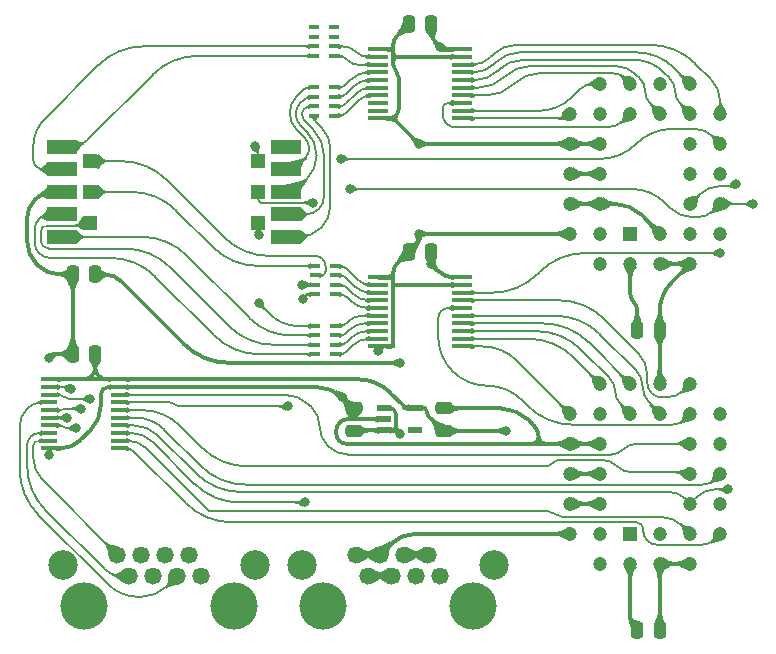
<source format=gtl>
%TF.GenerationSoftware,KiCad,Pcbnew,8.0.7*%
%TF.CreationDate,2025-02-08T22:14:50+02:00*%
%TF.ProjectId,LED Digit Tester,4c454420-4469-4676-9974-205465737465,V0*%
%TF.SameCoordinates,Original*%
%TF.FileFunction,Copper,L1,Top*%
%TF.FilePolarity,Positive*%
%FSLAX46Y46*%
G04 Gerber Fmt 4.6, Leading zero omitted, Abs format (unit mm)*
G04 Created by KiCad (PCBNEW 8.0.7) date 2025-02-08 22:14:50*
%MOMM*%
%LPD*%
G01*
G04 APERTURE LIST*
G04 Aperture macros list*
%AMRoundRect*
0 Rectangle with rounded corners*
0 $1 Rounding radius*
0 $2 $3 $4 $5 $6 $7 $8 $9 X,Y pos of 4 corners*
0 Add a 4 corners polygon primitive as box body*
4,1,4,$2,$3,$4,$5,$6,$7,$8,$9,$2,$3,0*
0 Add four circle primitives for the rounded corners*
1,1,$1+$1,$2,$3*
1,1,$1+$1,$4,$5*
1,1,$1+$1,$6,$7*
1,1,$1+$1,$8,$9*
0 Add four rect primitives between the rounded corners*
20,1,$1+$1,$2,$3,$4,$5,0*
20,1,$1+$1,$4,$5,$6,$7,0*
20,1,$1+$1,$6,$7,$8,$9,0*
20,1,$1+$1,$8,$9,$2,$3,0*%
G04 Aperture macros list end*
%TA.AperFunction,SMDPad,CuDef*%
%ADD10R,1.800000X0.450000*%
%TD*%
%TA.AperFunction,SMDPad,CuDef*%
%ADD11R,0.900000X0.450000*%
%TD*%
%TA.AperFunction,SMDPad,CuDef*%
%ADD12RoundRect,0.250000X0.250000X0.475000X-0.250000X0.475000X-0.250000X-0.475000X0.250000X-0.475000X0*%
%TD*%
%TA.AperFunction,SMDPad,CuDef*%
%ADD13RoundRect,0.250000X0.475000X-0.250000X0.475000X0.250000X-0.475000X0.250000X-0.475000X-0.250000X0*%
%TD*%
%TA.AperFunction,SMDPad,CuDef*%
%ADD14R,2.500000X1.200000*%
%TD*%
%TA.AperFunction,SMDPad,CuDef*%
%ADD15R,1.300000X1.300000*%
%TD*%
%TA.AperFunction,ComponentPad*%
%ADD16R,1.200000X1.200000*%
%TD*%
%TA.AperFunction,ComponentPad*%
%ADD17C,1.200000*%
%TD*%
%TA.AperFunction,WasherPad*%
%ADD18C,4.000000*%
%TD*%
%TA.AperFunction,ComponentPad*%
%ADD19C,1.470000*%
%TD*%
%TA.AperFunction,ComponentPad*%
%ADD20C,2.500000*%
%TD*%
%TA.AperFunction,SMDPad,CuDef*%
%ADD21R,1.150000X0.600000*%
%TD*%
%TA.AperFunction,SMDPad,CuDef*%
%ADD22RoundRect,0.250000X-0.250000X-0.475000X0.250000X-0.475000X0.250000X0.475000X-0.250000X0.475000X0*%
%TD*%
%TA.AperFunction,SMDPad,CuDef*%
%ADD23R,1.475000X0.450000*%
%TD*%
%TA.AperFunction,ViaPad*%
%ADD24C,0.800000*%
%TD*%
%TA.AperFunction,Conductor*%
%ADD25C,0.380000*%
%TD*%
%TA.AperFunction,Conductor*%
%ADD26C,0.200000*%
%TD*%
G04 APERTURE END LIST*
D10*
%TO.P,IC2,1,DIR*%
%TO.N,/GND*%
X26678000Y24387000D03*
%TO.P,IC2,2,A0*%
%TO.N,/LED A-Seg*%
X26678000Y23737000D03*
%TO.P,IC2,3,A1*%
%TO.N,/LED B-Seg*%
X26678000Y23087000D03*
%TO.P,IC2,4,A2*%
%TO.N,/LED C-Seg*%
X26678000Y22437000D03*
%TO.P,IC2,5,A3*%
%TO.N,/LED D-Seg*%
X26678000Y21787000D03*
%TO.P,IC2,6,A4*%
%TO.N,/LED E-Seg*%
X26678000Y21137000D03*
%TO.P,IC2,7,A5*%
%TO.N,/LED F-Seg*%
X26678000Y20487000D03*
%TO.P,IC2,8,A6*%
%TO.N,/LED G-Seg*%
X26678000Y19837000D03*
%TO.P,IC2,9,A7*%
%TO.N,/LED H-Seg*%
X26678000Y19187000D03*
%TO.P,IC2,10,GND*%
%TO.N,/GND*%
X26678000Y18537000D03*
%TO.P,IC2,11,B7*%
%TO.N,Net-(IC2-B7)*%
X33778000Y18537000D03*
%TO.P,IC2,12,B6*%
%TO.N,Net-(IC2-B6)*%
X33778000Y19187000D03*
%TO.P,IC2,13,B5*%
%TO.N,Net-(IC2-B5)*%
X33778000Y19837000D03*
%TO.P,IC2,14,B4*%
%TO.N,Net-(IC2-B4)*%
X33778000Y20487000D03*
%TO.P,IC2,15,B3*%
%TO.N,Net-(IC2-B3)*%
X33778000Y21137000D03*
%TO.P,IC2,16,B2*%
%TO.N,Net-(IC2-B2)*%
X33778000Y21787000D03*
%TO.P,IC2,17,B1*%
%TO.N,Net-(IC2-B1)*%
X33778000Y22437000D03*
%TO.P,IC2,18,B0*%
%TO.N,Net-(IC2-B0)*%
X33778000Y23087000D03*
%TO.P,IC2,19,~{OE}*%
%TO.N,/GND*%
X33778000Y23737000D03*
%TO.P,IC2,20,5V*%
%TO.N,/5V*%
X33778000Y24387000D03*
%TD*%
D11*
%TO.P,RN4,1,R1*%
%TO.N,unconnected-(RN4-R1-Pad1)*%
X21250000Y45541200D03*
%TO.P,RN4,2,R2*%
%TO.N,unconnected-(RN4-R2-Pad2)*%
X21250000Y44741200D03*
%TO.P,RN4,3,R3*%
%TO.N,/LED \u03A9 J-Seg*%
X21250000Y43941200D03*
%TO.P,RN4,4,R4*%
%TO.N,/LED \u03A9 K-Seg*%
X21250000Y43141200D03*
%TO.P,RN4,5,R4*%
%TO.N,/LED K-Seg*%
X22950000Y43141200D03*
%TO.P,RN4,6,R3*%
%TO.N,/LED J-Seg*%
X22950000Y43941200D03*
%TO.P,RN4,7,R2*%
%TO.N,unconnected-(RN4-R2-Pad7)*%
X22950000Y44741200D03*
%TO.P,RN4,8,R1*%
%TO.N,unconnected-(RN4-R1-Pad8)*%
X22950000Y45541200D03*
%TD*%
%TO.P,RN2,1,R1*%
%TO.N,/LED \u03A9 A-Seg*%
X21328000Y25348000D03*
%TO.P,RN2,2,R2*%
%TO.N,/LED \u03A9 B-Seg*%
X21328000Y24548000D03*
%TO.P,RN2,3,R3*%
%TO.N,/LED \u03A9 C-Seg*%
X21328000Y23748000D03*
%TO.P,RN2,4,R4*%
%TO.N,/LED \u03A9 D-Seg*%
X21328000Y22948000D03*
%TO.P,RN2,5,R4*%
%TO.N,/LED D-Seg*%
X23028000Y22948000D03*
%TO.P,RN2,6,R3*%
%TO.N,/LED C-Seg*%
X23028000Y23748000D03*
%TO.P,RN2,7,R2*%
%TO.N,/LED B-Seg*%
X23028000Y24548000D03*
%TO.P,RN2,8,R1*%
%TO.N,/LED A-Seg*%
X23028000Y25348000D03*
%TD*%
D12*
%TO.P,C5,1*%
%TO.N,/5V*%
X2712000Y24638000D03*
%TO.P,C5,2*%
%TO.N,/GND*%
X812000Y24638000D03*
%TD*%
D13*
%TO.P,C6,1*%
%TO.N,/5V*%
X24584000Y11382000D03*
%TO.P,C6,2*%
%TO.N,/GND*%
X24584000Y13282000D03*
%TD*%
D14*
%TO.P,DS1,1,P-Seg*%
%TO.N,/LED \u03A9 P-Seg*%
X18900000Y27822000D03*
%TO.P,DS1,2,N-Seg*%
%TO.N,/LED \u03A9 N-Seg*%
X18900000Y29722000D03*
%TO.P,DS1,3,M-Seg*%
%TO.N,/LED \u03A9 M-Seg*%
X18900000Y31622000D03*
%TO.P,DS1,4,L-Seg*%
%TO.N,/LED \u03A9 L-Seg*%
X18900000Y33522000D03*
%TO.P,DS1,5,Dot*%
%TO.N,unconnected-(DS1-Dot-Pad5)*%
X18900000Y35422000D03*
D15*
%TO.P,DS1,6,C-Seg*%
%TO.N,/LED \u03A9 C-Seg*%
X16500000Y34222000D03*
%TO.P,DS1,7,D-Seg*%
%TO.N,/LED \u03A9 D-Seg*%
X16500000Y31622000D03*
%TO.P,DS1,8,E-Seg*%
%TO.N,/LED \u03A9 E-Seg*%
X16500000Y29022000D03*
%TO.P,DS1,9,G-Seg*%
%TO.N,/LED \u03A9 G-Seg*%
X2300000Y29022000D03*
%TO.P,DS1,10,A-Seg*%
%TO.N,/LED \u03A9 A-Seg*%
X2300000Y31622000D03*
%TO.P,DS1,11,B-Seg*%
%TO.N,/LED \u03A9 B-Seg*%
X2300000Y34222000D03*
D14*
%TO.P,DS1,12,K-Seg*%
%TO.N,/LED \u03A9 K-Seg*%
X-100000Y35422000D03*
%TO.P,DS1,13,J-Seg*%
%TO.N,/LED \u03A9 J-Seg*%
X-100000Y33522000D03*
%TO.P,DS1,14,Cathode*%
%TO.N,/GND*%
X-100000Y31622000D03*
%TO.P,DS1,15,H-Seg*%
%TO.N,/LED \u03A9 H-Seg*%
X-100000Y29722000D03*
%TO.P,DS1,16,F-Seg*%
%TO.N,/LED \u03A9 F-Seg*%
X-100000Y27822000D03*
%TD*%
D16*
%TO.P,IC6,1,N.C.*%
%TO.N,unconnected-(IC6-N.C.-Pad1)*%
X48008000Y2666000D03*
D17*
%TO.P,IC6,2,A16*%
%TO.N,/GND*%
X50548000Y126000D03*
%TO.P,IC6,3,A15*%
X50548000Y2666000D03*
%TO.P,IC6,4,A12*%
X53088000Y126000D03*
%TO.P,IC6,5,A7*%
%TO.N,/A7*%
X55628000Y2666000D03*
%TO.P,IC6,6,A6*%
%TO.N,/A6*%
X53088000Y2666000D03*
%TO.P,IC6,7,A5*%
%TO.N,/A5*%
X55628000Y5206000D03*
%TO.P,IC6,8,A4*%
%TO.N,/A4*%
X53088000Y5206000D03*
%TO.P,IC6,9,A3*%
%TO.N,/A3*%
X55628000Y7746000D03*
%TO.P,IC6,10,A2*%
%TO.N,/A2*%
X53088000Y7746000D03*
%TO.P,IC6,11,A1*%
%TO.N,/A1*%
X55628000Y10286000D03*
%TO.P,IC6,12,A0*%
%TO.N,/A0*%
X53088000Y10286000D03*
%TO.P,IC6,13,DQ0*%
%TO.N,Net-(IC2-B0)*%
X55628000Y12826000D03*
%TO.P,IC6,14,DQ1*%
%TO.N,Net-(IC2-B1)*%
X53088000Y15366000D03*
%TO.P,IC6,15,DQ2*%
%TO.N,Net-(IC2-B2)*%
X53088000Y12826000D03*
%TO.P,IC6,16,GND*%
%TO.N,/GND*%
X50548000Y15366000D03*
%TO.P,IC6,17,DQ3*%
%TO.N,Net-(IC2-B3)*%
X50548000Y12826000D03*
%TO.P,IC6,18,DQ4*%
%TO.N,Net-(IC2-B4)*%
X48008000Y15366000D03*
%TO.P,IC6,19,DQ5*%
%TO.N,Net-(IC2-B5)*%
X48008000Y12826000D03*
%TO.P,IC6,20,DQ6*%
%TO.N,Net-(IC2-B6)*%
X45468000Y15366000D03*
%TO.P,IC6,21,DQ7*%
%TO.N,Net-(IC2-B7)*%
X42928000Y12826000D03*
%TO.P,IC6,22,~{CE}*%
%TO.N,/GND*%
X45468000Y12826000D03*
%TO.P,IC6,23,A10*%
X42928000Y10286000D03*
%TO.P,IC6,24,~{OE}*%
X45468000Y10286000D03*
%TO.P,IC6,25,A11*%
X42928000Y7746000D03*
%TO.P,IC6,26,A9*%
X45468000Y7746000D03*
%TO.P,IC6,27,A8*%
X42928000Y5206000D03*
%TO.P,IC6,28,A13*%
X45468000Y5206000D03*
%TO.P,IC6,29,A14*%
X42928000Y2666000D03*
%TO.P,IC6,30,N.C.*%
%TO.N,unconnected-(IC6-N.C.-Pad30)*%
X45468000Y126000D03*
%TO.P,IC6,31,~{WE}*%
%TO.N,/3.3V*%
X45468000Y2666000D03*
%TO.P,IC6,32,3V*%
X48008000Y126000D03*
%TD*%
D18*
%TO.P,J1,*%
%TO.N,*%
X21975000Y-3431000D03*
X34675000Y-3431000D03*
D19*
%TO.P,J1,1,1*%
%TO.N,/12V*%
X31905000Y-891000D03*
%TO.P,J1,2,2*%
%TO.N,/5V*%
X30885000Y889000D03*
%TO.P,J1,3,3*%
X29865000Y-891000D03*
%TO.P,J1,4,4*%
X28845000Y889000D03*
%TO.P,J1,5,5*%
%TO.N,/GND*%
X27825000Y-891000D03*
%TO.P,J1,6,6*%
X26805000Y889000D03*
%TO.P,J1,7,7*%
X25785000Y-891000D03*
%TO.P,J1,8,8*%
X24765000Y889000D03*
D20*
%TO.P,J1,MH1,MH1*%
%TO.N,unconnected-(J1-PadMH1)*%
X36455000Y-1000D03*
%TO.P,J1,MH2,MH2*%
%TO.N,unconnected-(J1-PadMH2)*%
X20195000Y-1000D03*
%TD*%
D13*
%TO.P,C7,1*%
%TO.N,/3.3V*%
X32204000Y11382000D03*
%TO.P,C7,2*%
%TO.N,/GND*%
X32204000Y13282000D03*
%TD*%
D21*
%TO.P,IC5,1,6VIn*%
%TO.N,/5V*%
X27180000Y13334000D03*
%TO.P,IC5,2,GND*%
%TO.N,/GND*%
X27180000Y12384000D03*
%TO.P,IC5,3,EN*%
%TO.N,/5V*%
X27180000Y11434000D03*
%TO.P,IC5,4,ADJ*%
%TO.N,unconnected-(IC5-ADJ-Pad4)*%
X29780000Y11434000D03*
%TO.P,IC5,5,3.3VOut*%
%TO.N,/3.3V*%
X29780000Y13334000D03*
%TD*%
D12*
%TO.P,C4,1*%
%TO.N,/5V*%
X31162000Y45816000D03*
%TO.P,C4,2*%
%TO.N,/GND*%
X29262000Y45816000D03*
%TD*%
D10*
%TO.P,IC4,1,DIR*%
%TO.N,/GND*%
X26678000Y43691000D03*
%TO.P,IC4,2,A0*%
%TO.N,/LED J-Seg*%
X26678000Y43041000D03*
%TO.P,IC4,3,A1*%
%TO.N,/LED K-Seg*%
X26678000Y42391000D03*
%TO.P,IC4,4,A2*%
%TO.N,/LED L-Seg*%
X26678000Y41741000D03*
%TO.P,IC4,5,A3*%
%TO.N,/LED M-Seg*%
X26678000Y41091000D03*
%TO.P,IC4,6,A4*%
%TO.N,/LED N-Seg*%
X26678000Y40441000D03*
%TO.P,IC4,7,A5*%
%TO.N,/LED P-Seg*%
X26678000Y39791000D03*
%TO.P,IC4,8,A6*%
%TO.N,unconnected-(IC4-A6-Pad8)*%
X26678000Y39141000D03*
%TO.P,IC4,9,A7*%
%TO.N,unconnected-(IC4-A7-Pad9)*%
X26678000Y38491000D03*
%TO.P,IC4,10,GND*%
%TO.N,/GND*%
X26678000Y37841000D03*
%TO.P,IC4,11,B7*%
%TO.N,Net-(IC1-DQ7)*%
X33778000Y37841000D03*
%TO.P,IC4,12,B6*%
%TO.N,Net-(IC1-DQ6)*%
X33778000Y38491000D03*
%TO.P,IC4,13,B5*%
%TO.N,Net-(IC1-DQ5)*%
X33778000Y39141000D03*
%TO.P,IC4,14,B4*%
%TO.N,Net-(IC1-DQ4)*%
X33778000Y39791000D03*
%TO.P,IC4,15,B3*%
%TO.N,Net-(IC1-DQ3)*%
X33778000Y40441000D03*
%TO.P,IC4,16,B2*%
%TO.N,Net-(IC1-DQ2)*%
X33778000Y41091000D03*
%TO.P,IC4,17,B1*%
%TO.N,Net-(IC1-DQ1)*%
X33778000Y41741000D03*
%TO.P,IC4,18,B0*%
%TO.N,Net-(IC1-DQ0)*%
X33778000Y42391000D03*
%TO.P,IC4,19,~{OE}*%
%TO.N,/GND*%
X33778000Y43041000D03*
%TO.P,IC4,20,5V*%
%TO.N,/5V*%
X33778000Y43691000D03*
%TD*%
D22*
%TO.P,C1,1*%
%TO.N,/3.3V*%
X48598000Y19938000D03*
%TO.P,C1,2*%
%TO.N,/GND*%
X50498000Y19938000D03*
%TD*%
D23*
%TO.P,IC7,1,DIR*%
%TO.N,/3.3V*%
X-1158000Y15751000D03*
%TO.P,IC7,2,A0*%
%TO.N,/OP0*%
X-1158000Y15101000D03*
%TO.P,IC7,3,A1*%
%TO.N,/OP1*%
X-1158000Y14451000D03*
%TO.P,IC7,4,A2*%
%TO.N,/OP2*%
X-1158000Y13801000D03*
%TO.P,IC7,5,A3*%
%TO.N,/OP3*%
X-1158000Y13151000D03*
%TO.P,IC7,6,A4*%
%TO.N,/OP4*%
X-1158000Y12501000D03*
%TO.P,IC7,7,A5*%
%TO.N,/OP5*%
X-1158000Y11851000D03*
%TO.P,IC7,8,A6*%
%TO.N,/OP6*%
X-1158000Y11201000D03*
%TO.P,IC7,9,A7*%
%TO.N,/OP7*%
X-1158000Y10551000D03*
%TO.P,IC7,10,GND*%
%TO.N,/GND*%
X-1158000Y9901000D03*
%TO.P,IC7,11,B7*%
%TO.N,/A7*%
X4718000Y9901000D03*
%TO.P,IC7,12,B6*%
%TO.N,/A6*%
X4718000Y10551000D03*
%TO.P,IC7,13,B5*%
%TO.N,/A5*%
X4718000Y11201000D03*
%TO.P,IC7,14,B4*%
%TO.N,/A4*%
X4718000Y11851000D03*
%TO.P,IC7,15,B3*%
%TO.N,/A3*%
X4718000Y12501000D03*
%TO.P,IC7,16,B2*%
%TO.N,/A2*%
X4718000Y13151000D03*
%TO.P,IC7,17,B1*%
%TO.N,/A1*%
X4718000Y13801000D03*
%TO.P,IC7,18,B0*%
%TO.N,/A0*%
X4718000Y14451000D03*
%TO.P,IC7,19,~{OE}*%
%TO.N,/GND*%
X4718000Y15101000D03*
%TO.P,IC7,20,3V*%
%TO.N,/3.3V*%
X4718000Y15751000D03*
%TD*%
D12*
%TO.P,C2,1*%
%TO.N,/5V*%
X31162000Y26542000D03*
%TO.P,C2,2*%
%TO.N,/GND*%
X29262000Y26542000D03*
%TD*%
D18*
%TO.P,J2,*%
%TO.N,*%
X1780000Y-3430000D03*
X14480000Y-3430000D03*
D19*
%TO.P,J2,1,1*%
%TO.N,/OP0*%
X11710000Y-890000D03*
%TO.P,J2,2,2*%
%TO.N,/OP1*%
X10690000Y890000D03*
%TO.P,J2,3,3*%
%TO.N,/OP2*%
X9670000Y-890000D03*
%TO.P,J2,4,4*%
%TO.N,/OP3*%
X8650000Y890000D03*
%TO.P,J2,5,5*%
%TO.N,/OP4*%
X7630000Y-890000D03*
%TO.P,J2,6,6*%
%TO.N,/OP5*%
X6610000Y890000D03*
%TO.P,J2,7,7*%
%TO.N,/OP6*%
X5590000Y-890000D03*
%TO.P,J2,8,8*%
%TO.N,/OP7*%
X4570000Y890000D03*
D20*
%TO.P,J2,MH1,MH1*%
%TO.N,unconnected-(J2-PadMH1)*%
X16260000Y0D03*
%TO.P,J2,MH2,MH2*%
%TO.N,unconnected-(J2-PadMH2)*%
X0Y0D03*
%TD*%
D16*
%TO.P,IC1,1,N.C.*%
%TO.N,unconnected-(IC1-N.C.-Pad1)*%
X48008000Y28066000D03*
D17*
%TO.P,IC1,2,A16*%
%TO.N,/GND*%
X50548000Y25526000D03*
%TO.P,IC1,3,A15*%
X50548000Y28066000D03*
%TO.P,IC1,4,A12*%
X53088000Y25526000D03*
%TO.P,IC1,5,A7*%
%TO.N,/A7*%
X55628000Y28066000D03*
%TO.P,IC1,6,A6*%
%TO.N,/A6*%
X53088000Y28066000D03*
%TO.P,IC1,7,A5*%
%TO.N,/A5*%
X55628000Y30606000D03*
%TO.P,IC1,8,A4*%
%TO.N,/A4*%
X53088000Y30606000D03*
%TO.P,IC1,9,A3*%
%TO.N,/A3*%
X55628000Y33146000D03*
%TO.P,IC1,10,A2*%
%TO.N,/A2*%
X53088000Y33146000D03*
%TO.P,IC1,11,A1*%
%TO.N,/A1*%
X55628000Y35686000D03*
%TO.P,IC1,12,A0*%
%TO.N,/A0*%
X53088000Y35686000D03*
%TO.P,IC1,13,DQ0*%
%TO.N,Net-(IC1-DQ0)*%
X55628000Y38226000D03*
%TO.P,IC1,14,DQ1*%
%TO.N,Net-(IC1-DQ1)*%
X53088000Y40766000D03*
%TO.P,IC1,15,DQ2*%
%TO.N,Net-(IC1-DQ2)*%
X53088000Y38226000D03*
%TO.P,IC1,16,GND*%
%TO.N,/GND*%
X50548000Y40766000D03*
%TO.P,IC1,17,DQ3*%
%TO.N,Net-(IC1-DQ3)*%
X50548000Y38226000D03*
%TO.P,IC1,18,DQ4*%
%TO.N,Net-(IC1-DQ4)*%
X48008000Y40766000D03*
%TO.P,IC1,19,DQ5*%
%TO.N,Net-(IC1-DQ5)*%
X48008000Y38226000D03*
%TO.P,IC1,20,DQ6*%
%TO.N,Net-(IC1-DQ6)*%
X45468000Y40766000D03*
%TO.P,IC1,21,DQ7*%
%TO.N,Net-(IC1-DQ7)*%
X42928000Y38226000D03*
%TO.P,IC1,22,~{CE}*%
%TO.N,/GND*%
X45468000Y38226000D03*
%TO.P,IC1,23,A10*%
X42928000Y35686000D03*
%TO.P,IC1,24,~{OE}*%
X45468000Y35686000D03*
%TO.P,IC1,25,A11*%
X42928000Y33146000D03*
%TO.P,IC1,26,A9*%
X45468000Y33146000D03*
%TO.P,IC1,27,A8*%
X42928000Y30606000D03*
%TO.P,IC1,28,A13*%
X45468000Y30606000D03*
%TO.P,IC1,29,A14*%
X42928000Y28066000D03*
%TO.P,IC1,30,N.C.*%
%TO.N,unconnected-(IC1-N.C.-Pad30)*%
X45468000Y25526000D03*
%TO.P,IC1,31,~{WE}*%
%TO.N,/3.3V*%
X45468000Y28066000D03*
%TO.P,IC1,32,3V*%
X48008000Y25526000D03*
%TD*%
D11*
%TO.P,RN3,1,R1*%
%TO.N,/LED \u03A9 L-Seg*%
X21250000Y40461200D03*
%TO.P,RN3,2,R2*%
%TO.N,/LED \u03A9 M-Seg*%
X21250000Y39661200D03*
%TO.P,RN3,3,R3*%
%TO.N,/LED \u03A9 N-Seg*%
X21250000Y38861200D03*
%TO.P,RN3,4,R4*%
%TO.N,/LED \u03A9 P-Seg*%
X21250000Y38061200D03*
%TO.P,RN3,5,R4*%
%TO.N,/LED P-Seg*%
X22950000Y38061200D03*
%TO.P,RN3,6,R3*%
%TO.N,/LED N-Seg*%
X22950000Y38861200D03*
%TO.P,RN3,7,R2*%
%TO.N,/LED M-Seg*%
X22950000Y39661200D03*
%TO.P,RN3,8,R1*%
%TO.N,/LED L-Seg*%
X22950000Y40461200D03*
%TD*%
D12*
%TO.P,C8,1*%
%TO.N,/3.3V*%
X2714000Y17906000D03*
%TO.P,C8,2*%
%TO.N,/GND*%
X814000Y17906000D03*
%TD*%
D11*
%TO.P,RN1,1,R1*%
%TO.N,/LED \u03A9 E-Seg*%
X21328000Y20268000D03*
%TO.P,RN1,2,R2*%
%TO.N,/LED \u03A9 F-Seg*%
X21328000Y19468000D03*
%TO.P,RN1,3,R3*%
%TO.N,/LED \u03A9 G-Seg*%
X21328000Y18668000D03*
%TO.P,RN1,4,R4*%
%TO.N,/LED \u03A9 H-Seg*%
X21328000Y17868000D03*
%TO.P,RN1,5,R4*%
%TO.N,/LED H-Seg*%
X23028000Y17868000D03*
%TO.P,RN1,6,R3*%
%TO.N,/LED G-Seg*%
X23028000Y18668000D03*
%TO.P,RN1,7,R2*%
%TO.N,/LED F-Seg*%
X23028000Y19468000D03*
%TO.P,RN1,8,R1*%
%TO.N,/LED E-Seg*%
X23028000Y20268000D03*
%TD*%
D22*
%TO.P,C3,1*%
%TO.N,/3.3V*%
X48598000Y-5462000D03*
%TO.P,C3,2*%
%TO.N,/GND*%
X50498000Y-5462000D03*
%TD*%
D24*
%TO.N,/GND*%
X30124688Y28066000D03*
X-1204500Y9333500D03*
X-1204490Y17588490D03*
X30124688Y35686000D03*
X26672000Y18160000D03*
X23633500Y14232500D03*
%TO.N,/3.3V*%
X37467000Y11382000D03*
%TO.N,/5V*%
X31162000Y25526000D03*
X31930000Y43876700D03*
X28556400Y17144000D03*
X28556400Y11138800D03*
%TO.N,/LED \u03A9 C-Seg*%
X16233900Y35475400D03*
X20264000Y23748000D03*
%TO.N,/LED \u03A9 D-Seg*%
X20269400Y22563700D03*
X21174500Y30705700D03*
%TO.N,/LED \u03A9 E-Seg*%
X16547150Y27974150D03*
X16547156Y22224000D03*
%TO.N,Net-(IC2-B0)*%
X55628000Y26443500D03*
%TO.N,/OP4*%
X364900Y12501000D03*
%TO.N,/OP1*%
X2288000Y14096000D03*
%TO.N,/OP3*%
X1533500Y13272700D03*
%TO.N,/OP0*%
X639500Y14932100D03*
%TO.N,/OP5*%
X1123800Y11633800D03*
%TO.N,/A4*%
X56960300Y32275100D03*
X56320800Y6430700D03*
%TO.N,/A1*%
X19052000Y13461000D03*
X23497000Y34416000D03*
%TO.N,/A5*%
X58410000Y30606000D03*
X20449000Y5322000D03*
X24259000Y31876000D03*
%TD*%
D25*
%TO.N,/5V*%
X32022850Y43783850D02*
G75*
G03*
X32247009Y43691004I224150J224150D01*
G01*
X31778801Y24909198D02*
G75*
G03*
X33039500Y24387000I1260699J1260702D01*
G01*
X28401418Y11179281D02*
G75*
G03*
X28499150Y11138831I97682J97719D01*
G01*
X28146700Y12850650D02*
G75*
G03*
X27663350Y13334000I-483400J-50D01*
G01*
X4887160Y24069839D02*
G75*
G03*
X3515500Y24637997I-1371660J-1371669D01*
G01*
X27937962Y11434000D02*
G75*
G03*
X28146700Y11642737I38J208700D01*
G01*
X28294300Y11286400D02*
G75*
G03*
X27937962Y11433984I-356300J-356300D01*
G01*
X28146700Y11642737D02*
G75*
G03*
X28294289Y11286389I503900J-37D01*
G01*
X31162000Y45187758D02*
G75*
G03*
X31546012Y44260712I1311100J42D01*
G01*
X10219207Y18737792D02*
G75*
G03*
X14066963Y17144002I3847753J3847758D01*
G01*
%TO.N,/3.3V*%
X1712000Y15751000D02*
G75*
G03*
X2714000Y16753000I0J1002000D01*
G01*
X2714000Y16753000D02*
G75*
G03*
X3716000Y15751000I1002000J0D01*
G01*
X48303000Y22310000D02*
G75*
G02*
X48598003Y21597806I-712200J-712200D01*
G01*
X48008000Y23022193D02*
G75*
G03*
X48303002Y22310002I1007200J7D01*
G01*
X30746700Y13086650D02*
G75*
G03*
X30499350Y13334000I-247400J-50D01*
G01*
X28752170Y13568029D02*
G75*
G02*
X28813337Y13420450I-147570J-147629D01*
G01*
X27691250Y14628950D02*
G75*
G03*
X24982381Y15750992I-2708850J-2708850D01*
G01*
X28813300Y13420450D02*
G75*
G03*
X28899750Y13334000I86400J-50D01*
G01*
X48008000Y-4454806D02*
G75*
G03*
X48303002Y-5166998I1007200J6D01*
G01*
X30746700Y13086650D02*
G75*
G03*
X30921589Y12664384I597100J-50D01*
G01*
X3716000Y15751000D02*
X1712000Y15751000D01*
%TO.N,/GND*%
X-662466Y17906000D02*
G75*
G03*
X-1045735Y17747245I6J-542038D01*
G01*
X23674500Y14191500D02*
G75*
G03*
X21478772Y15100989I-2195700J-2195700D01*
G01*
X51557953Y23995953D02*
G75*
G03*
X50497998Y21437000I2558947J-2558953D01*
G01*
X23116000Y11153210D02*
G75*
G03*
X23369997Y10539997I867200J-10D01*
G01*
X3177000Y13517850D02*
G75*
G02*
X2326952Y11465650I-2902250J0D01*
G01*
X-920850Y31622000D02*
G75*
G03*
X-2322128Y31041571I2J-1981711D01*
G01*
X29838528Y2666000D02*
G75*
G03*
X27693492Y1777508I-28J-3033500D01*
G01*
X39333599Y12356399D02*
G75*
G03*
X37099003Y13282000I-2234599J-2234599D01*
G01*
X-2173938Y25417938D02*
G75*
G03*
X-291000Y24638000I1882938J1882939D01*
G01*
X27951350Y18555350D02*
G75*
G02*
X27907049Y18536980I-44350J44350D01*
G01*
X27969700Y42347923D02*
G75*
G03*
X28209843Y41768143I819900J-23D01*
G01*
X31198800Y43046500D02*
G75*
G03*
X31212078Y43040991I13300J13300D01*
G01*
X-3046000Y27458140D02*
G75*
G03*
X-2220000Y25464000I2820145J2D01*
G01*
X27650200Y43691000D02*
G75*
G03*
X27969700Y44010500I0J319500D01*
G01*
X27969700Y43371500D02*
G75*
G03*
X27650200Y43691000I-319500J0D01*
G01*
X27630076Y37841000D02*
G75*
G03*
X28209857Y38081143I24J819900D01*
G01*
X28209849Y37600849D02*
G75*
G03*
X27630076Y37840989I-579749J-579749D01*
G01*
X28209850Y38081150D02*
G75*
G03*
X28209850Y37600850I240150J-240150D01*
G01*
X26678000Y18170242D02*
G75*
G02*
X26675013Y18162987I-10200J-42D01*
G01*
X3367500Y14910500D02*
G75*
G03*
X3177003Y14450592I459900J-459900D01*
G01*
X30124688Y27735344D02*
G75*
G02*
X29890903Y27170853I-798288J-44D01*
G01*
X24137000Y12384000D02*
G75*
G03*
X24584000Y12831000I0J447000D01*
G01*
X24584000Y12831000D02*
G75*
G03*
X25031000Y12384000I447000J0D01*
G01*
X28450000Y38660923D02*
G75*
G02*
X28209857Y38081143I-819900J-23D01*
G01*
X3827407Y15101000D02*
G75*
G03*
X3367498Y14910502I-7J-650400D01*
G01*
X27969700Y18599650D02*
G75*
G02*
X27951336Y18555364I-62700J50D01*
G01*
X24095879Y12384000D02*
G75*
G03*
X23403006Y12096994I21J-979900D01*
G01*
X39686800Y10286000D02*
G75*
G03*
X40259200Y10858400I0J572400D01*
G01*
X40259200Y10858400D02*
G75*
G03*
X40831600Y10286000I572400J0D01*
G01*
X28264103Y44818103D02*
G75*
G03*
X27969718Y44107350I710697J-710703D01*
G01*
X-1158000Y9412880D02*
G75*
G02*
X-1181250Y9356750I-79371J-3D01*
G01*
X28289200Y43052000D02*
G75*
G03*
X27969700Y42732500I0J-319500D01*
G01*
X27969700Y43371500D02*
G75*
G03*
X28289200Y43052000I319500J0D01*
G01*
X48906025Y29707974D02*
G75*
G03*
X46738000Y30605985I-2168025J-2168074D01*
G01*
X23370000Y10540000D02*
G75*
G03*
X23983210Y10286004I613200J613200D01*
G01*
X39854452Y11835547D02*
G75*
G02*
X40259198Y10858400I-977152J-977147D01*
G01*
X31198800Y43046500D02*
G75*
G03*
X31185521Y43052009I-13300J-13300D01*
G01*
X28209850Y41768150D02*
G75*
G02*
X28449990Y41188376I-579750J-579750D01*
G01*
X-2393850Y30969850D02*
G75*
G03*
X-3046000Y29395420I1574441J-1574434D01*
G01*
X30124683Y35686016D02*
X30124688Y35686000D01*
X28274710Y25554710D02*
G75*
G03*
X27969744Y24818350I736390J-736310D01*
G01*
X27538350Y24387000D02*
G75*
G03*
X27969700Y24818350I-50J431400D01*
G01*
X27969700Y23955650D02*
G75*
G03*
X27538350Y24387000I-431400J-50D01*
G01*
X1441228Y10579928D02*
G75*
G02*
X-197850Y9901000I-1639076J1639075D01*
G01*
X23403000Y12097000D02*
G75*
G03*
X23115991Y11404120I692900J-692900D01*
G01*
X27969700Y44010500D02*
X27969700Y43371500D01*
X25031000Y12384000D02*
X24137000Y12384000D01*
X40831600Y10286000D02*
X39686800Y10286000D01*
X27969700Y42732500D02*
X27969700Y43371500D01*
X27969700Y24818350D02*
X27969700Y23955650D01*
D26*
%TO.N,/A0*%
X22424999Y10087999D02*
G75*
G03*
X24129434Y9382013I1704401J1704401D01*
G01*
X47442000Y9834000D02*
G75*
G02*
X46350775Y9382010I-1091200J1091200D01*
G01*
X21719000Y11746500D02*
G75*
G03*
X22392527Y10120488I2299500J0D01*
G01*
X21045480Y13372519D02*
G75*
G02*
X21719011Y11746500I-1625980J-1626019D01*
G01*
X48533224Y10286000D02*
G75*
G03*
X47441993Y9834007I-24J-1543200D01*
G01*
X20843000Y13575000D02*
G75*
G03*
X18728148Y14450997I-2114850J-2114860D01*
G01*
%TO.N,/A5*%
X50992499Y30669499D02*
G75*
G03*
X48079751Y31876020I-2912799J-2912799D01*
G01*
X55056500Y30034500D02*
G75*
G02*
X53676776Y29463010I-1379700J1379700D01*
G01*
X7582118Y10452880D02*
G75*
G03*
X5776000Y11200998I-1806118J-1806120D01*
G01*
X11119207Y6915792D02*
G75*
G03*
X14966963Y5322002I3847753J3847758D01*
G01*
X51390776Y30271223D02*
G75*
G03*
X53342000Y29462986I1951224J1951177D01*
G01*
%TO.N,/A7*%
X49136500Y2860400D02*
G75*
G03*
X49443319Y2119692I1047500J0D01*
G01*
X10413007Y5245192D02*
G75*
G03*
X14260763Y3651402I3847753J3847758D01*
G01*
X48957950Y3472850D02*
G75*
G02*
X49136497Y3041792I-431050J-431050D01*
G01*
X48957950Y3472850D02*
G75*
G03*
X48526892Y3651397I-431050J-431050D01*
G01*
X49481400Y2081600D02*
G75*
G03*
X50314062Y1736684I832700J832700D01*
G01*
X55163350Y2201350D02*
G75*
G02*
X54041585Y1736706I-1121750J1121750D01*
G01*
X6124612Y9533587D02*
G75*
G03*
X5237600Y9901007I-887012J-886987D01*
G01*
%TO.N,/A1*%
X9441000Y13631000D02*
G75*
G03*
X9851416Y13461007I410400J410400D01*
G01*
X51582051Y36956000D02*
G75*
G03*
X48516014Y35685986I49J-4336100D01*
G01*
X9441000Y13631000D02*
G75*
G03*
X9030583Y13800993I-410400J-410400D01*
G01*
X48516000Y35686000D02*
G75*
G02*
X45449948Y34415980I-3066100J3066100D01*
G01*
X54993000Y36321000D02*
G75*
G03*
X53459974Y36955989I-1533000J-1533000D01*
G01*
%TO.N,/A2*%
X41422650Y8656650D02*
G75*
G02*
X40759586Y8382006I-663050J663050D01*
G01*
X42085713Y8931300D02*
G75*
G03*
X41422646Y8656654I-13J-937700D01*
G01*
X9927826Y11790172D02*
G75*
G03*
X6642500Y13150997I-3285326J-3285332D01*
G01*
X11742207Y9975792D02*
G75*
G03*
X15589963Y8382002I3847753J3847758D01*
G01*
X46883400Y8402900D02*
G75*
G03*
X45607729Y8931312I-1275700J-1275700D01*
G01*
X46883400Y8402900D02*
G75*
G03*
X48159070Y7874488I1275700J1275700D01*
G01*
%TO.N,/A3*%
X55171200Y7289200D02*
G75*
G02*
X54068387Y6832405I-1102800J1102800D01*
G01*
X8572919Y11494079D02*
G75*
G03*
X6142000Y12500999I-2430919J-2430919D01*
G01*
X11640807Y8426192D02*
G75*
G03*
X15488563Y6832402I3847753J3847758D01*
G01*
%TO.N,/A4*%
X11231557Y7803792D02*
G75*
G03*
X15079313Y6210002I3847753J3847758D01*
G01*
X55178693Y6430700D02*
G75*
G03*
X53700352Y5818348I7J-2090700D01*
G01*
X52586000Y5708000D02*
G75*
G03*
X53590000Y5708000I502000J501997D01*
G01*
X55678875Y32123700D02*
G75*
G03*
X53846857Y31364843I25J-2590900D01*
G01*
X52586000Y5708000D02*
G75*
G03*
X51374064Y6209985I-1211900J-1211900D01*
G01*
X8056336Y10979013D02*
G75*
G03*
X5951175Y11850999I-2105166J-2105173D01*
G01*
X56884600Y32199400D02*
G75*
G02*
X56701844Y32123682I-182800J182800D01*
G01*
%TO.N,/A6*%
X41675250Y4337250D02*
G75*
G03*
X42241986Y4102494I566750J566750D01*
G01*
X12319707Y4572000D02*
G75*
G03*
X12318498Y4571502I-7J-1700D01*
G01*
X52369750Y3384250D02*
G75*
G03*
X50635741Y4102517I-1734050J-1734050D01*
G01*
X41675250Y4337250D02*
G75*
G03*
X41108513Y4572006I-566750J-566750D01*
G01*
X12317499Y4571499D02*
G75*
G03*
X12318501Y4571499I501J501D01*
G01*
X6910756Y9978243D02*
G75*
G03*
X5528000Y10551003I-1382756J-1382743D01*
G01*
%TO.N,/OP5*%
X-10199Y11742400D02*
G75*
G03*
X251983Y11633799I262179J262170D01*
G01*
X-10199Y11742400D02*
G75*
G03*
X-272383Y11851000I-262187J-262193D01*
G01*
%TO.N,/OP0*%
X555050Y15016550D02*
G75*
G03*
X351169Y15100997I-203880J-203890D01*
G01*
%TO.N,/OP2*%
X-1836550Y13801000D02*
G75*
G03*
X-2994907Y13321192I5J-1638175D01*
G01*
X8781000Y-1779000D02*
G75*
G02*
X6634764Y-2668002I-2146240J2146240D01*
G01*
X3788069Y-1596037D02*
G75*
G03*
X6376016Y-2668000I2587951J2587957D01*
G01*
X-3098050Y13218050D02*
G75*
G03*
X-3681000Y11810684I1407369J-1407367D01*
G01*
X-3681000Y8126995D02*
G75*
G03*
X-2087207Y4279239I5441554J2D01*
G01*
%TO.N,/OP3*%
X88954Y13272700D02*
G75*
G03*
X-57949Y13211850I2J-207754D01*
G01*
X-57949Y13211850D02*
G75*
G02*
X-204854Y13151000I-146904J146903D01*
G01*
%TO.N,/OP1*%
X58700Y14273500D02*
G75*
G03*
X-369822Y14451000I-428522J-428521D01*
G01*
X58700Y14273500D02*
G75*
G03*
X487222Y14095998I428520J428510D01*
G01*
%TO.N,/OP6*%
X-2749842Y10904842D02*
G75*
G03*
X-3046000Y10189855I714986J-714988D01*
G01*
X-3046000Y8415342D02*
G75*
G03*
X-1495072Y4671072I5295204J3D01*
G01*
X3527184Y-351184D02*
G75*
G03*
X4828000Y-890000I1300816J1300814D01*
G01*
X-2034855Y11201000D02*
G75*
G03*
X-2749842Y10904842I1J-1011144D01*
G01*
%TO.N,/OP7*%
X-2411000Y10424000D02*
G75*
G03*
X-2538000Y10117394I306616J-306609D01*
G01*
X-2538000Y9147500D02*
G75*
G03*
X-1725180Y7185180I2775149J4D01*
G01*
X-2104394Y10551000D02*
G75*
G03*
X-2411000Y10424000I3J-433616D01*
G01*
%TO.N,/LED L-Seg*%
X23967466Y40726966D02*
G75*
G02*
X23325850Y40461241I-641566J641634D01*
G01*
X25829750Y41741000D02*
G75*
G03*
X24381712Y41141180I50J-2047900D01*
G01*
%TO.N,/LED K-Seg*%
X24076799Y42766099D02*
G75*
G03*
X24982371Y42390987I905601J905601D01*
G01*
X23967466Y42875433D02*
G75*
G03*
X23325850Y43141229I-641666J-641633D01*
G01*
%TO.N,/LED N-Seg*%
X23967466Y39126966D02*
G75*
G02*
X23325850Y38861241I-641566J641634D01*
G01*
X25979750Y40441000D02*
G75*
G03*
X24787792Y39947232I50J-1685700D01*
G01*
%TO.N,/LED M-Seg*%
X23967466Y39926966D02*
G75*
G02*
X23325850Y39661241I-641566J641634D01*
G01*
X25904750Y41091000D02*
G75*
G03*
X24584752Y40544206I50J-1866800D01*
G01*
%TO.N,/LED P-Seg*%
X26054750Y39791000D02*
G75*
G03*
X24990811Y39350279I50J-1504700D01*
G01*
X23967466Y38326966D02*
G75*
G02*
X23325850Y38061241I-641566J641634D01*
G01*
%TO.N,/LED J-Seg*%
X24764300Y43491100D02*
G75*
G03*
X23677662Y43941184I-1086600J-1086600D01*
G01*
X24764300Y43491100D02*
G75*
G03*
X25850937Y43041016I1086600J1086600D01*
G01*
%TO.N,Net-(IC2-B4)*%
X44480792Y18893207D02*
G75*
G03*
X40633036Y20487010I-3847792J-3847807D01*
G01*
%TO.N,Net-(IC2-B5)*%
X46284284Y15833014D02*
G75*
G02*
X46738028Y14737650I-1095384J-1095414D01*
G01*
X43874092Y18243207D02*
G75*
G03*
X40026336Y19837010I-3847792J-3847807D01*
G01*
X46738000Y14737650D02*
G75*
G03*
X47191686Y13642255I1549100J-50D01*
G01*
%TO.N,Net-(IC2-B1)*%
X48657976Y18018022D02*
G75*
G02*
X49466212Y16066800I-1951176J-1951222D01*
G01*
X45832792Y20843207D02*
G75*
G03*
X41985036Y22437010I-3847792J-3847807D01*
G01*
X49816600Y14573400D02*
G75*
G03*
X50662540Y14223017I845900J845900D01*
G01*
X52516500Y14794500D02*
G75*
G02*
X51136776Y14223010I-1379700J1379700D01*
G01*
X49466200Y15419340D02*
G75*
G03*
X49816588Y14573388I1196300J-40D01*
G01*
%TO.N,Net-(IC2-B3)*%
X49064500Y15135000D02*
G75*
G03*
X49648223Y13725790I1992900J0D01*
G01*
X48480783Y16544216D02*
G75*
G02*
X49064509Y15135000I-1409183J-1409216D01*
G01*
X45481792Y19543207D02*
G75*
G03*
X41634036Y21137010I-3847792J-3847807D01*
G01*
%TO.N,Net-(IC2-B2)*%
X31752000Y19379532D02*
G75*
G03*
X32973549Y16430449I4170630J-2D01*
G01*
X52629900Y12367900D02*
G75*
G02*
X51523948Y11909751I-1106000J1105900D01*
G01*
X32982765Y16421234D02*
G75*
G03*
X35909600Y15208908I2926835J2926866D01*
G01*
X38836434Y13996565D02*
G75*
G03*
X35909600Y15208890I-2926834J-2926865D01*
G01*
X32006000Y21533000D02*
G75*
G03*
X31752004Y20919789I613200J-613200D01*
G01*
X39329407Y13503592D02*
G75*
G03*
X43177163Y11909759I3847793J3847708D01*
G01*
X32619210Y21787000D02*
G75*
G03*
X32005997Y21533003I-10J-867200D01*
G01*
%TO.N,Net-(IC2-B0)*%
X40177792Y24680792D02*
G75*
G02*
X36330036Y23086989I-3847792J3847808D01*
G01*
X44194463Y26443500D02*
G75*
G03*
X40346715Y24849699I37J-5441600D01*
G01*
%TO.N,Net-(IC2-B7)*%
X38432870Y17321129D02*
G75*
G03*
X35497500Y18537011I-2935370J-2935329D01*
G01*
%TO.N,Net-(IC2-B6)*%
X43240792Y17593207D02*
G75*
G03*
X39393036Y19187010I-3847792J-3847807D01*
G01*
%TO.N,/LED G-Seg*%
X24045466Y18933766D02*
G75*
G02*
X23403850Y18668041I-641566J641634D01*
G01*
X25775307Y19837000D02*
G75*
G03*
X24364198Y19252502I-7J-1995600D01*
G01*
%TO.N,/LED D-Seg*%
X24360199Y22367499D02*
G75*
G03*
X25761650Y21787020I1401401J1401401D01*
G01*
X24045466Y22682233D02*
G75*
G03*
X23403850Y22948029I-641666J-641633D01*
G01*
%TO.N,/LED A-Seg*%
X24935570Y24192129D02*
G75*
G03*
X26034350Y23737032I1098730J1098771D01*
G01*
X24045466Y25082233D02*
G75*
G03*
X23403850Y25348029I-641666J-641633D01*
G01*
%TO.N,/LED F-Seg*%
X25519241Y20487000D02*
G75*
G03*
X24289188Y19977512I-41J-1739500D01*
G01*
X24045466Y19733766D02*
G75*
G02*
X23403850Y19468041I-641566J641634D01*
G01*
%TO.N,/LED E-Seg*%
X24045466Y20533766D02*
G75*
G02*
X23403850Y20268041I-641566J641634D01*
G01*
X25263175Y21137000D02*
G75*
G03*
X24214207Y20702493I25J-1483500D01*
G01*
%TO.N,/LED C-Seg*%
X24529504Y22998195D02*
G75*
G03*
X25884350Y22437023I1354796J1354805D01*
G01*
X24045466Y23482233D02*
G75*
G03*
X23403850Y23748029I-641666J-641633D01*
G01*
%TO.N,/LED B-Seg*%
X24045465Y24282233D02*
G75*
G03*
X23403850Y24548029I-641665J-641633D01*
G01*
X24732537Y23595162D02*
G75*
G03*
X25959350Y23087042I1226763J1226838D01*
G01*
%TO.N,/LED H-Seg*%
X24045466Y18133766D02*
G75*
G02*
X23403850Y17868041I-641566J641634D01*
G01*
X25888350Y19187000D02*
G75*
G03*
X24540305Y18628661I-50J-1906400D01*
G01*
%TO.N,Net-(IC1-DQ2)*%
X51366512Y41224487D02*
G75*
G02*
X51817992Y40134500I-1090012J-1089987D01*
G01*
X36804545Y41881545D02*
G75*
G02*
X34896000Y41091003I-1908545J1908555D01*
G01*
X51818000Y40134500D02*
G75*
G03*
X52269482Y39044507I1541500J0D01*
G01*
X38929738Y42799000D02*
G75*
G03*
X36867989Y41945011I-38J-2915700D01*
G01*
X50805000Y41786000D02*
G75*
G03*
X48359401Y42799001I-2445600J-2445600D01*
G01*
%TO.N,Net-(IC1-DQ6)*%
X43055300Y39628500D02*
G75*
G02*
X40309132Y38490987I-2746200J2746200D01*
G01*
X44830400Y40766000D02*
G75*
G03*
X43741949Y40315147I0J-1539300D01*
G01*
%TO.N,Net-(IC1-DQ0)*%
X38397525Y44069000D02*
G75*
G03*
X36371993Y43230007I-25J-2864500D01*
G01*
X54865031Y41146968D02*
G75*
G02*
X55628010Y39305000I-1841931J-1841968D01*
G01*
X53536792Y42475207D02*
G75*
G03*
X49689036Y44069010I-3847792J-3847807D01*
G01*
X36153486Y43011486D02*
G75*
G02*
X34655500Y42391008I-1497986J1498014D01*
G01*
%TO.N,Net-(IC1-DQ7)*%
X42735500Y38033500D02*
G75*
G02*
X42270763Y37841015I-464700J464700D01*
G01*
%TO.N,Net-(IC1-DQ4)*%
X47548550Y41225450D02*
G75*
G03*
X46439339Y41684916I-1109250J-1109250D01*
G01*
X40408689Y41684900D02*
G75*
G03*
X38122553Y40737947I11J-3233100D01*
G01*
X38122550Y40737950D02*
G75*
G02*
X35836410Y39790996I-2286150J2286150D01*
G01*
%TO.N,Net-(IC1-DQ1)*%
X51754000Y42100000D02*
G75*
G03*
X48533439Y43434016I-3220600J-3220600D01*
G01*
X36476985Y42445985D02*
G75*
G02*
X34775000Y41741009I-1701985J1702015D01*
G01*
X38662131Y43434000D02*
G75*
G03*
X36618491Y42587509I-31J-2890100D01*
G01*
%TO.N,Net-(IC1-DQ3)*%
X48820113Y41248986D02*
G75*
G02*
X49278042Y40143550I-1105413J-1105486D01*
G01*
X48528050Y41541050D02*
G75*
G03*
X46717510Y42291004I-1810550J-1810550D01*
G01*
X37365900Y41366000D02*
G75*
G02*
X35132752Y40441020I-2233100J2233100D01*
G01*
X39599047Y42291000D02*
G75*
G03*
X37365886Y41366014I-47J-3158100D01*
G01*
X49278000Y40143550D02*
G75*
G03*
X49735866Y39038093I1563300J-50D01*
G01*
%TO.N,Net-(IC1-DQ5)*%
X32450500Y37400500D02*
G75*
G03*
X33217012Y37083005I766500J766500D01*
G01*
X32260000Y39014000D02*
G75*
G03*
X32133002Y38707394I306600J-306600D01*
G01*
X32133000Y38167012D02*
G75*
G03*
X32450496Y37400496I1084000J-12D01*
G01*
X47436500Y37654500D02*
G75*
G02*
X46056776Y37083010I-1379700J1379700D01*
G01*
X32566605Y39141000D02*
G75*
G03*
X32259998Y39014002I-5J-433600D01*
G01*
%TO.N,/LED \u03A9 B-Seg*%
X8774792Y32628207D02*
G75*
G03*
X4927036Y34222001I-3847762J-3847767D01*
G01*
X22227000Y24916735D02*
G75*
G02*
X22119010Y24655990I-368700J-35D01*
G01*
X21966600Y25939000D02*
G75*
G03*
X21337938Y26199416I-628700J-628700D01*
G01*
X22119000Y24656000D02*
G75*
G02*
X21858264Y24548015I-260700J260700D01*
G01*
X13609807Y27793192D02*
G75*
G03*
X17457563Y26199402I3847753J3847758D01*
G01*
X21966600Y25939000D02*
G75*
G02*
X22227016Y25310338I-628700J-628700D01*
G01*
%TO.N,/LED \u03A9 J-Seg*%
X6828163Y43941200D02*
G75*
G03*
X2980410Y42347404I7J-5441550D01*
G01*
X-2538000Y34389210D02*
G75*
G03*
X-2284000Y33776000I867215J2D01*
G01*
X-2284000Y33776000D02*
G75*
G03*
X-1670789Y33522000I613210J613209D01*
G01*
X-1548404Y37818595D02*
G75*
G03*
X-2537997Y35429500I2389104J-2389095D01*
G01*
%TO.N,/LED \u03A9 P-Seg*%
X22608000Y30406559D02*
G75*
G02*
X21851000Y28579000I-2584560J1D01*
G01*
X21851000Y28579000D02*
G75*
G02*
X20023440Y27821983I-1827600J1827600D01*
G01*
X21928999Y36999999D02*
G75*
G02*
X22608019Y35360748I-1639299J-1639299D01*
G01*
X21250000Y37870100D02*
G75*
G03*
X21385119Y37543862I461400J0D01*
G01*
%TO.N,/LED \u03A9 F-Seg*%
X15789259Y20914740D02*
G75*
G03*
X19282000Y19468005I3492741J3492760D01*
G01*
X10475792Y26228207D02*
G75*
G03*
X6628036Y27822001I-3847762J-3847767D01*
G01*
%TO.N,/LED \u03A9 K-Seg*%
X2000308Y35970608D02*
G75*
G02*
X675850Y35421998I-1324458J1324452D01*
G01*
X11424863Y43141200D02*
G75*
G03*
X7577110Y41547404I7J-5441550D01*
G01*
%TO.N,/LED \u03A9 N-Seg*%
X21647350Y30174650D02*
G75*
G02*
X20554556Y29722018I-1092750J1092750D01*
G01*
X20390696Y38651896D02*
G75*
G03*
X20194955Y38179443I472404J-472496D01*
G01*
X20195000Y38179443D02*
G75*
G03*
X20390685Y37706978I668100J-43D01*
G01*
X22100000Y31267443D02*
G75*
G02*
X21647351Y30174649I-1545440J-3D01*
G01*
X21147500Y36950186D02*
G75*
G02*
X22100045Y34650647I-2299500J-2299586D01*
G01*
X20886378Y38861200D02*
G75*
G03*
X20397506Y38658694I22J-691400D01*
G01*
%TO.N,/LED \u03A9 G-Seg*%
X-1701982Y27019218D02*
G75*
G03*
X-1216681Y26818200I485297J485292D01*
G01*
X-1385746Y28772000D02*
G75*
G03*
X-1751500Y28620500I3J-517263D01*
G01*
X-1751500Y28620500D02*
G75*
G03*
X-1903000Y28254746I365763J-365757D01*
G01*
X-1903000Y27504518D02*
G75*
G03*
X-1701982Y27019218I686316J0D01*
G01*
X9066592Y25224407D02*
G75*
G03*
X5218836Y26818201I-3847762J-3847767D01*
G01*
X14029207Y20261792D02*
G75*
G03*
X17876963Y18668002I3847753J3847758D01*
G01*
%TO.N,/LED \u03A9 A-Seg*%
X9596792Y30028207D02*
G75*
G03*
X5749036Y31622001I-3847762J-3847767D01*
G01*
X12683207Y26941792D02*
G75*
G03*
X16530963Y25348002I3847753J3847758D01*
G01*
%TO.N,/LED \u03A9 E-Seg*%
X16500000Y28054640D02*
G75*
G03*
X16523553Y27997703I80500J-40D01*
G01*
X17525156Y21246000D02*
G75*
G03*
X19886256Y20268002I2361094J2361090D01*
G01*
%TO.N,/LED \u03A9 L-Seg*%
X19179000Y38302950D02*
G75*
G03*
X19772228Y36870773I2025400J0D01*
G01*
X20874150Y40461200D02*
G75*
G03*
X20232554Y40195412I50J-907400D01*
G01*
X20472557Y36170442D02*
G75*
G02*
X20829995Y35307500I-862957J-862942D01*
G01*
X19772227Y39735127D02*
G75*
G03*
X19179034Y38302950I1432173J-1432127D01*
G01*
X20830000Y35307500D02*
G75*
G02*
X20472560Y34444554I-1220400J0D01*
G01*
%TO.N,/LED \u03A9 D-Seg*%
X16500000Y30989591D02*
G75*
G03*
X16583152Y30788852I283900J9D01*
G01*
X20576300Y22909300D02*
G75*
G02*
X20548928Y22843240I-93400J0D01*
G01*
X16583150Y30788850D02*
G75*
G03*
X16783891Y30705697I200750J200750D01*
G01*
X20615000Y22948000D02*
G75*
G03*
X20576300Y22909300I0J-38700D01*
G01*
%TO.N,/LED \u03A9 C-Seg*%
X16366950Y35342350D02*
G75*
G02*
X16500016Y35021138I-321250J-321250D01*
G01*
X20420150Y23748000D02*
X21328000Y23748000D01*
%TO.N,/LED \u03A9 H-Seg*%
X-2031350Y29342350D02*
G75*
G03*
X-2411000Y28425793I916560J-916558D01*
G01*
X-1114793Y29722000D02*
G75*
G03*
X-2031350Y29342350I1J-1296210D01*
G01*
X7818792Y24440207D02*
G75*
G03*
X3971036Y26034001I-3847762J-3847767D01*
G01*
X12797207Y19461792D02*
G75*
G03*
X16644963Y17868002I3847753J3847758D01*
G01*
X-2030000Y26415000D02*
G75*
G03*
X-1110184Y26034000I919814J919813D01*
G01*
X-2411000Y27334815D02*
G75*
G03*
X-2030000Y26415000I1300815J0D01*
G01*
%TO.N,/LED \u03A9 M-Seg*%
X20925000Y39661200D02*
G75*
G03*
X20370194Y39431386I0J-784600D01*
G01*
X19687000Y38201350D02*
G75*
G03*
X20073682Y37267819I1320210J0D01*
G01*
X20073681Y39134881D02*
G75*
G03*
X19686961Y38201350I933519J-933581D01*
G01*
X21465000Y34706750D02*
G75*
G02*
X20637862Y32709860I-2824030J0D01*
G01*
X20637861Y36703638D02*
G75*
G02*
X21465042Y34706750I-1996861J-1996938D01*
G01*
D25*
%TO.N,/GND*%
X-291000Y24638000D02*
X812000Y24638000D01*
X-2173938Y25417938D02*
X-2220000Y25464000D01*
X-3046000Y27458140D02*
X-3046000Y29395420D01*
X-2322128Y31041571D02*
X-2393850Y30969850D01*
%TO.N,/5V*%
X28556400Y17144000D02*
X14066963Y17144000D01*
X4887160Y24069839D02*
X10219207Y18737792D01*
X3515500Y24638000D02*
X2712000Y24638000D01*
%TO.N,/GND*%
X814000Y17906000D02*
X814000Y24636000D01*
D26*
%TO.N,Net-(IC1-DQ1)*%
X48533439Y43434000D02*
X38662131Y43434000D01*
X51754000Y42100000D02*
X53088000Y40766000D01*
X36476985Y42445985D02*
X36618500Y42587500D01*
X34775000Y41741000D02*
X33778000Y41741000D01*
%TO.N,Net-(IC1-DQ0)*%
X55628000Y39305000D02*
X55628000Y38226000D01*
X54865031Y41146968D02*
X53536792Y42475207D01*
X38397525Y44069000D02*
X49689036Y44069000D01*
X36372000Y43230000D02*
X36153486Y43011486D01*
X34655500Y42391000D02*
X33778000Y42391000D01*
%TO.N,Net-(IC1-DQ2)*%
X51366512Y41224487D02*
X50805000Y41786000D01*
X38929738Y42799000D02*
X48359401Y42799000D01*
X52269487Y39044512D02*
X53088000Y38226000D01*
X36804545Y41881545D02*
X36868000Y41945000D01*
X34896000Y41091000D02*
X33778000Y41091000D01*
%TO.N,Net-(IC1-DQ3)*%
X48820113Y41248986D02*
X48528050Y41541050D01*
X46717510Y42291000D02*
X39599047Y42291000D01*
X49735886Y39038113D02*
X50548000Y38226000D01*
X35132752Y40441000D02*
X33778000Y40441000D01*
%TO.N,/A1*%
X9851416Y13461000D02*
X19052000Y13461000D01*
X9030583Y13801000D02*
X4718000Y13801000D01*
%TO.N,/A6*%
X42241986Y4102500D02*
X50635741Y4102500D01*
X12319707Y4572000D02*
X41108513Y4572000D01*
X52369750Y3384250D02*
X53088000Y2666000D01*
X12317499Y4571499D02*
X6910756Y9978243D01*
X5528000Y10551000D02*
X4718000Y10551000D01*
%TO.N,/A5*%
X20449000Y5322000D02*
X14966963Y5322000D01*
X5776000Y11201000D02*
X4718000Y11201000D01*
X7582118Y10452880D02*
X11119207Y6915792D01*
%TO.N,/A2*%
X9927826Y11790172D02*
X11742207Y9975792D01*
X40759586Y8382000D02*
X15589963Y8382000D01*
X42085713Y8931300D02*
X45607729Y8931300D01*
%TO.N,/A0*%
X48533224Y10286000D02*
X53088000Y10286000D01*
X24129434Y9382000D02*
X46350775Y9382000D01*
%TO.N,/A2*%
X48159070Y7874500D02*
X52959500Y7874500D01*
D25*
%TO.N,/GND*%
X3177000Y13517850D02*
X3177000Y14450592D01*
X42928000Y10286000D02*
X45468000Y10286000D01*
X50498000Y-5462000D02*
X50498000Y76000D01*
X31212078Y43041000D02*
X33778000Y43041000D01*
X53088000Y25526000D02*
X50548000Y25526000D01*
X30124688Y28066000D02*
X42928000Y28066000D01*
X45468000Y7746000D02*
X42928000Y7746000D01*
X51557953Y23995953D02*
X53088000Y25526000D01*
X48906025Y29707974D02*
X50548000Y28066000D01*
X27969700Y23748000D02*
X33767000Y23748000D01*
X24137000Y12384000D02*
X24095879Y12384000D01*
X2326951Y11465651D02*
X1441228Y10579928D01*
X27969700Y44010500D02*
X27969700Y44107350D01*
X814000Y17906000D02*
X-662466Y17906000D01*
X37099003Y13282000D02*
X32204000Y13282000D01*
X29838528Y2666000D02*
X42928000Y2666000D01*
X-197850Y9901000D02*
X-1158000Y9901000D01*
X28264103Y44818103D02*
X29262000Y45816000D01*
X23674500Y14191500D02*
X24584000Y13282000D01*
X45468000Y5206000D02*
X42928000Y5206000D01*
X45468000Y30606000D02*
X46738000Y30606000D01*
X29262000Y26542000D02*
X29890878Y27170878D01*
X27538350Y24387000D02*
X26678000Y24387000D01*
X25785000Y-891000D02*
X27825000Y-891000D01*
X23116000Y11153210D02*
X23116000Y11404120D01*
X27907049Y18537000D02*
X26678000Y18537000D01*
X29262000Y26542000D02*
X28274710Y25554710D01*
X50498000Y21437000D02*
X50498000Y19938000D01*
X30124688Y35686000D02*
X42928000Y35686000D01*
X28209849Y37600849D02*
X30124683Y35686016D01*
X42928000Y35686000D02*
X45468000Y35686000D01*
X28289200Y43052000D02*
X31185521Y43052000D01*
X50498000Y19938000D02*
X50498000Y15416000D01*
X-1045735Y17747245D02*
X-1204490Y17588490D01*
X27650200Y43691000D02*
X27323900Y43691000D01*
X27630076Y37841000D02*
X26678000Y37841000D01*
X30124688Y27735344D02*
X30124688Y28066000D01*
X26675000Y18163000D02*
X26672000Y18160000D01*
X45468000Y30606000D02*
X42928000Y30606000D01*
X45468000Y33146000D02*
X42928000Y33146000D01*
X39686800Y10286000D02*
X23983210Y10286000D01*
X25031000Y12384000D02*
X27180000Y12384000D01*
X27969700Y18599650D02*
X27969700Y23955650D01*
X28450000Y38660923D02*
X28450000Y41188376D01*
X21478772Y15101000D02*
X4718000Y15101000D01*
X26805000Y889000D02*
X24765000Y889000D01*
X27693500Y1777500D02*
X26805000Y889000D01*
X27969700Y42347923D02*
X27969700Y42732500D01*
X-1181250Y9356750D02*
X-1204500Y9333500D01*
X3827407Y15101000D02*
X4718000Y15101000D01*
X40831600Y10286000D02*
X42928000Y10286000D01*
X53088000Y126000D02*
X50548000Y126000D01*
X-1158000Y9412880D02*
X-1158000Y9901000D01*
X26678000Y18537000D02*
X26678000Y18170242D01*
X24584000Y12831000D02*
X24584000Y13282000D01*
X39333599Y12356399D02*
X39854452Y11835547D01*
%TO.N,/3.3V*%
X1712000Y15751000D02*
X-1158000Y15751000D01*
X37467000Y11382000D02*
X32204000Y11382000D01*
X29780000Y13334000D02*
X30499350Y13334000D01*
X28752170Y13568029D02*
X27691250Y14628950D01*
X32204000Y11382000D02*
X30921602Y12664397D01*
X3716000Y15751000D02*
X4718000Y15751000D01*
X2714000Y16753000D02*
X2714000Y17906000D01*
X24982381Y15751000D02*
X4718000Y15751000D01*
X48008000Y-4454806D02*
X48008000Y126000D01*
X29780000Y13334000D02*
X28899750Y13334000D01*
X48598000Y21597806D02*
X48598000Y19938000D01*
X48008000Y23022193D02*
X48008000Y25526000D01*
%TO.N,/5V*%
X32022850Y43783850D02*
X31930000Y43876700D01*
X32247009Y43691000D02*
X33778000Y43691000D01*
X27180000Y11434000D02*
X24636000Y11434000D01*
X27663350Y13334000D02*
X27180000Y13334000D01*
X31162000Y45187758D02*
X31162000Y45816000D01*
X28845000Y889000D02*
X30885000Y889000D01*
X31162000Y25526000D02*
X31162000Y26542000D01*
X33039500Y24387000D02*
X33778000Y24387000D01*
X27937962Y11434000D02*
X27180000Y11434000D01*
X28401418Y11179281D02*
X28294300Y11286400D01*
X28146700Y12850650D02*
X28146700Y11642737D01*
X31778801Y24909198D02*
X31162000Y25526000D01*
X31930000Y43876700D02*
X31546000Y44260700D01*
X28499150Y11138800D02*
X28556400Y11138800D01*
D26*
%TO.N,/LED \u03A9 M-Seg*%
X20370190Y39431390D02*
X20073681Y39134881D01*
X20637861Y32709861D02*
X19550000Y31622000D01*
X20073681Y37267818D02*
X20637861Y36703638D01*
%TO.N,/LED \u03A9 H-Seg*%
X16644963Y17868000D02*
X21328000Y17868000D01*
X7818792Y24440207D02*
X12797207Y19461792D01*
X3971036Y26034000D02*
X-1110184Y26034000D01*
X-2411000Y28425793D02*
X-2411000Y27334815D01*
%TO.N,/LED \u03A9 C-Seg*%
X20420150Y23748000D02*
X20264000Y23748000D01*
X16233900Y35475400D02*
X16366950Y35342350D01*
X16500000Y35021138D02*
X16500000Y34222000D01*
%TO.N,/LED \u03A9 D-Seg*%
X20615000Y22948000D02*
X21328000Y22948000D01*
X16783891Y30705700D02*
X21174500Y30705700D01*
X16500000Y30989591D02*
X16500000Y31622000D01*
X20548934Y22843234D02*
X20269400Y22563700D01*
%TO.N,/LED \u03A9 L-Seg*%
X20232533Y40195433D02*
X19772227Y39735127D01*
X19772227Y36870772D02*
X20472557Y36170442D01*
X20472557Y34444557D02*
X19550000Y33522000D01*
X20874150Y40461200D02*
X21250000Y40461200D01*
%TO.N,/LED \u03A9 E-Seg*%
X19886256Y20268000D02*
X21328000Y20268000D01*
X16547156Y22224000D02*
X17525156Y21246000D01*
X16523575Y27997725D02*
X16547150Y27974150D01*
X16500000Y28054640D02*
X16500000Y29022000D01*
%TO.N,/LED \u03A9 A-Seg*%
X9596792Y30028207D02*
X12683207Y26941792D01*
X5749036Y31622000D02*
X2300000Y31622000D01*
X16530963Y25348000D02*
X21328000Y25348000D01*
%TO.N,/LED \u03A9 G-Seg*%
X9066592Y25224407D02*
X14029207Y20261792D01*
X-1216681Y26818200D02*
X5218836Y26818200D01*
X-1903000Y28254746D02*
X-1903000Y27504518D01*
X-1385746Y28772000D02*
X2050000Y28772000D01*
X17876963Y18668000D02*
X21328000Y18668000D01*
%TO.N,/LED \u03A9 N-Seg*%
X20886378Y38861200D02*
X21250000Y38861200D01*
X22100000Y31267443D02*
X22100000Y34650647D01*
X20390696Y37706989D02*
X21147500Y36950186D01*
X20390696Y38651896D02*
X20397500Y38658700D01*
X20554556Y29722000D02*
X18900000Y29722000D01*
%TO.N,/LED \u03A9 K-Seg*%
X2000308Y35970608D02*
X7577107Y41547407D01*
X11424863Y43141200D02*
X21250000Y43141200D01*
%TO.N,/LED \u03A9 F-Seg*%
X19282000Y19468000D02*
X21328000Y19468000D01*
X6628036Y27822000D02*
X-100000Y27822000D01*
X15789259Y20914740D02*
X10475792Y26228207D01*
%TO.N,/LED \u03A9 P-Seg*%
X21928999Y36999999D02*
X21385128Y37543871D01*
X22608000Y30406559D02*
X22608000Y35360748D01*
X21250000Y37870100D02*
X21250000Y38061200D01*
%TO.N,/LED \u03A9 J-Seg*%
X6828163Y43941200D02*
X21250000Y43941200D01*
X2980407Y42347407D02*
X-1548404Y37818595D01*
X-2538000Y34389210D02*
X-2538000Y35429500D01*
X-1670789Y33522000D02*
X-100000Y33522000D01*
%TO.N,/LED \u03A9 B-Seg*%
X4927036Y34222000D02*
X2300000Y34222000D01*
X8774792Y32628207D02*
X13609807Y27793192D01*
X22227000Y24916735D02*
X22227000Y25310338D01*
X21337938Y26199400D02*
X17457563Y26199400D01*
X21858264Y24548000D02*
X21328000Y24548000D01*
%TO.N,Net-(IC1-DQ5)*%
X33217012Y37083000D02*
X46056776Y37083000D01*
X47436500Y37654500D02*
X48008000Y38226000D01*
X32133000Y38707394D02*
X32133000Y38167012D01*
X32566605Y39141000D02*
X33778000Y39141000D01*
%TO.N,Net-(IC1-DQ4)*%
X47548550Y41225450D02*
X48008000Y40766000D01*
X46439339Y41684900D02*
X40408689Y41684900D01*
X35836410Y39791000D02*
X33778000Y39791000D01*
%TO.N,Net-(IC1-DQ7)*%
X42270763Y37841000D02*
X33778000Y37841000D01*
%TO.N,Net-(IC1-DQ6)*%
X44830400Y40766000D02*
X45468000Y40766000D01*
X40309132Y38491000D02*
X33778000Y38491000D01*
X43055300Y39628500D02*
X43741948Y40315148D01*
%TO.N,/LED H-Seg*%
X23403850Y17868000D02*
X23028000Y17868000D01*
X24045466Y18133766D02*
X24540333Y18628633D01*
%TO.N,/LED B-Seg*%
X23403850Y24548000D02*
X23028000Y24548000D01*
X24045465Y24282233D02*
X24732537Y23595162D01*
%TO.N,/LED C-Seg*%
X24529504Y22998195D02*
X24045466Y23482233D01*
X23403850Y23748000D02*
X23028000Y23748000D01*
%TO.N,/LED E-Seg*%
X23403850Y20268000D02*
X23028000Y20268000D01*
X25263175Y21137000D02*
X26678000Y21137000D01*
X24045466Y20533766D02*
X24214200Y20702500D01*
%TO.N,/LED F-Seg*%
X23403850Y19468000D02*
X23028000Y19468000D01*
X24289200Y19977500D02*
X24045466Y19733766D01*
X25519241Y20487000D02*
X26678000Y20487000D01*
%TO.N,/LED A-Seg*%
X24935570Y24192129D02*
X24045466Y25082233D01*
X23403850Y25348000D02*
X23028000Y25348000D01*
%TO.N,/LED D-Seg*%
X23403850Y22948000D02*
X23028000Y22948000D01*
X25761650Y21787000D02*
X26678000Y21787000D01*
X24360199Y22367499D02*
X24045466Y22682233D01*
%TO.N,/LED G-Seg*%
X24045466Y18933766D02*
X24364200Y19252500D01*
X25775307Y19837000D02*
X26678000Y19837000D01*
X23403850Y18668000D02*
X23028000Y18668000D01*
%TO.N,Net-(IC2-B6)*%
X43240792Y17593207D02*
X45468000Y15366000D01*
X39393036Y19187000D02*
X33778000Y19187000D01*
%TO.N,Net-(IC2-B7)*%
X35497500Y18537000D02*
X33778000Y18537000D01*
X38432870Y17321129D02*
X42928000Y12826000D01*
%TO.N,Net-(IC2-B0)*%
X55628000Y26443500D02*
X44194463Y26443500D01*
X40177792Y24680792D02*
X40346707Y24849707D01*
X36330036Y23087000D02*
X33778000Y23087000D01*
%TO.N,Net-(IC2-B2)*%
X32973549Y16430449D02*
X32982765Y16421234D01*
X52629900Y12367900D02*
X53088000Y12826000D01*
X51523948Y11909800D02*
X43177163Y11909800D01*
X32619210Y21787000D02*
X33778000Y21787000D01*
X38836434Y13996565D02*
X39329407Y13503592D01*
X31752000Y19379532D02*
X31752000Y20919789D01*
%TO.N,Net-(IC2-B3)*%
X41634036Y21137000D02*
X33778000Y21137000D01*
X48480783Y16544216D02*
X45481792Y19543207D01*
X49648216Y13725783D02*
X50548000Y12826000D01*
%TO.N,Net-(IC2-B1)*%
X52516500Y14794500D02*
X53088000Y15366000D01*
X49466200Y16066800D02*
X49466200Y15419340D01*
X48657976Y18018022D02*
X45832792Y20843207D01*
X41985036Y22437000D02*
X33778000Y22437000D01*
X50662540Y14223000D02*
X51136776Y14223000D01*
%TO.N,Net-(IC2-B5)*%
X47191715Y13642284D02*
X48008000Y12826000D01*
X46284284Y15833014D02*
X43874092Y18243207D01*
X40026336Y19837000D02*
X33778000Y19837000D01*
%TO.N,Net-(IC2-B4)*%
X44480792Y18893207D02*
X48008000Y15366000D01*
X40633036Y20487000D02*
X33778000Y20487000D01*
%TO.N,/LED J-Seg*%
X25850937Y43041000D02*
X26678000Y43041000D01*
X23677662Y43941200D02*
X22950000Y43941200D01*
%TO.N,/LED P-Seg*%
X24990795Y39350295D02*
X23967466Y38326966D01*
X23325850Y38061200D02*
X22950000Y38061200D01*
%TO.N,/LED M-Seg*%
X23967466Y39926966D02*
X24584729Y40544229D01*
X23325850Y39661200D02*
X22950000Y39661200D01*
%TO.N,/LED N-Seg*%
X23325850Y38861200D02*
X22950000Y38861200D01*
X23967466Y39126966D02*
X24787762Y39947262D01*
%TO.N,/LED K-Seg*%
X24982371Y42391000D02*
X26678000Y42391000D01*
X24076799Y42766099D02*
X23967466Y42875433D01*
X23325850Y43141200D02*
X22950000Y43141200D01*
%TO.N,/LED L-Seg*%
X23967466Y40726966D02*
X24381696Y41141196D01*
X25829750Y41741000D02*
X26678000Y41741000D01*
X23325850Y40461200D02*
X22950000Y40461200D01*
%TO.N,/OP7*%
X-1725180Y7185180D02*
X4570000Y890000D01*
X-2104394Y10551000D02*
X-1158000Y10551000D01*
X-2538000Y10117394D02*
X-2538000Y9147500D01*
%TO.N,/OP6*%
X-3046000Y10189855D02*
X-3046000Y8415342D01*
X-2034855Y11201000D02*
X-1158000Y11201000D01*
X4828000Y-890000D02*
X5590000Y-890000D01*
X-1495072Y4671072D02*
X3527184Y-351184D01*
%TO.N,/OP4*%
X364900Y12501000D02*
X-1158000Y12501000D01*
%TO.N,/OP1*%
X487222Y14096000D02*
X2288000Y14096000D01*
X-369822Y14451000D02*
X-1158000Y14451000D01*
%TO.N,/OP3*%
X1533500Y13272700D02*
X88954Y13272700D01*
X-204854Y13151000D02*
X-1158000Y13151000D01*
%TO.N,/OP2*%
X6634764Y-2668000D02*
X6376016Y-2668000D01*
X3788069Y-1596037D02*
X-2087207Y4279239D01*
X-3681000Y11810684D02*
X-3681000Y8126995D01*
X-1836550Y13801000D02*
X-1158000Y13801000D01*
X8781000Y-1779000D02*
X9670000Y-890000D01*
X-2994907Y13321192D02*
X-3098050Y13218050D01*
%TO.N,/OP0*%
X351169Y15101000D02*
X-1158000Y15101000D01*
X639500Y14932100D02*
X555050Y15016550D01*
%TO.N,/OP5*%
X-272383Y11851000D02*
X-1158000Y11851000D01*
X1123800Y11633800D02*
X251983Y11633800D01*
%TO.N,/A4*%
X53700350Y5818350D02*
X53590000Y5708000D01*
X56960300Y32275100D02*
X56884600Y32199400D01*
X55678875Y32123700D02*
X56701844Y32123700D01*
X15079313Y6210000D02*
X51374064Y6210000D01*
X5951175Y11851000D02*
X4718000Y11851000D01*
X55178693Y6430700D02*
X56320800Y6430700D01*
X53846850Y31364850D02*
X53088000Y30606000D01*
X11231557Y7803792D02*
X8056336Y10979013D01*
%TO.N,/A3*%
X6142000Y12501000D02*
X4718000Y12501000D01*
X55171200Y7289200D02*
X55628000Y7746000D01*
X54068387Y6832400D02*
X15488563Y6832400D01*
X8572919Y11494079D02*
X11640807Y8426192D01*
%TO.N,/A2*%
X6642500Y13151000D02*
X4718000Y13151000D01*
%TO.N,/A1*%
X54993000Y36321000D02*
X55628000Y35686000D01*
X51582051Y36956000D02*
X53459974Y36956000D01*
X45449948Y34416000D02*
X23497000Y34416000D01*
%TO.N,/A7*%
X49443313Y2119686D02*
X49481400Y2081600D01*
X50314062Y1736700D02*
X54041585Y1736700D01*
X55163350Y2201350D02*
X55628000Y2666000D01*
X10413007Y5245192D02*
X6124612Y9533587D01*
X14260763Y3651400D02*
X48526892Y3651400D01*
X49136500Y2860400D02*
X49136500Y3041792D01*
%TO.N,/A5*%
X48079751Y31876000D02*
X24259000Y31876000D01*
X58410000Y30606000D02*
X55628000Y30606000D01*
X55056500Y30034500D02*
X55628000Y30606000D01*
X50992499Y30669499D02*
X51390776Y30271223D01*
X53676776Y29463000D02*
X53342000Y29463000D01*
%TO.N,/A0*%
X21045480Y13372519D02*
X20843000Y13575000D01*
X18728148Y14451000D02*
X4718000Y14451000D01*
X22424999Y10087999D02*
X22392519Y10120480D01*
%TD*%
%TA.AperFunction,Conductor*%
%TO.N,/5V*%
G36*
X32889769Y24608537D02*
G01*
X32919276Y24607954D01*
X32919289Y24607953D01*
X32919333Y24607953D01*
X32919332Y24607952D01*
X33133475Y24605814D01*
X33346082Y24605777D01*
X33347758Y24605777D01*
X33347804Y24605777D01*
X33561942Y24607836D01*
X33561942Y24607837D01*
X33561988Y24607837D01*
X33561999Y24607838D01*
X33680114Y24610132D01*
X33764457Y24611771D01*
X33772795Y24608505D01*
X33776382Y24600300D01*
X33776383Y24600215D01*
X33778849Y24396333D01*
X33775523Y24388019D01*
X33769584Y24384748D01*
X32880709Y24195795D01*
X32875322Y24195918D01*
X32823737Y24209403D01*
X32823725Y24209405D01*
X32823720Y24209407D01*
X32811963Y24212025D01*
X32769474Y24221488D01*
X32715210Y24231472D01*
X32660947Y24239357D01*
X32620283Y24243692D01*
X32612423Y24247975D01*
X32609892Y24256565D01*
X32610225Y24258353D01*
X32659787Y24443324D01*
X32702663Y24603341D01*
X32708114Y24610445D01*
X32714195Y24612011D01*
X32889769Y24608537D01*
G37*
%TD.AperFunction*%
%TD*%
%TA.AperFunction,Conductor*%
%TO.N,/5V*%
G36*
X27758189Y13531720D02*
G01*
X27759932Y13530679D01*
X27833648Y13477433D01*
X27912318Y13427211D01*
X27990967Y13383599D01*
X27990979Y13383593D01*
X28069619Y13346588D01*
X28131529Y13322650D01*
X28138009Y13316470D01*
X28138222Y13307517D01*
X28135582Y13303464D01*
X27883983Y13051865D01*
X27875710Y13048438D01*
X27873489Y13048650D01*
X27854670Y13052294D01*
X27829752Y13053360D01*
X27829751Y13053359D01*
X27829751Y13053360D01*
X27829747Y13053360D01*
X27819892Y13052294D01*
X27804835Y13050666D01*
X27792496Y13047470D01*
X27779928Y13044215D01*
X27779925Y13044214D01*
X27779917Y13044212D01*
X27760031Y13036062D01*
X27751078Y13036095D01*
X27750200Y13036506D01*
X27203318Y13322158D01*
X27197573Y13329025D01*
X27198365Y13337945D01*
X27204904Y13343583D01*
X27591092Y13477433D01*
X27749249Y13532248D01*
X27758189Y13531720D01*
G37*
%TD.AperFunction*%
%TD*%
%TA.AperFunction,Conductor*%
%TO.N,/5V*%
G36*
X27848600Y11623393D02*
G01*
X28014944Y11615172D01*
X28016295Y11615026D01*
X28141645Y11594067D01*
X28142360Y11593924D01*
X28250715Y11568791D01*
X28377095Y11547660D01*
X28545304Y11539348D01*
X28553398Y11535517D01*
X28556427Y11527691D01*
X28557387Y11143675D01*
X28553981Y11135394D01*
X28553951Y11135363D01*
X28282751Y10865119D01*
X28274473Y10861708D01*
X28266206Y10865149D01*
X28265402Y10866044D01*
X28177321Y10975005D01*
X28176336Y10976432D01*
X28114543Y11081836D01*
X28056975Y11166934D01*
X27974194Y11223485D01*
X27846299Y11242515D01*
X27838621Y11247123D01*
X27836322Y11254088D01*
X27836322Y11611707D01*
X27839749Y11619980D01*
X27848022Y11623407D01*
X27848600Y11623393D01*
G37*
%TD.AperFunction*%
%TD*%
%TA.AperFunction,Conductor*%
%TO.N,/5V*%
G36*
X28335265Y11744393D02*
G01*
X28338491Y11738279D01*
X28355819Y11645986D01*
X28355820Y11645984D01*
X28408969Y11592242D01*
X28408973Y11592239D01*
X28489821Y11565471D01*
X28489831Y11565469D01*
X28489836Y11565467D01*
X28489839Y11565467D01*
X28523632Y11558553D01*
X28591560Y11544655D01*
X28592663Y11544372D01*
X28697205Y11512134D01*
X28704101Y11506422D01*
X28704937Y11497506D01*
X28704571Y11496487D01*
X28558258Y11142299D01*
X28551932Y11135961D01*
X28197299Y10990028D01*
X28188347Y10990049D01*
X28182190Y10996025D01*
X28104419Y11167985D01*
X28040221Y11297826D01*
X28039871Y11298610D01*
X27994234Y11412538D01*
X27993630Y11414563D01*
X27966187Y11550151D01*
X27965970Y11551892D01*
X27957280Y11735567D01*
X27960312Y11743993D01*
X27968414Y11747807D01*
X27968967Y11747820D01*
X28326992Y11747820D01*
X28335265Y11744393D01*
G37*
%TD.AperFunction*%
%TD*%
%TA.AperFunction,Conductor*%
%TO.N,/5V*%
G36*
X31169127Y45807163D02*
G01*
X31171594Y45804960D01*
X31638142Y45251060D01*
X31640850Y45242525D01*
X31639781Y45238546D01*
X31607704Y45170310D01*
X31607695Y45170289D01*
X31572426Y45077994D01*
X31537155Y44968432D01*
X31501881Y44841594D01*
X31467888Y44702718D01*
X31462593Y44695497D01*
X31461854Y44695085D01*
X31138732Y44530440D01*
X31129805Y44529738D01*
X31122995Y44535553D01*
X31122861Y44535824D01*
X31048669Y44691236D01*
X30969304Y44838883D01*
X30889940Y44967930D01*
X30889932Y44967940D01*
X30889925Y44967952D01*
X30810585Y45078363D01*
X30810575Y45078377D01*
X30737023Y45163498D01*
X30734208Y45171997D01*
X30736137Y45177628D01*
X31152905Y45803905D01*
X31160341Y45808894D01*
X31169127Y45807163D01*
G37*
%TD.AperFunction*%
%TD*%
%TA.AperFunction,Conductor*%
%TO.N,/3.3V*%
G36*
X48201331Y-4421402D02*
G01*
X48310834Y-4519336D01*
X48310843Y-4519344D01*
X48423662Y-4601646D01*
X48423669Y-4601650D01*
X48423673Y-4601653D01*
X48536509Y-4665369D01*
X48649346Y-4710484D01*
X48750888Y-4734345D01*
X48758157Y-4739574D01*
X48759623Y-4748316D01*
X48599566Y-5456071D01*
X48594399Y-5463384D01*
X48591129Y-5464806D01*
X48109947Y-5591305D01*
X48101074Y-5590094D01*
X48095656Y-5582964D01*
X48095512Y-5582345D01*
X48042002Y-5322051D01*
X47986004Y-5068255D01*
X47986000Y-5068236D01*
X47929999Y-4833032D01*
X47873999Y-4616427D01*
X47822209Y-4433305D01*
X47823255Y-4424414D01*
X47830283Y-4418865D01*
X47833467Y-4418423D01*
X48193531Y-4418423D01*
X48201331Y-4421402D01*
G37*
%TD.AperFunction*%
%TD*%
%TA.AperFunction,Conductor*%
%TO.N,/GND*%
G36*
X-516685Y18092307D02*
G01*
X-512731Y18084273D01*
X-512707Y18083517D01*
X-512707Y17725862D01*
X-516134Y17717589D01*
X-522426Y17714331D01*
X-646804Y17692986D01*
X-722799Y17630544D01*
X-772639Y17538574D01*
X-827767Y17427986D01*
X-828961Y17426079D01*
X-913537Y17316184D01*
X-921297Y17311719D01*
X-929944Y17314049D01*
X-931060Y17315027D01*
X-1202036Y17585048D01*
X-1205477Y17593315D01*
X-1205477Y17593365D01*
X-1204517Y17977549D01*
X-1201069Y17985814D01*
X-1193573Y17989196D01*
X-1062537Y17997677D01*
X-1031731Y17999671D01*
X-963363Y18014716D01*
X-910578Y18026332D01*
X-807070Y18058018D01*
X-806160Y18058257D01*
X-686334Y18084626D01*
X-684575Y18084875D01*
X-525163Y18095193D01*
X-516685Y18092307D01*
G37*
%TD.AperFunction*%
%TD*%
%TA.AperFunction,Conductor*%
%TO.N,/GND*%
G36*
X23108360Y14861608D02*
G01*
X23257348Y14777748D01*
X23377546Y14729693D01*
X23487193Y14699798D01*
X23487210Y14699793D01*
X23613753Y14665082D01*
X23614669Y14664790D01*
X23775130Y14606228D01*
X23781727Y14600172D01*
X23782110Y14591226D01*
X23781939Y14590786D01*
X23635242Y14234147D01*
X23632675Y14230305D01*
X23565568Y14163524D01*
X23359789Y13958745D01*
X23351508Y13955338D01*
X23343243Y13958785D01*
X23342488Y13959620D01*
X23232911Y14093267D01*
X23231622Y14095208D01*
X23167834Y14216110D01*
X23167586Y14216613D01*
X23117072Y14325838D01*
X23040061Y14432279D01*
X22904740Y14538814D01*
X22900361Y14546622D01*
X22902072Y14554230D01*
X22930939Y14600172D01*
X23092714Y14857637D01*
X23100017Y14862819D01*
X23108360Y14861608D01*
G37*
%TD.AperFunction*%
%TD*%
%TA.AperFunction,Conductor*%
%TO.N,/GND*%
G36*
X-1342466Y32042668D02*
G01*
X-126352Y31631697D01*
X-119612Y31625802D01*
X-119014Y31616867D01*
X-124909Y31610127D01*
X-125016Y31610073D01*
X-1343888Y31024933D01*
X-1352828Y31024443D01*
X-1355582Y31025843D01*
X-1442415Y31085632D01*
X-1534831Y31134489D01*
X-1627246Y31168571D01*
X-1627245Y31168571D01*
X-1660410Y31175499D01*
X-1719662Y31187879D01*
X-1805709Y31192099D01*
X-1813804Y31195927D01*
X-1815261Y31197926D01*
X-1995474Y31510062D01*
X-1996642Y31518940D01*
X-1991191Y31526045D01*
X-1989925Y31526676D01*
X-1871660Y31577043D01*
X-1741248Y31657184D01*
X-1741244Y31657187D01*
X-1610837Y31761921D01*
X-1610826Y31761931D01*
X-1480424Y31891261D01*
X-1480417Y31891268D01*
X-1355139Y32039147D01*
X-1347177Y32043244D01*
X-1342466Y32042668D01*
G37*
%TD.AperFunction*%
%TD*%
%TA.AperFunction,Conductor*%
%TO.N,/GND*%
G36*
X30127417Y28065924D02*
G01*
X30483631Y27917351D01*
X30489947Y27911004D01*
X30490004Y27902242D01*
X30420471Y27726818D01*
X30369975Y27593390D01*
X30369789Y27592930D01*
X30321697Y27480492D01*
X30321238Y27479539D01*
X30254421Y27355648D01*
X30253992Y27354918D01*
X30153497Y27197096D01*
X30146163Y27191958D01*
X30137344Y27193511D01*
X30137128Y27193651D01*
X30131972Y27197096D01*
X29839135Y27392740D01*
X29834161Y27400185D01*
X29834853Y27407007D01*
X29892173Y27543076D01*
X29874798Y27657284D01*
X29816346Y27765613D01*
X29816151Y27765992D01*
X29754529Y27892163D01*
X29753508Y27895340D01*
X29726987Y28052382D01*
X29728989Y28061108D01*
X29736576Y28065865D01*
X29738500Y28066028D01*
X30122889Y28066826D01*
X30127417Y28065924D01*
G37*
%TD.AperFunction*%
%TD*%
%TA.AperFunction,Conductor*%
%TO.N,/GND*%
G36*
X24591156Y13273433D02*
G01*
X24928788Y12792240D01*
X24930734Y12783500D01*
X24925930Y12775942D01*
X24925275Y12775515D01*
X24812260Y12707008D01*
X24812249Y12707000D01*
X24812244Y12706997D01*
X24688514Y12613394D01*
X24564785Y12501191D01*
X24564781Y12501187D01*
X24564780Y12501186D01*
X24441055Y12370388D01*
X24331774Y12238432D01*
X24323858Y12234246D01*
X24315300Y12236884D01*
X24311463Y12242864D01*
X24218974Y12588036D01*
X24157343Y12673651D01*
X24095712Y12746380D01*
X24034080Y12806224D01*
X23972449Y12853182D01*
X23972441Y12853186D01*
X23972439Y12853188D01*
X23928805Y12877311D01*
X23923223Y12884312D01*
X23924227Y12893211D01*
X23928551Y12897645D01*
X24569903Y13273433D01*
X24575663Y13276808D01*
X24584534Y13278034D01*
X24591156Y13273433D01*
G37*
%TD.AperFunction*%
%TD*%
%TA.AperFunction,Conductor*%
%TO.N,/GND*%
G36*
X24592336Y13276808D02*
G01*
X25239447Y12897645D01*
X25244853Y12890506D01*
X25243627Y12881635D01*
X25239193Y12877311D01*
X25195555Y12853186D01*
X25195541Y12853177D01*
X25144919Y12814606D01*
X25133918Y12806224D01*
X25072287Y12746380D01*
X25072283Y12746375D01*
X25010665Y12673663D01*
X25010651Y12673645D01*
X24967280Y12613394D01*
X24949026Y12588036D01*
X24949025Y12588032D01*
X24856537Y12242867D01*
X24851086Y12235762D01*
X24842208Y12234594D01*
X24836226Y12238430D01*
X24726944Y12370388D01*
X24603214Y12501191D01*
X24479485Y12613394D01*
X24355755Y12706997D01*
X24242722Y12775516D01*
X24237425Y12782734D01*
X24238783Y12791585D01*
X24239197Y12792220D01*
X24576843Y13273433D01*
X24584401Y13278237D01*
X24592336Y13276808D01*
G37*
%TD.AperFunction*%
%TD*%
%TA.AperFunction,Conductor*%
%TO.N,/GND*%
G36*
X27693168Y24626101D02*
G01*
X27695346Y24623371D01*
X27873509Y24314811D01*
X27874678Y24305933D01*
X27869227Y24298829D01*
X27865453Y24297447D01*
X27844631Y24293692D01*
X27821064Y24289443D01*
X27780553Y24280739D01*
X27760292Y24276386D01*
X27719847Y24266297D01*
X27699532Y24261230D01*
X27638766Y24243974D01*
X27580762Y24225497D01*
X27575149Y24225130D01*
X26686726Y24384776D01*
X26679190Y24389612D01*
X26677096Y24396247D01*
X26676311Y24600214D01*
X26679706Y24608500D01*
X26687966Y24611959D01*
X26688052Y24611959D01*
X26879356Y24611296D01*
X26879362Y24611296D01*
X26879376Y24611296D01*
X26935022Y24611678D01*
X27082540Y24612692D01*
X27285537Y24616186D01*
X27285597Y24616188D01*
X27459377Y24620975D01*
X27488712Y24621784D01*
X27684771Y24629213D01*
X27693168Y24626101D01*
G37*
%TD.AperFunction*%
%TD*%
%TA.AperFunction,Conductor*%
%TO.N,/GND*%
G36*
X27580765Y24548501D02*
G01*
X27628637Y24533251D01*
X27638766Y24530025D01*
X27649176Y24527068D01*
X27699533Y24512768D01*
X27760292Y24497612D01*
X27821077Y24484553D01*
X27865453Y24476552D01*
X27872987Y24471712D01*
X27874891Y24462962D01*
X27873509Y24459188D01*
X27826488Y24377752D01*
X27701513Y24161307D01*
X27695346Y24150627D01*
X27688242Y24145176D01*
X27684777Y24144785D01*
X27667463Y24145441D01*
X27661414Y24147403D01*
X27656231Y24150867D01*
X27597748Y24162500D01*
X27597747Y24162500D01*
X26908911Y24162500D01*
X26879376Y24162703D01*
X26820725Y24162500D01*
X26688013Y24162500D01*
X26679740Y24165927D01*
X26676313Y24174200D01*
X26676313Y24174245D01*
X26677096Y24377752D01*
X26680555Y24386012D01*
X26686727Y24389223D01*
X27575145Y24548869D01*
X27580765Y24548501D01*
G37*
%TD.AperFunction*%
%TD*%
%TA.AperFunction,Conductor*%
%TO.N,/A7*%
G36*
X5458420Y10063333D02*
G01*
X5459988Y10062142D01*
X5505042Y10021482D01*
X5505049Y10021477D01*
X5554574Y9984280D01*
X5604102Y9954580D01*
X5604119Y9954571D01*
X5653645Y9932370D01*
X5653660Y9932365D01*
X5691680Y9921079D01*
X5698635Y9915440D01*
X5699566Y9906533D01*
X5699477Y9906247D01*
X5644105Y9735834D01*
X5638290Y9729025D01*
X5632576Y9727757D01*
X5604205Y9728735D01*
X5567029Y9724230D01*
X5529852Y9713940D01*
X5492676Y9697863D01*
X5492674Y9697861D01*
X5492672Y9697861D01*
X5459930Y9678605D01*
X5451062Y9677365D01*
X5450610Y9677491D01*
X4759471Y9888365D01*
X4752560Y9894056D01*
X4751696Y9902969D01*
X4757388Y9909882D01*
X4760337Y9910974D01*
X5449599Y10064875D01*
X5458420Y10063333D01*
G37*
%TD.AperFunction*%
%TD*%
%TA.AperFunction,Conductor*%
%TO.N,/A4*%
G36*
X52963905Y5595706D02*
G01*
X53056157Y5469733D01*
X53058280Y5461033D01*
X53058064Y5459968D01*
X53001719Y5235752D01*
X52999969Y5231912D01*
X52938291Y5143463D01*
X52848264Y5014360D01*
X52845057Y5011251D01*
X52673668Y4899501D01*
X52664868Y4897854D01*
X52661231Y4899288D01*
X52540329Y4972366D01*
X52535022Y4979577D01*
X52534807Y4984081D01*
X52553459Y5110448D01*
X52557765Y5117906D01*
X52686670Y5220109D01*
X52688593Y5221348D01*
X52845873Y5302143D01*
X52940956Y5367370D01*
X52889790Y5419681D01*
X52886455Y5427991D01*
X52887111Y5431726D01*
X52943422Y5592657D01*
X52949388Y5599334D01*
X52958329Y5599836D01*
X52963905Y5595706D01*
G37*
%TD.AperFunction*%
%TD*%
%TA.AperFunction,Conductor*%
%TO.N,/OP2*%
G36*
X-1889444Y14003980D02*
G01*
X-1195780Y13811891D01*
X-1188721Y13806380D01*
X-1187626Y13797493D01*
X-1193137Y13790434D01*
X-1195483Y13789426D01*
X-1889543Y13577816D01*
X-1898454Y13578681D01*
X-1900329Y13579925D01*
X-1936986Y13609722D01*
X-1978473Y13636541D01*
X-2019960Y13656457D01*
X-2061447Y13669471D01*
X-2094428Y13674329D01*
X-2102113Y13678925D01*
X-2104279Y13684074D01*
X-2132530Y13862446D01*
X-2130439Y13871153D01*
X-2123715Y13875650D01*
X-2086483Y13884623D01*
X-2086477Y13884625D01*
X-2038737Y13903631D01*
X-2038723Y13903638D01*
X-1990991Y13930138D01*
X-1943237Y13964154D01*
X-1900242Y14001534D01*
X-1891750Y14004376D01*
X-1889444Y14003980D01*
G37*
%TD.AperFunction*%
%TD*%
%TA.AperFunction,Conductor*%
%TO.N,/LED L-Seg*%
G36*
X23405838Y40681565D02*
G01*
X23436219Y40657450D01*
X23436231Y40657442D01*
X23472434Y40634690D01*
X23508670Y40617908D01*
X23544885Y40607122D01*
X23574420Y40603208D01*
X23582171Y40598723D01*
X23583693Y40596086D01*
X23652628Y40429635D01*
X23652627Y40420680D01*
X23646295Y40414348D01*
X23645061Y40413916D01*
X23606109Y40402685D01*
X23606103Y40402682D01*
X23606099Y40402681D01*
X23554580Y40380326D01*
X23503053Y40350470D01*
X23468310Y40325280D01*
X23451527Y40313112D01*
X23405531Y40273070D01*
X23397041Y40270223D01*
X23393258Y40271133D01*
X22972317Y40450893D01*
X22966057Y40457292D01*
X22966155Y40466246D01*
X22971684Y40472117D01*
X23393333Y40682867D01*
X23402265Y40683500D01*
X23405838Y40681565D01*
G37*
%TD.AperFunction*%
%TD*%
%TA.AperFunction,Conductor*%
%TO.N,/LED L-Seg*%
G36*
X25783796Y41948132D02*
G01*
X26631600Y41752088D01*
X26638888Y41746886D01*
X26640363Y41738053D01*
X26635161Y41730765D01*
X26631802Y41729339D01*
X25783764Y41517440D01*
X25774909Y41518759D01*
X25773446Y41519799D01*
X25735857Y41551158D01*
X25693714Y41579251D01*
X25651570Y41600280D01*
X25609427Y41614245D01*
X25575860Y41619741D01*
X25568249Y41624459D01*
X25566150Y41629757D01*
X25542561Y41808912D01*
X25544879Y41817561D01*
X25551512Y41821835D01*
X25588529Y41830437D01*
X25588537Y41830440D01*
X25635901Y41848947D01*
X25683266Y41874954D01*
X25683270Y41874956D01*
X25716115Y41898192D01*
X25730644Y41908470D01*
X25773502Y41945578D01*
X25781999Y41948403D01*
X25783796Y41948132D01*
G37*
%TD.AperFunction*%
%TD*%
%TA.AperFunction,Conductor*%
%TO.N,/LED K-Seg*%
G36*
X23405530Y43329197D02*
G01*
X23451517Y43289146D01*
X23503052Y43251767D01*
X23503055Y43251765D01*
X23554569Y43221899D01*
X23606091Y43199528D01*
X23606105Y43199523D01*
X23645050Y43188282D01*
X23652048Y43182695D01*
X23653046Y43173796D01*
X23652614Y43172563D01*
X23583666Y43006122D01*
X23577334Y42999790D01*
X23574386Y42999000D01*
X23544864Y42995114D01*
X23508648Y42984362D01*
X23472432Y42967626D01*
X23436216Y42944905D01*
X23405836Y42920825D01*
X23397225Y42918373D01*
X23393342Y42919527D01*
X22971689Y43130279D01*
X22965823Y43137043D01*
X22966456Y43145975D01*
X22972330Y43151505D01*
X23393254Y43331135D01*
X23402208Y43331230D01*
X23405530Y43329197D01*
G37*
%TD.AperFunction*%
%TD*%
%TA.AperFunction,Conductor*%
%TO.N,/LED N-Seg*%
G36*
X23405838Y39081565D02*
G01*
X23436219Y39057450D01*
X23436231Y39057442D01*
X23472434Y39034690D01*
X23508670Y39017908D01*
X23544885Y39007122D01*
X23574420Y39003208D01*
X23582171Y38998723D01*
X23583693Y38996086D01*
X23652628Y38829635D01*
X23652627Y38820680D01*
X23646295Y38814348D01*
X23645061Y38813916D01*
X23606109Y38802685D01*
X23606103Y38802682D01*
X23606099Y38802681D01*
X23554580Y38780326D01*
X23503053Y38750470D01*
X23468310Y38725280D01*
X23451527Y38713112D01*
X23405531Y38673070D01*
X23397041Y38670223D01*
X23393258Y38671133D01*
X22972317Y38850893D01*
X22966057Y38857292D01*
X22966155Y38866246D01*
X22971684Y38872117D01*
X23393333Y39082867D01*
X23402265Y39083500D01*
X23405838Y39081565D01*
G37*
%TD.AperFunction*%
%TD*%
%TA.AperFunction,Conductor*%
%TO.N,/LED N-Seg*%
G36*
X25783592Y40622560D02*
G01*
X26628241Y40451574D01*
X26635670Y40446574D01*
X26637387Y40437786D01*
X26632387Y40430357D01*
X26628759Y40428757D01*
X25788569Y40218643D01*
X25783302Y40217326D01*
X25774444Y40218643D01*
X25773581Y40219214D01*
X25739955Y40243671D01*
X25701911Y40265188D01*
X25663867Y40280550D01*
X25625823Y40289759D01*
X25595554Y40292188D01*
X25587586Y40296265D01*
X25585368Y40300231D01*
X25529807Y40471215D01*
X25530509Y40480140D01*
X25537318Y40485956D01*
X25537984Y40486151D01*
X25576376Y40496155D01*
X25626782Y40516789D01*
X25626786Y40516791D01*
X25677176Y40544916D01*
X25677181Y40544919D01*
X25727596Y40580559D01*
X25773664Y40619982D01*
X25782178Y40622758D01*
X25783592Y40622560D01*
G37*
%TD.AperFunction*%
%TD*%
%TA.AperFunction,Conductor*%
%TO.N,/LED M-Seg*%
G36*
X23405838Y39881565D02*
G01*
X23436219Y39857450D01*
X23436231Y39857442D01*
X23472434Y39834690D01*
X23508670Y39817908D01*
X23544885Y39807122D01*
X23574420Y39803208D01*
X23582171Y39798723D01*
X23583693Y39796086D01*
X23652628Y39629635D01*
X23652627Y39620680D01*
X23646295Y39614348D01*
X23645061Y39613916D01*
X23606109Y39602685D01*
X23606103Y39602682D01*
X23606099Y39602681D01*
X23554580Y39580326D01*
X23503053Y39550470D01*
X23468310Y39525280D01*
X23451527Y39513112D01*
X23405531Y39473070D01*
X23397041Y39470223D01*
X23393258Y39471133D01*
X22972317Y39650893D01*
X22966057Y39657292D01*
X22966155Y39666246D01*
X22971684Y39672117D01*
X23393333Y39882867D01*
X23402265Y39883500D01*
X23405838Y39881565D01*
G37*
%TD.AperFunction*%
%TD*%
%TA.AperFunction,Conductor*%
%TO.N,/LED M-Seg*%
G36*
X25783928Y41290007D02*
G01*
X26630593Y41101883D01*
X26637926Y41096744D01*
X26639476Y41087924D01*
X26634337Y41080591D01*
X26630892Y41079111D01*
X25783643Y40867410D01*
X25774787Y40868729D01*
X25773482Y40869638D01*
X25737803Y40898379D01*
X25697607Y40924087D01*
X25657411Y40943123D01*
X25617215Y40955488D01*
X25617212Y40955489D01*
X25600304Y40957883D01*
X25585815Y40959936D01*
X25578106Y40964489D01*
X25575859Y40969989D01*
X25552270Y41149128D01*
X25554588Y41157775D01*
X25561028Y41162003D01*
X25583263Y41167570D01*
X25596327Y41170841D01*
X25641745Y41189712D01*
X25649566Y41194253D01*
X25687154Y41216076D01*
X25687162Y41216081D01*
X25732581Y41249953D01*
X25773511Y41287236D01*
X25781935Y41290273D01*
X25783928Y41290007D01*
G37*
%TD.AperFunction*%
%TD*%
%TA.AperFunction,Conductor*%
%TO.N,/LED P-Seg*%
G36*
X25783591Y39947058D02*
G01*
X26624507Y39800779D01*
X26632071Y39795985D01*
X26634029Y39787247D01*
X26629235Y39779683D01*
X26625342Y39777902D01*
X25782447Y39567112D01*
X25773981Y39568205D01*
X25740826Y39586406D01*
X25703653Y39601077D01*
X25666479Y39610014D01*
X25629306Y39613216D01*
X25629302Y39613215D01*
X25629301Y39613216D01*
X25614048Y39612176D01*
X25601235Y39611303D01*
X25592749Y39614159D01*
X25589313Y39619360D01*
X25534053Y39789418D01*
X25534755Y39798343D01*
X25541564Y39804159D01*
X25541908Y39804265D01*
X25579859Y39815319D01*
X25629394Y39837247D01*
X25678930Y39866675D01*
X25728465Y39903603D01*
X25773774Y39944241D01*
X25782221Y39947214D01*
X25783591Y39947058D01*
G37*
%TD.AperFunction*%
%TD*%
%TA.AperFunction,Conductor*%
%TO.N,/LED P-Seg*%
G36*
X23405838Y38281565D02*
G01*
X23436219Y38257450D01*
X23436231Y38257442D01*
X23472434Y38234690D01*
X23508670Y38217908D01*
X23544885Y38207122D01*
X23574420Y38203208D01*
X23582171Y38198723D01*
X23583693Y38196086D01*
X23652628Y38029635D01*
X23652627Y38020680D01*
X23646295Y38014348D01*
X23645061Y38013916D01*
X23606109Y38002685D01*
X23606103Y38002682D01*
X23606099Y38002681D01*
X23554580Y37980326D01*
X23503053Y37950470D01*
X23468310Y37925280D01*
X23451527Y37913112D01*
X23405531Y37873070D01*
X23397041Y37870223D01*
X23393258Y37871133D01*
X22972317Y38050893D01*
X22966057Y38057292D01*
X22966155Y38066246D01*
X22971684Y38072117D01*
X23393333Y38282867D01*
X23402265Y38283500D01*
X23405838Y38281565D01*
G37*
%TD.AperFunction*%
%TD*%
%TA.AperFunction,Conductor*%
%TO.N,/LED J-Seg*%
G36*
X25783605Y43264599D02*
G01*
X26630990Y43052838D01*
X26638185Y43047508D01*
X26639504Y43038650D01*
X26634174Y43031455D01*
X26630701Y43030068D01*
X25783763Y42841058D01*
X25774943Y42842600D01*
X25773552Y42843637D01*
X25730309Y42881221D01*
X25682618Y42915171D01*
X25634927Y42941620D01*
X25587236Y42960570D01*
X25550058Y42969495D01*
X25542816Y42974758D01*
X25541236Y42982699D01*
X25569466Y43160954D01*
X25574145Y43168589D01*
X25579461Y43170719D01*
X25612261Y43175134D01*
X25612262Y43175134D01*
X25653693Y43187566D01*
X25695136Y43206859D01*
X25695137Y43206859D01*
X25736558Y43232995D01*
X25736565Y43232999D01*
X25758915Y43250800D01*
X25773480Y43262400D01*
X25782085Y43264874D01*
X25783605Y43264599D01*
G37*
%TD.AperFunction*%
%TD*%
%TA.AperFunction,Conductor*%
%TO.N,/LED G-Seg*%
G36*
X23483838Y18888365D02*
G01*
X23514219Y18864250D01*
X23514231Y18864242D01*
X23550434Y18841490D01*
X23586670Y18824708D01*
X23622885Y18813922D01*
X23652420Y18810008D01*
X23660171Y18805523D01*
X23661693Y18802886D01*
X23730628Y18636435D01*
X23730627Y18627480D01*
X23724295Y18621148D01*
X23723061Y18620716D01*
X23684109Y18609485D01*
X23684103Y18609482D01*
X23684099Y18609481D01*
X23632580Y18587126D01*
X23581053Y18557270D01*
X23546310Y18532080D01*
X23529527Y18519912D01*
X23483531Y18479870D01*
X23475041Y18477023D01*
X23471258Y18477933D01*
X23050317Y18657693D01*
X23044057Y18664092D01*
X23044155Y18673046D01*
X23049684Y18678917D01*
X23471333Y18889667D01*
X23480265Y18890300D01*
X23483838Y18888365D01*
G37*
%TD.AperFunction*%
%TD*%
%TA.AperFunction,Conductor*%
%TO.N,/LED D-Seg*%
G36*
X23483530Y23135997D02*
G01*
X23529517Y23095946D01*
X23581052Y23058567D01*
X23581055Y23058565D01*
X23632569Y23028699D01*
X23684091Y23006328D01*
X23684105Y23006323D01*
X23723050Y22995082D01*
X23730048Y22989495D01*
X23731046Y22980596D01*
X23730614Y22979363D01*
X23661666Y22812922D01*
X23655334Y22806590D01*
X23652386Y22805800D01*
X23622864Y22801914D01*
X23586648Y22791162D01*
X23550432Y22774426D01*
X23514216Y22751705D01*
X23483836Y22727625D01*
X23475225Y22725173D01*
X23471342Y22726327D01*
X23049689Y22937079D01*
X23043823Y22943843D01*
X23044456Y22952775D01*
X23050330Y22958305D01*
X23471254Y23137935D01*
X23480208Y23138030D01*
X23483530Y23135997D01*
G37*
%TD.AperFunction*%
%TD*%
%TA.AperFunction,Conductor*%
%TO.N,/LED A-Seg*%
G36*
X26626333Y23749850D02*
G01*
X26633527Y23744519D01*
X26634844Y23735661D01*
X26629513Y23728467D01*
X26625590Y23726990D01*
X25783590Y23573903D01*
X25774840Y23575794D01*
X25773758Y23576642D01*
X25728227Y23616958D01*
X25678454Y23653529D01*
X25628682Y23682599D01*
X25578909Y23704170D01*
X25540836Y23714934D01*
X25533809Y23720482D01*
X25532762Y23729375D01*
X25532894Y23729807D01*
X25588236Y23900147D01*
X25594051Y23906957D01*
X25599665Y23908228D01*
X25628347Y23907487D01*
X25665755Y23912358D01*
X25665759Y23912359D01*
X25703167Y23923067D01*
X25703174Y23923069D01*
X25703181Y23923072D01*
X25703186Y23923074D01*
X25740588Y23939615D01*
X25740588Y23939616D01*
X25773848Y23959516D01*
X25782694Y23960826D01*
X26626333Y23749850D01*
G37*
%TD.AperFunction*%
%TD*%
%TA.AperFunction,Conductor*%
%TO.N,/LED A-Seg*%
G36*
X23483530Y25535997D02*
G01*
X23529517Y25495946D01*
X23581052Y25458567D01*
X23581055Y25458565D01*
X23632569Y25428699D01*
X23684091Y25406328D01*
X23684105Y25406323D01*
X23723050Y25395082D01*
X23730048Y25389495D01*
X23731046Y25380596D01*
X23730614Y25379363D01*
X23661666Y25212922D01*
X23655334Y25206590D01*
X23652386Y25205800D01*
X23622864Y25201914D01*
X23586648Y25191162D01*
X23550432Y25174426D01*
X23514216Y25151705D01*
X23483836Y25127625D01*
X23475225Y25125173D01*
X23471342Y25126327D01*
X23049689Y25337079D01*
X23043823Y25343843D01*
X23044456Y25352775D01*
X23050330Y25358305D01*
X23471254Y25537935D01*
X23480208Y25538030D01*
X23483530Y25535997D01*
G37*
%TD.AperFunction*%
%TD*%
%TA.AperFunction,Conductor*%
%TO.N,/LED F-Seg*%
G36*
X23483838Y19688365D02*
G01*
X23514219Y19664250D01*
X23514231Y19664242D01*
X23550434Y19641490D01*
X23586670Y19624708D01*
X23622885Y19613922D01*
X23652420Y19610008D01*
X23660171Y19605523D01*
X23661693Y19602886D01*
X23730628Y19436435D01*
X23730627Y19427480D01*
X23724295Y19421148D01*
X23723061Y19420716D01*
X23684109Y19409485D01*
X23684103Y19409482D01*
X23684099Y19409481D01*
X23632580Y19387126D01*
X23581053Y19357270D01*
X23546310Y19332080D01*
X23529527Y19319912D01*
X23483531Y19279870D01*
X23475041Y19277023D01*
X23471258Y19277933D01*
X23050317Y19457693D01*
X23044057Y19464092D01*
X23044155Y19473046D01*
X23049684Y19478917D01*
X23471333Y19689667D01*
X23480265Y19690300D01*
X23483838Y19688365D01*
G37*
%TD.AperFunction*%
%TD*%
%TA.AperFunction,Conductor*%
%TO.N,/LED E-Seg*%
G36*
X23483838Y20488365D02*
G01*
X23514219Y20464250D01*
X23514231Y20464242D01*
X23550434Y20441490D01*
X23586670Y20424708D01*
X23622885Y20413922D01*
X23652420Y20410008D01*
X23660171Y20405523D01*
X23661693Y20402886D01*
X23730628Y20236435D01*
X23730627Y20227480D01*
X23724295Y20221148D01*
X23723061Y20220716D01*
X23684109Y20209485D01*
X23684103Y20209482D01*
X23684099Y20209481D01*
X23632580Y20187126D01*
X23581053Y20157270D01*
X23546310Y20132080D01*
X23529527Y20119912D01*
X23483531Y20079870D01*
X23475041Y20077023D01*
X23471258Y20077933D01*
X23050317Y20257693D01*
X23044057Y20264092D01*
X23044155Y20273046D01*
X23049684Y20278917D01*
X23471333Y20489667D01*
X23480265Y20490300D01*
X23483838Y20488365D01*
G37*
%TD.AperFunction*%
%TD*%
%TA.AperFunction,Conductor*%
%TO.N,/LED C-Seg*%
G36*
X25783589Y22660603D02*
G01*
X26631090Y22448838D01*
X26638286Y22443508D01*
X26639605Y22434651D01*
X26634275Y22427455D01*
X26630818Y22426072D01*
X25783791Y22236212D01*
X25774970Y22237747D01*
X25773534Y22238819D01*
X25730742Y22276245D01*
X25683484Y22310077D01*
X25636227Y22336409D01*
X25588969Y22355241D01*
X25551955Y22364116D01*
X25544713Y22369376D01*
X25543087Y22377019D01*
X25566641Y22555959D01*
X25571118Y22563714D01*
X25576713Y22566032D01*
X25609843Y22570395D01*
X25609851Y22570396D01*
X25651885Y22582876D01*
X25693925Y22602305D01*
X25735964Y22628680D01*
X25735966Y22628682D01*
X25773485Y22658421D01*
X25782097Y22660875D01*
X25783589Y22660603D01*
G37*
%TD.AperFunction*%
%TD*%
%TA.AperFunction,Conductor*%
%TO.N,/LED C-Seg*%
G36*
X23483530Y23935997D02*
G01*
X23529517Y23895946D01*
X23581052Y23858567D01*
X23581055Y23858565D01*
X23632569Y23828699D01*
X23684091Y23806328D01*
X23684105Y23806323D01*
X23723050Y23795082D01*
X23730048Y23789495D01*
X23731046Y23780596D01*
X23730614Y23779363D01*
X23661666Y23612922D01*
X23655334Y23606590D01*
X23652386Y23605800D01*
X23622864Y23601914D01*
X23586648Y23591162D01*
X23550432Y23574426D01*
X23514216Y23551705D01*
X23483836Y23527625D01*
X23475225Y23525173D01*
X23471342Y23526327D01*
X23049689Y23737079D01*
X23043823Y23743843D01*
X23044456Y23752775D01*
X23050330Y23758305D01*
X23471254Y23937935D01*
X23480208Y23938030D01*
X23483530Y23935997D01*
G37*
%TD.AperFunction*%
%TD*%
%TA.AperFunction,Conductor*%
%TO.N,/LED B-Seg*%
G36*
X23483530Y24735997D02*
G01*
X23529517Y24695946D01*
X23581052Y24658567D01*
X23581055Y24658565D01*
X23632570Y24628699D01*
X23684092Y24606328D01*
X23684106Y24606323D01*
X23723051Y24595082D01*
X23730049Y24589495D01*
X23731047Y24580596D01*
X23730615Y24579363D01*
X23661665Y24412922D01*
X23655333Y24406590D01*
X23652385Y24405800D01*
X23622864Y24401914D01*
X23586647Y24391162D01*
X23550432Y24374426D01*
X23514216Y24351705D01*
X23483836Y24327625D01*
X23475225Y24325173D01*
X23471342Y24326327D01*
X23049689Y24537079D01*
X23043823Y24543843D01*
X23044456Y24552775D01*
X23050330Y24558305D01*
X23471254Y24737935D01*
X23480208Y24738030D01*
X23483530Y24735997D01*
G37*
%TD.AperFunction*%
%TD*%
%TA.AperFunction,Conductor*%
%TO.N,/LED B-Seg*%
G36*
X25785151Y23310212D02*
G01*
X26630672Y23098917D01*
X26637867Y23093587D01*
X26639186Y23084729D01*
X26633856Y23077534D01*
X26630353Y23076140D01*
X25785197Y22890131D01*
X25776382Y22891700D01*
X25773464Y22894355D01*
X25748427Y22926423D01*
X25718854Y22958388D01*
X25689282Y22984440D01*
X25659709Y23004582D01*
X25637980Y23015037D01*
X25632012Y23021712D01*
X25631498Y23027407D01*
X25660412Y23209994D01*
X25665091Y23217628D01*
X25667324Y23218902D01*
X25684735Y23226431D01*
X25708051Y23241037D01*
X25731363Y23260164D01*
X25731368Y23260169D01*
X25754686Y23283825D01*
X25773300Y23306320D01*
X25781214Y23310509D01*
X25785151Y23310212D01*
G37*
%TD.AperFunction*%
%TD*%
%TA.AperFunction,Conductor*%
%TO.N,/LED H-Seg*%
G36*
X23483838Y18088365D02*
G01*
X23514219Y18064250D01*
X23514231Y18064242D01*
X23550434Y18041490D01*
X23586670Y18024708D01*
X23622885Y18013922D01*
X23652420Y18010008D01*
X23660171Y18005523D01*
X23661693Y18002886D01*
X23730628Y17836435D01*
X23730627Y17827480D01*
X23724295Y17821148D01*
X23723061Y17820716D01*
X23684109Y17809485D01*
X23684103Y17809482D01*
X23684099Y17809481D01*
X23632580Y17787126D01*
X23581053Y17757270D01*
X23546310Y17732080D01*
X23529527Y17719912D01*
X23483531Y17679870D01*
X23475041Y17677023D01*
X23471258Y17677933D01*
X23050317Y17857693D01*
X23044057Y17864092D01*
X23044155Y17873046D01*
X23049684Y17878917D01*
X23471333Y18089667D01*
X23480265Y18090300D01*
X23483838Y18088365D01*
G37*
%TD.AperFunction*%
%TD*%
%TA.AperFunction,Conductor*%
%TO.N,/LED H-Seg*%
G36*
X25783792Y19387316D02*
G01*
X26630754Y19197916D01*
X26638080Y19192766D01*
X26639619Y19183945D01*
X26634469Y19176619D01*
X26631041Y19175148D01*
X25783575Y18963393D01*
X25774718Y18964712D01*
X25773494Y18965556D01*
X25735970Y18995184D01*
X25693940Y19021431D01*
X25651911Y19040740D01*
X25651906Y19040741D01*
X25651905Y19040742D01*
X25643101Y19043332D01*
X25609881Y19053111D01*
X25576776Y19057391D01*
X25569011Y19061850D01*
X25566677Y19067464D01*
X25543126Y19246392D01*
X25545444Y19255041D01*
X25551992Y19259294D01*
X25588998Y19268188D01*
X25636252Y19287045D01*
X25683496Y19313398D01*
X25683498Y19313399D01*
X25683500Y19313400D01*
X25730750Y19347256D01*
X25773533Y19384702D01*
X25782016Y19387572D01*
X25783792Y19387316D01*
G37*
%TD.AperFunction*%
%TD*%
%TA.AperFunction,Conductor*%
%TO.N,Net-(IC1-DQ0)*%
G36*
X34680995Y42613216D02*
G01*
X34682587Y42612068D01*
X34720193Y42579841D01*
X34720204Y42579833D01*
X34762397Y42550808D01*
X34762402Y42550805D01*
X34804597Y42528909D01*
X34804601Y42528907D01*
X34804603Y42528906D01*
X34804613Y42528902D01*
X34846797Y42514140D01*
X34846803Y42514138D01*
X34880600Y42508023D01*
X34888131Y42503178D01*
X34890117Y42498037D01*
X34913716Y42318775D01*
X34911398Y42310125D01*
X34904722Y42305842D01*
X34883128Y42300909D01*
X34867688Y42297383D01*
X34867686Y42297382D01*
X34867685Y42297382D01*
X34820264Y42279049D01*
X34820262Y42279048D01*
X34772847Y42253219D01*
X34772845Y42253217D01*
X34772842Y42253216D01*
X34725421Y42219883D01*
X34725416Y42219879D01*
X34725403Y42219869D01*
X34682513Y42182936D01*
X34674008Y42180134D01*
X34672205Y42180412D01*
X33823979Y42379827D01*
X33816711Y42385056D01*
X33815269Y42393894D01*
X33820498Y42401163D01*
X33823822Y42402567D01*
X34672138Y42614535D01*
X34680995Y42613216D01*
G37*
%TD.AperFunction*%
%TD*%
%TA.AperFunction,Conductor*%
%TO.N,Net-(IC1-DQ7)*%
G36*
X42512033Y38641809D02*
G01*
X42513331Y38640691D01*
X42925554Y38229437D01*
X42928991Y38221168D01*
X42928991Y38221135D01*
X42928020Y37638218D01*
X42924579Y37629950D01*
X42916301Y37626537D01*
X42915815Y37626548D01*
X42662917Y37637932D01*
X42661722Y37638050D01*
X42475159Y37666430D01*
X42474512Y37666547D01*
X42407027Y37680780D01*
X42313443Y37700518D01*
X42313437Y37700518D01*
X42313432Y37700520D01*
X42125956Y37729040D01*
X41871442Y37740497D01*
X41863334Y37744291D01*
X41860271Y37752184D01*
X41860271Y37931304D01*
X41863698Y37939577D01*
X41869798Y37942800D01*
X42078557Y37982258D01*
X42078558Y37982259D01*
X42196110Y38093146D01*
X42196110Y38093147D01*
X42196112Y38093149D01*
X42253885Y38221135D01*
X42268859Y38254308D01*
X42268871Y38254335D01*
X42352238Y38445273D01*
X42353558Y38447553D01*
X42495667Y38639373D01*
X42503345Y38643980D01*
X42512033Y38641809D01*
G37*
%TD.AperFunction*%
%TD*%
%TA.AperFunction,Conductor*%
%TO.N,/LED \u03A9 P-Seg*%
G36*
X20155864Y28415685D02*
G01*
X20262790Y28300557D01*
X20375594Y28199843D01*
X20375596Y28199841D01*
X20375599Y28199839D01*
X20488397Y28119870D01*
X20488405Y28119864D01*
X20601203Y28060637D01*
X20708090Y28024167D01*
X20714814Y28018252D01*
X20715613Y28016122D01*
X20763240Y27838384D01*
X20762072Y27829506D01*
X20756958Y27824787D01*
X20729248Y27811629D01*
X20642609Y27770488D01*
X20519461Y27687488D01*
X20519457Y27687485D01*
X20396308Y27579963D01*
X20396302Y27579957D01*
X20273151Y27447910D01*
X20273146Y27447904D01*
X20155529Y27298368D01*
X20147721Y27293984D01*
X20141770Y27294828D01*
X18922885Y27811629D01*
X18916607Y27818014D01*
X18916681Y27826968D01*
X18922391Y27832949D01*
X20142229Y28418271D01*
X20151171Y28418761D01*
X20155864Y28415685D01*
G37*
%TD.AperFunction*%
%TD*%
%TA.AperFunction,Conductor*%
%TO.N,/LED \u03A9 P-Seg*%
G36*
X21258411Y38054483D02*
G01*
X21258446Y38054454D01*
X21505133Y37844552D01*
X21509213Y37836581D01*
X21506462Y37828059D01*
X21505689Y37827235D01*
X21493644Y37815575D01*
X21472337Y37789155D01*
X21451046Y37756969D01*
X21451030Y37756943D01*
X21429736Y37718962D01*
X21429722Y37718936D01*
X21409993Y37678379D01*
X21405323Y37673365D01*
X21286076Y37604523D01*
X21245764Y37581252D01*
X21236885Y37580084D01*
X21229781Y37585535D01*
X21229599Y37585864D01*
X21199938Y37642370D01*
X21164660Y37702077D01*
X21129383Y37754285D01*
X21094105Y37798992D01*
X21066029Y37828603D01*
X21062824Y37836963D01*
X21065580Y37844199D01*
X21241924Y38053090D01*
X21249879Y38057201D01*
X21258411Y38054483D01*
G37*
%TD.AperFunction*%
%TD*%
%TA.AperFunction,Conductor*%
%TO.N,/LED \u03A9 K-Seg*%
G36*
X1155682Y36017738D02*
G01*
X1249548Y35947345D01*
X1349090Y35888913D01*
X1349109Y35888903D01*
X1448650Y35846691D01*
X1448653Y35846689D01*
X1548195Y35820696D01*
X1641767Y35811507D01*
X1649665Y35807288D01*
X1650755Y35805713D01*
X1741985Y35647699D01*
X1743154Y35638821D01*
X1737852Y35631804D01*
X1628200Y35566319D01*
X1508650Y35469215D01*
X1508644Y35469209D01*
X1389103Y35346406D01*
X1389098Y35346400D01*
X1269555Y35197888D01*
X1269541Y35197870D01*
X1154914Y35030815D01*
X1147408Y35025933D01*
X1141725Y35026284D01*
X-72767Y35412562D01*
X-79612Y35418336D01*
X-80370Y35427258D01*
X-74596Y35434104D01*
X-74284Y35434260D01*
X1143598Y36018926D01*
X1152540Y36019417D01*
X1155682Y36017738D01*
G37*
%TD.AperFunction*%
%TD*%
%TA.AperFunction,Conductor*%
%TO.N,/LED \u03A9 N-Seg*%
G36*
X20806743Y39037971D02*
G01*
X21226566Y38871344D01*
X21232992Y38865107D01*
X21233125Y38856153D01*
X21227484Y38850005D01*
X20806459Y38639430D01*
X20797528Y38638795D01*
X20794221Y38640525D01*
X20767270Y38660701D01*
X20734540Y38679873D01*
X20701810Y38693714D01*
X20669080Y38702224D01*
X20642340Y38704822D01*
X20634439Y38709032D01*
X20633345Y38710610D01*
X20543538Y38866157D01*
X20542370Y38875033D01*
X20547821Y38882137D01*
X20550003Y38883115D01*
X20589076Y38896014D01*
X20589079Y38896015D01*
X20603473Y38902814D01*
X20641805Y38920920D01*
X20641809Y38920923D01*
X20694531Y38953325D01*
X20694537Y38953330D01*
X20747271Y38993240D01*
X20747273Y38993242D01*
X20794605Y39035797D01*
X20803048Y39038780D01*
X20806743Y39037971D01*
G37*
%TD.AperFunction*%
%TD*%
%TA.AperFunction,Conductor*%
%TO.N,/LED \u03A9 L-Seg*%
G36*
X20806745Y40651133D02*
G01*
X21227669Y40471505D01*
X21233933Y40465106D01*
X21233838Y40456152D01*
X21228308Y40450278D01*
X20957880Y40315112D01*
X20806660Y40239529D01*
X20797728Y40238896D01*
X20794165Y40240823D01*
X20763783Y40264904D01*
X20727566Y40287625D01*
X20691349Y40304361D01*
X20655132Y40315112D01*
X20625611Y40318998D01*
X20617857Y40323475D01*
X20616333Y40326113D01*
X20547380Y40492562D01*
X20547380Y40501516D01*
X20553712Y40507848D01*
X20554945Y40508280D01*
X20593890Y40519521D01*
X20593904Y40519526D01*
X20645426Y40541897D01*
X20696942Y40571763D01*
X20696949Y40571767D01*
X20748474Y40609139D01*
X20794469Y40649195D01*
X20802959Y40652044D01*
X20806745Y40651133D01*
G37*
%TD.AperFunction*%
%TD*%
%TA.AperFunction,Conductor*%
%TO.N,/LED \u03A9 C-Seg*%
G36*
X16621992Y35475429D02*
G01*
X16630257Y35471981D01*
X16633663Y35463700D01*
X16633661Y35463494D01*
X16630379Y35299919D01*
X16630354Y35299366D01*
X16621977Y35175234D01*
X16621953Y35174935D01*
X16611931Y35067558D01*
X16603525Y34943002D01*
X16600230Y34778709D01*
X16596638Y34770507D01*
X16588532Y34767244D01*
X16409772Y34767244D01*
X16401499Y34770671D01*
X16398259Y34776860D01*
X16397924Y34778709D01*
X16374299Y34909222D01*
X16304941Y34987562D01*
X16203539Y35037444D01*
X16082822Y35093529D01*
X16080720Y35094791D01*
X15961779Y35184472D01*
X15957238Y35192187D01*
X15959483Y35200856D01*
X15960537Y35202071D01*
X16057490Y35299366D01*
X16230458Y35472946D01*
X16238725Y35476387D01*
X16238775Y35476387D01*
X16621992Y35475429D01*
G37*
%TD.AperFunction*%
%TD*%
%TA.AperFunction,Conductor*%
%TO.N,/LED \u03A9 C-Seg*%
G36*
X20885081Y23969466D02*
G01*
X21308015Y23758469D01*
X21313888Y23751710D01*
X21313261Y23742777D01*
X21308015Y23737531D01*
X20885081Y23526533D01*
X20876148Y23525906D01*
X20872087Y23528255D01*
X20833000Y23563000D01*
X20788000Y23595500D01*
X20743000Y23620499D01*
X20698000Y23637999D01*
X20662160Y23645964D01*
X20654829Y23651102D01*
X20653000Y23657384D01*
X20653000Y23838614D01*
X20656427Y23846887D01*
X20662162Y23850035D01*
X20697995Y23857998D01*
X20697999Y23857999D01*
X20742993Y23875497D01*
X20742994Y23875497D01*
X20743000Y23875500D01*
X20788000Y23900499D01*
X20833000Y23932999D01*
X20872085Y23967742D01*
X20880545Y23970677D01*
X20885081Y23969466D01*
G37*
%TD.AperFunction*%
%TD*%
%TA.AperFunction,Conductor*%
%TO.N,/LED \u03A9 C-Seg*%
G36*
X20427538Y24112249D02*
G01*
X20428297Y24111900D01*
X20574362Y24038360D01*
X20575642Y24037611D01*
X20683732Y23964734D01*
X20778135Y23904262D01*
X20893240Y23863158D01*
X21053335Y23848946D01*
X21061272Y23844801D01*
X21064000Y23837292D01*
X21064000Y23658707D01*
X21060573Y23650434D01*
X21053335Y23647053D01*
X20893238Y23632840D01*
X20778138Y23591738D01*
X20778135Y23591736D01*
X20683732Y23531264D01*
X20683728Y23531261D01*
X20575635Y23458382D01*
X20574370Y23457642D01*
X20433486Y23386711D01*
X20428297Y23384099D01*
X20419367Y23383439D01*
X20412586Y23389288D01*
X20412237Y23390047D01*
X20384057Y23457638D01*
X20264875Y23743500D01*
X20264855Y23752449D01*
X20412237Y24105952D01*
X20418584Y24112270D01*
X20427538Y24112249D01*
G37*
%TD.AperFunction*%
%TD*%
%TA.AperFunction,Conductor*%
%TO.N,/LED \u03A9 H-Seg*%
G36*
X-1341701Y30142277D02*
G01*
X-126412Y29731781D01*
X-119670Y29725887D01*
X-119071Y29716952D01*
X-124962Y29710212D01*
X-1343092Y29125316D01*
X-1352031Y29124825D01*
X-1355801Y29127009D01*
X-1447369Y29206078D01*
X-1447377Y29206085D01*
X-1544755Y29273674D01*
X-1642133Y29324769D01*
X-1739511Y29359368D01*
X-1832305Y29376620D01*
X-1839629Y29381245D01*
X-1946809Y29528764D01*
X-1948899Y29537471D01*
X-1944220Y29545107D01*
X-1943194Y29545773D01*
X-1833555Y29609090D01*
X-1833549Y29609094D01*
X-1712668Y29704577D01*
X-1712662Y29704582D01*
X-1591791Y29825724D01*
X-1591780Y29825737D01*
X-1591778Y29825739D01*
X-1470889Y29972573D01*
X-1470884Y29972579D01*
X-1470880Y29972585D01*
X-1355026Y30137907D01*
X-1347472Y30142715D01*
X-1341701Y30142277D01*
G37*
%TD.AperFunction*%
%TD*%
%TA.AperFunction,Conductor*%
%TO.N,/LED \u03A9 M-Seg*%
G36*
X20806816Y39832759D02*
G01*
X21226191Y39671114D01*
X21232678Y39664941D01*
X21232900Y39655989D01*
X21227215Y39649732D01*
X20910557Y39491459D01*
X20805888Y39439143D01*
X20796956Y39438510D01*
X20794432Y39439703D01*
X20764879Y39458297D01*
X20729758Y39474871D01*
X20694638Y39485923D01*
X20659517Y39491452D01*
X20632211Y39491457D01*
X20623940Y39494885D01*
X20621406Y39498679D01*
X20552663Y39664633D01*
X20552663Y39673587D01*
X20558994Y39679919D01*
X20559768Y39680208D01*
X20598284Y39693062D01*
X20648716Y39717395D01*
X20699137Y39749221D01*
X20699138Y39749222D01*
X20699143Y39749225D01*
X20749571Y39788556D01*
X20794646Y39830415D01*
X20803041Y39833534D01*
X20806816Y39832759D01*
G37*
%TD.AperFunction*%
%TD*%
%TA.AperFunction,Conductor*%
%TO.N,/GND*%
G36*
X325103Y25129804D02*
G01*
X804825Y24646240D01*
X808219Y24637953D01*
X804825Y24629760D01*
X325103Y24146195D01*
X316844Y24142735D01*
X308671Y24146018D01*
X215978Y24235551D01*
X114983Y24315327D01*
X13989Y24377327D01*
X-87005Y24421551D01*
X-179264Y24445712D01*
X-186399Y24451123D01*
X-188000Y24457030D01*
X-188000Y24818969D01*
X-184573Y24827242D01*
X-179264Y24830287D01*
X-87010Y24854446D01*
X13987Y24898671D01*
X13989Y24898672D01*
X114983Y24960672D01*
X140073Y24980490D01*
X215964Y25040436D01*
X215982Y25040452D01*
X308669Y25129979D01*
X317000Y25133262D01*
X325103Y25129804D01*
G37*
%TD.AperFunction*%
%TD*%
%TA.AperFunction,Conductor*%
%TO.N,/5V*%
G36*
X28407828Y17502749D02*
G01*
X28407922Y17502529D01*
X28555523Y17148502D01*
X28555544Y17139548D01*
X28555523Y17139498D01*
X28407922Y16785470D01*
X28401575Y16779152D01*
X28392621Y16779173D01*
X28392471Y16779236D01*
X28249179Y16842450D01*
X28173315Y16877137D01*
X28138321Y16893139D01*
X28138315Y16893141D01*
X28138307Y16893145D01*
X28039816Y16927794D01*
X28039813Y16927794D01*
X28039812Y16927795D01*
X27922818Y16947657D01*
X27922817Y16947657D01*
X27922812Y16947658D01*
X27767653Y16953571D01*
X27759518Y16957311D01*
X27756400Y16965263D01*
X27756400Y17322736D01*
X27759827Y17331009D01*
X27767654Y17334428D01*
X27922818Y17340340D01*
X28039812Y17360202D01*
X28138308Y17394853D01*
X28138321Y17394858D01*
X28249060Y17445493D01*
X28249203Y17445558D01*
X28392401Y17508732D01*
X28401353Y17508936D01*
X28407828Y17502749D01*
G37*
%TD.AperFunction*%
%TD*%
%TA.AperFunction,Conductor*%
%TO.N,/5V*%
G36*
X3215303Y25128670D02*
G01*
X3215494Y25128476D01*
X3299229Y25041235D01*
X3391242Y24962055D01*
X3483274Y24899547D01*
X3575304Y24853727D01*
X3657977Y24827558D01*
X3664830Y24821795D01*
X3666046Y24814877D01*
X3618637Y24454777D01*
X3614159Y24447022D01*
X3611194Y24445368D01*
X3535554Y24416614D01*
X3535551Y24416612D01*
X3453376Y24369919D01*
X3453375Y24369918D01*
X3371200Y24307771D01*
X3371189Y24307761D01*
X3289025Y24230170D01*
X3289018Y24230163D01*
X3215134Y24146494D01*
X3207089Y24142560D01*
X3198620Y24145468D01*
X3198060Y24145995D01*
X2719172Y24629881D01*
X2715789Y24638171D01*
X2719193Y24646360D01*
X3033121Y24962055D01*
X3198757Y25128624D01*
X3207020Y25132074D01*
X3215303Y25128670D01*
G37*
%TD.AperFunction*%
%TD*%
%TA.AperFunction,Conductor*%
%TO.N,/GND*%
G36*
X1003943Y19127573D02*
G01*
X1006726Y19123128D01*
X1062191Y18962941D01*
X1120389Y18813465D01*
X1178584Y18682595D01*
X1236770Y18570345D01*
X1236774Y18570338D01*
X1290489Y18483881D01*
X1291944Y18475046D01*
X1289504Y18470175D01*
X822953Y17915641D01*
X815004Y17911516D01*
X806468Y17914220D01*
X805047Y17915641D01*
X338495Y18470175D01*
X335791Y18478711D01*
X337510Y18483881D01*
X391225Y18570338D01*
X391229Y18570345D01*
X449414Y18682595D01*
X457846Y18701557D01*
X507612Y18813468D01*
X565806Y18962934D01*
X621274Y19123128D01*
X627219Y19129825D01*
X632330Y19131000D01*
X995670Y19131000D01*
X1003943Y19127573D01*
G37*
%TD.AperFunction*%
%TD*%
%TA.AperFunction,Conductor*%
%TO.N,/GND*%
G36*
X819532Y24629779D02*
G01*
X820953Y24628358D01*
X1287522Y24073803D01*
X1290226Y24065267D01*
X1288526Y24060127D01*
X1235175Y23973662D01*
X1207133Y23919190D01*
X1177382Y23861397D01*
X1177382Y23861396D01*
X1119586Y23730528D01*
X1061788Y23581052D01*
X1006715Y23420895D01*
X1000784Y23414186D01*
X995651Y23413000D01*
X632312Y23413000D01*
X624039Y23416427D01*
X621264Y23420848D01*
X614783Y23439435D01*
X565405Y23581065D01*
X506811Y23730531D01*
X448218Y23861397D01*
X389624Y23973663D01*
X335545Y24060110D01*
X334064Y24068939D01*
X336512Y24073845D01*
X803047Y24628358D01*
X810996Y24632483D01*
X819532Y24629779D01*
G37*
%TD.AperFunction*%
%TD*%
%TA.AperFunction,Conductor*%
%TO.N,Net-(IC1-DQ1)*%
G36*
X52318368Y41678627D02*
G01*
X52512908Y41521499D01*
X52685901Y41452182D01*
X52685901Y41452181D01*
X52685904Y41452181D01*
X52830708Y41432070D01*
X52858274Y41428242D01*
X52858281Y41428240D01*
X53058183Y41400769D01*
X53060062Y41400351D01*
X53305384Y41324126D01*
X53312267Y41318399D01*
X53313085Y41309481D01*
X53312728Y41308492D01*
X53090562Y40769792D01*
X53084240Y40763451D01*
X53084207Y40763437D01*
X52560917Y40547626D01*
X52545507Y40541271D01*
X52536552Y40541285D01*
X52530230Y40547626D01*
X52529873Y40548615D01*
X52463124Y40763437D01*
X52453645Y40793944D01*
X52453230Y40795807D01*
X52425757Y40995724D01*
X52401817Y41168098D01*
X52332499Y41341091D01*
X52175371Y41535633D01*
X52172840Y41544221D01*
X52176201Y41551256D01*
X52302743Y41677798D01*
X52311016Y41681225D01*
X52318368Y41678627D01*
G37*
%TD.AperFunction*%
%TD*%
%TA.AperFunction,Conductor*%
%TO.N,Net-(IC1-DQ1)*%
G36*
X34679112Y41962745D02*
G01*
X34682624Y41959495D01*
X34703270Y41930465D01*
X34703284Y41930447D01*
X34728572Y41900216D01*
X34753861Y41875307D01*
X34779140Y41855733D01*
X34779150Y41855726D01*
X34798582Y41844769D01*
X34804105Y41837721D01*
X34804534Y41834761D01*
X34807452Y41648549D01*
X34804155Y41640223D01*
X34801381Y41638109D01*
X34781650Y41627288D01*
X34755737Y41607675D01*
X34729825Y41582660D01*
X34716868Y41567451D01*
X34703908Y41552239D01*
X34682636Y41522831D01*
X34675010Y41518136D01*
X34670329Y41518334D01*
X33822501Y41729644D01*
X33815306Y41734969D01*
X33813981Y41743826D01*
X33819307Y41751024D01*
X33822499Y41752347D01*
X34670255Y41964065D01*
X34679112Y41962745D01*
G37*
%TD.AperFunction*%
%TD*%
%TA.AperFunction,Conductor*%
%TO.N,Net-(IC1-DQ0)*%
G36*
X55725980Y39303040D02*
G01*
X55729419Y39296265D01*
X55760295Y39075601D01*
X55837884Y38926982D01*
X55944668Y38808816D01*
X55944861Y38808597D01*
X56064106Y38669829D01*
X56065481Y38667847D01*
X56176033Y38467042D01*
X56177021Y38458142D01*
X56171427Y38451150D01*
X56170278Y38450597D01*
X55632509Y38226871D01*
X55623554Y38226857D01*
X55623521Y38226870D01*
X55623519Y38226871D01*
X55085786Y38450570D01*
X55079467Y38456910D01*
X55079480Y38465865D01*
X55080065Y38467071D01*
X55191682Y38667160D01*
X55193127Y38669201D01*
X55315095Y38807421D01*
X55315283Y38807629D01*
X55424207Y38925262D01*
X55501198Y39073306D01*
X55526825Y39293311D01*
X55531185Y39301131D01*
X55538270Y39303655D01*
X55717657Y39306343D01*
X55725980Y39303040D01*
G37*
%TD.AperFunction*%
%TD*%
%TA.AperFunction,Conductor*%
%TO.N,Net-(IC1-DQ2)*%
G36*
X52349529Y39107319D02*
G01*
X52534708Y38955573D01*
X52702479Y38892916D01*
X52871202Y38876075D01*
X52871280Y38876067D01*
X53066397Y38855279D01*
X53068511Y38854854D01*
X53305214Y38784036D01*
X53312157Y38778382D01*
X53313069Y38769473D01*
X53312676Y38768366D01*
X53090549Y38229780D01*
X53084228Y38223439D01*
X52545551Y38001289D01*
X52536597Y38001303D01*
X52530275Y38007644D01*
X52529905Y38008675D01*
X52457444Y38245005D01*
X52457020Y38246999D01*
X52433216Y38440124D01*
X52413930Y38607344D01*
X52351338Y38776165D01*
X52203908Y38966811D01*
X52201558Y38975452D01*
X52205044Y38982392D01*
X52333993Y39106693D01*
X52342328Y39109967D01*
X52349529Y39107319D01*
G37*
%TD.AperFunction*%
%TD*%
%TA.AperFunction,Conductor*%
%TO.N,Net-(IC1-DQ2)*%
G36*
X34684471Y41310021D02*
G01*
X34721331Y41275993D01*
X34721333Y41275992D01*
X34764655Y41243497D01*
X34807988Y41218492D01*
X34851321Y41200989D01*
X34885705Y41193054D01*
X34892996Y41187855D01*
X34894773Y41181812D01*
X34897222Y41000471D01*
X34893907Y40992152D01*
X34888125Y40988907D01*
X34853479Y40981008D01*
X34809609Y40963506D01*
X34809605Y40963503D01*
X34809601Y40963502D01*
X34780363Y40946838D01*
X34765740Y40938504D01*
X34721870Y40906002D01*
X34721868Y40906000D01*
X34682632Y40870224D01*
X34674210Y40867182D01*
X34671921Y40867517D01*
X33822453Y41079637D01*
X33815259Y41084965D01*
X33813939Y41093822D01*
X33819268Y41101018D01*
X33822455Y41102338D01*
X34663914Y41312478D01*
X34666394Y41312822D01*
X34676180Y41313119D01*
X34684471Y41310021D01*
G37*
%TD.AperFunction*%
%TD*%
%TA.AperFunction,Conductor*%
%TO.N,Net-(IC1-DQ3)*%
G36*
X49815859Y39101024D02*
G01*
X49999810Y38951016D01*
X49999817Y38951012D01*
X50166611Y38889787D01*
X50334287Y38874132D01*
X50334387Y38874123D01*
X50528231Y38854343D01*
X50530381Y38853917D01*
X50765191Y38784024D01*
X50772143Y38778379D01*
X50773067Y38769472D01*
X50772669Y38768349D01*
X50550549Y38229780D01*
X50544228Y38223439D01*
X50005573Y38001298D01*
X49996618Y38001312D01*
X49990296Y38007653D01*
X49989923Y38008693D01*
X49918490Y38243174D01*
X49918065Y38245198D01*
X49895465Y38437166D01*
X49877515Y38603497D01*
X49816345Y38771280D01*
X49670363Y38960347D01*
X49668021Y38968988D01*
X49671496Y38975911D01*
X49800336Y39100372D01*
X49808667Y39103655D01*
X49815859Y39101024D01*
G37*
%TD.AperFunction*%
%TD*%
%TA.AperFunction,Conductor*%
%TO.N,Net-(IC1-DQ3)*%
G36*
X34680863Y40663183D02*
G01*
X34682614Y40661897D01*
X34722999Y40626000D01*
X34723010Y40625991D01*
X34767992Y40593504D01*
X34767998Y40593500D01*
X34768000Y40593499D01*
X34813000Y40568500D01*
X34813001Y40568499D01*
X34813006Y40568497D01*
X34858000Y40550999D01*
X34858004Y40550998D01*
X34893838Y40543035D01*
X34901171Y40537895D01*
X34903000Y40531614D01*
X34903000Y40350384D01*
X34899573Y40342111D01*
X34893840Y40338964D01*
X34858000Y40330999D01*
X34813000Y40313499D01*
X34768000Y40288500D01*
X34723000Y40256000D01*
X34682615Y40220102D01*
X34674155Y40217167D01*
X34672013Y40217495D01*
X33822453Y40429649D01*
X33815258Y40434978D01*
X33813938Y40443835D01*
X33819267Y40451031D01*
X33822454Y40452351D01*
X34672006Y40664503D01*
X34680863Y40663183D01*
G37*
%TD.AperFunction*%
%TD*%
%TA.AperFunction,Conductor*%
%TO.N,/A1*%
G36*
X18903413Y13819711D02*
G01*
X18903762Y13818952D01*
X19051123Y13465502D01*
X19051144Y13456548D01*
X19051123Y13456498D01*
X18903762Y13103046D01*
X18897415Y13096728D01*
X18888461Y13096749D01*
X18887734Y13097083D01*
X18741620Y13170646D01*
X18740369Y13171378D01*
X18632271Y13244261D01*
X18537860Y13304738D01*
X18422761Y13345840D01*
X18262664Y13360053D01*
X18254728Y13364198D01*
X18252000Y13371707D01*
X18252000Y13550292D01*
X18255427Y13558565D01*
X18262665Y13561946D01*
X18422758Y13576158D01*
X18422761Y13576159D01*
X18537860Y13617261D01*
X18537862Y13617262D01*
X18632266Y13677734D01*
X18740355Y13750611D01*
X18741635Y13751360D01*
X18887702Y13824900D01*
X18896632Y13825560D01*
X18903413Y13819711D01*
G37*
%TD.AperFunction*%
%TD*%
%TA.AperFunction,Conductor*%
%TO.N,/A1*%
G36*
X5458134Y14023220D02*
G01*
X5460404Y14021640D01*
X5500499Y13986000D01*
X5500510Y13985991D01*
X5545492Y13953504D01*
X5545498Y13953500D01*
X5545500Y13953499D01*
X5590500Y13928500D01*
X5590501Y13928499D01*
X5590506Y13928497D01*
X5635500Y13910999D01*
X5635504Y13910998D01*
X5671338Y13903035D01*
X5678671Y13897895D01*
X5680500Y13891614D01*
X5680500Y13710384D01*
X5677073Y13702111D01*
X5671340Y13698964D01*
X5635500Y13690999D01*
X5590500Y13673499D01*
X5545500Y13648500D01*
X5500500Y13616000D01*
X5460404Y13580359D01*
X5451944Y13577424D01*
X5449229Y13577910D01*
X4753733Y13789808D01*
X4746819Y13795497D01*
X4745952Y13804410D01*
X4751641Y13811325D01*
X4753732Y13812191D01*
X5449221Y14024087D01*
X5458134Y14023220D01*
G37*
%TD.AperFunction*%
%TD*%
%TA.AperFunction,Conductor*%
%TO.N,/A6*%
G36*
X52324373Y3569478D02*
G01*
X52534360Y3433668D01*
X52534363Y3433666D01*
X52708865Y3369154D01*
X52708869Y3369153D01*
X52708870Y3369153D01*
X52732021Y3365063D01*
X52874010Y3339985D01*
X52874121Y3339965D01*
X53064465Y3304450D01*
X53066013Y3304049D01*
X53305704Y3224289D01*
X53312472Y3218426D01*
X53313111Y3209494D01*
X53312827Y3208728D01*
X53090648Y2669891D01*
X53084326Y2663549D01*
X52545826Y2441404D01*
X52536871Y2441417D01*
X52530548Y2447758D01*
X52530105Y2449036D01*
X52461896Y2690932D01*
X52461488Y2693259D01*
X52446721Y2897552D01*
X52433906Y3073215D01*
X52367921Y3239457D01*
X52200693Y3409418D01*
X52197334Y3417717D01*
X52199752Y3424745D01*
X52308738Y3566777D01*
X52316492Y3571254D01*
X52324373Y3569478D01*
G37*
%TD.AperFunction*%
%TD*%
%TA.AperFunction,Conductor*%
%TO.N,/A6*%
G36*
X5457938Y10771696D02*
G01*
X5460427Y10769908D01*
X5498219Y10734392D01*
X5540938Y10701691D01*
X5540948Y10701684D01*
X5583648Y10676439D01*
X5583654Y10676436D01*
X5626374Y10658622D01*
X5626383Y10658619D01*
X5658887Y10650730D01*
X5666118Y10645448D01*
X5667727Y10637833D01*
X5643981Y10457457D01*
X5639504Y10449702D01*
X5635759Y10447782D01*
X5605496Y10438657D01*
X5567997Y10420607D01*
X5530497Y10395814D01*
X5492998Y10364278D01*
X5471776Y10342614D01*
X5460472Y10331076D01*
X5452234Y10327565D01*
X5448704Y10328071D01*
X4753861Y10539895D01*
X4746948Y10545586D01*
X4746082Y10554499D01*
X4751773Y10561413D01*
X4753886Y10562286D01*
X5072320Y10658619D01*
X5449027Y10772580D01*
X5457938Y10771696D01*
G37*
%TD.AperFunction*%
%TD*%
%TA.AperFunction,Conductor*%
%TO.N,/A5*%
G36*
X20300413Y5680711D02*
G01*
X20300762Y5679952D01*
X20448123Y5326502D01*
X20448144Y5317548D01*
X20448123Y5317498D01*
X20300762Y4964046D01*
X20294415Y4957728D01*
X20285461Y4957749D01*
X20284734Y4958083D01*
X20138620Y5031646D01*
X20137369Y5032378D01*
X20029271Y5105261D01*
X19934860Y5165738D01*
X19819761Y5206840D01*
X19659664Y5221053D01*
X19651728Y5225198D01*
X19649000Y5232707D01*
X19649000Y5411292D01*
X19652427Y5419565D01*
X19659665Y5422946D01*
X19819758Y5437158D01*
X19819761Y5437159D01*
X19934860Y5478261D01*
X19934862Y5478262D01*
X20029266Y5538734D01*
X20137355Y5611611D01*
X20138635Y5612360D01*
X20284702Y5685900D01*
X20293632Y5686560D01*
X20300413Y5680711D01*
G37*
%TD.AperFunction*%
%TD*%
%TA.AperFunction,Conductor*%
%TO.N,/A5*%
G36*
X5458134Y11423220D02*
G01*
X5460404Y11421640D01*
X5500499Y11386000D01*
X5500510Y11385991D01*
X5545492Y11353504D01*
X5545498Y11353500D01*
X5545500Y11353499D01*
X5590500Y11328500D01*
X5590501Y11328499D01*
X5590506Y11328497D01*
X5635500Y11310999D01*
X5635504Y11310998D01*
X5671338Y11303035D01*
X5678671Y11297895D01*
X5680500Y11291614D01*
X5680500Y11110384D01*
X5677073Y11102111D01*
X5671340Y11098964D01*
X5635500Y11090999D01*
X5590500Y11073499D01*
X5545500Y11048500D01*
X5500500Y11016000D01*
X5460404Y10980359D01*
X5451944Y10977424D01*
X5449229Y10977910D01*
X4753733Y11189808D01*
X4746819Y11195497D01*
X4745952Y11204410D01*
X4751641Y11211325D01*
X4753732Y11212191D01*
X5449221Y11424087D01*
X5458134Y11423220D01*
G37*
%TD.AperFunction*%
%TD*%
%TA.AperFunction,Conductor*%
%TO.N,/A0*%
G36*
X52862860Y10829460D02*
G01*
X52863307Y10828508D01*
X53087130Y10290494D01*
X53087144Y10281539D01*
X53087130Y10281506D01*
X52863307Y9743491D01*
X52856966Y9737169D01*
X52848011Y9737183D01*
X52847072Y9737623D01*
X52619680Y9857204D01*
X52618072Y9858227D01*
X52457283Y9980163D01*
X52318468Y10085121D01*
X52147128Y10158431D01*
X51898459Y10184887D01*
X51890598Y10189168D01*
X51888000Y10196520D01*
X51888000Y10375479D01*
X51891427Y10383752D01*
X51898462Y10387113D01*
X52147125Y10413567D01*
X52147130Y10413568D01*
X52318468Y10486876D01*
X52457290Y10591841D01*
X52457290Y10591840D01*
X52618065Y10713766D01*
X52619689Y10714799D01*
X52847059Y10834369D01*
X52855977Y10835187D01*
X52862860Y10829460D01*
G37*
%TD.AperFunction*%
%TD*%
%TA.AperFunction,Conductor*%
%TO.N,/A2*%
G36*
X52862877Y8289508D02*
G01*
X52863097Y8289012D01*
X53087130Y7750494D01*
X53087144Y7741539D01*
X53087130Y7741506D01*
X52863546Y7204067D01*
X52857205Y7197745D01*
X52848250Y7197759D01*
X52846831Y7198465D01*
X52617815Y7333075D01*
X52615414Y7334948D01*
X52464333Y7488385D01*
X52463942Y7488803D01*
X52338237Y7630519D01*
X52338232Y7630521D01*
X52338230Y7630524D01*
X52292673Y7659612D01*
X52175737Y7734277D01*
X51923485Y7772977D01*
X51915828Y7777619D01*
X51913560Y7784542D01*
X51913560Y7963515D01*
X51916987Y7971788D01*
X51924522Y7975192D01*
X52002453Y7980114D01*
X52159392Y7990027D01*
X52329053Y8034116D01*
X52338415Y8038684D01*
X52470267Y8103015D01*
X52470276Y8103020D01*
X52470282Y8103023D01*
X52529785Y8136377D01*
X52630463Y8192810D01*
X52631194Y8193186D01*
X52847305Y8295100D01*
X52856249Y8295530D01*
X52862877Y8289508D01*
G37*
%TD.AperFunction*%
%TD*%
%TA.AperFunction,Conductor*%
%TO.N,/GND*%
G36*
X43168145Y10835193D02*
G01*
X43168759Y10834917D01*
X43392140Y10726520D01*
X43393114Y10725989D01*
X43556769Y10626407D01*
X43700432Y10547123D01*
X43700431Y10547123D01*
X43874034Y10494849D01*
X44117166Y10476804D01*
X44125163Y10472774D01*
X44128000Y10465136D01*
X44128000Y10106863D01*
X44124573Y10098590D01*
X44117168Y10095195D01*
X43874032Y10077149D01*
X43700430Y10024875D01*
X43556774Y9945594D01*
X43556769Y9945591D01*
X43393114Y9846008D01*
X43392140Y9845477D01*
X43168759Y9737082D01*
X43159820Y9736553D01*
X43153125Y9742500D01*
X43152861Y9743086D01*
X42928868Y10281507D01*
X42928855Y10290458D01*
X43152849Y10828885D01*
X43159190Y10835207D01*
X43168145Y10835193D01*
G37*
%TD.AperFunction*%
%TD*%
%TA.AperFunction,Conductor*%
%TO.N,/GND*%
G36*
X45242874Y10829499D02*
G01*
X45243150Y10828885D01*
X45467130Y10290494D01*
X45467144Y10281539D01*
X45467130Y10281506D01*
X45243150Y9743114D01*
X45236809Y9736792D01*
X45227854Y9736806D01*
X45227253Y9737076D01*
X45003851Y9845480D01*
X45002890Y9846004D01*
X44839225Y9945594D01*
X44695568Y10024875D01*
X44521967Y10077149D01*
X44278832Y10095195D01*
X44270837Y10099225D01*
X44268000Y10106863D01*
X44268000Y10465136D01*
X44271427Y10473409D01*
X44278834Y10476804D01*
X44521964Y10494849D01*
X44695565Y10547123D01*
X44695568Y10547124D01*
X44839225Y10626405D01*
X44839229Y10626407D01*
X45002884Y10725989D01*
X45003858Y10726520D01*
X45227240Y10834917D01*
X45236179Y10835446D01*
X45242874Y10829499D01*
G37*
%TD.AperFunction*%
%TD*%
%TA.AperFunction,Conductor*%
%TO.N,/GND*%
G36*
X50687943Y-4240427D02*
G01*
X50690726Y-4244872D01*
X50746191Y-4405057D01*
X50804389Y-4554533D01*
X50862584Y-4685403D01*
X50920770Y-4797653D01*
X50920774Y-4797660D01*
X50974490Y-4884118D01*
X50975945Y-4892953D01*
X50973505Y-4897824D01*
X50506953Y-5452358D01*
X50499004Y-5456483D01*
X50490468Y-5453779D01*
X50489047Y-5452358D01*
X50247064Y-5164742D01*
X50022493Y-4897823D01*
X50019790Y-4889288D01*
X50021506Y-4884123D01*
X50075224Y-4797663D01*
X50133418Y-4685397D01*
X50191612Y-4554531D01*
X50249806Y-4405065D01*
X50305274Y-4244871D01*
X50311219Y-4238175D01*
X50316330Y-4237000D01*
X50679670Y-4237000D01*
X50687943Y-4240427D01*
G37*
%TD.AperFunction*%
%TD*%
%TA.AperFunction,Conductor*%
%TO.N,/GND*%
G36*
X50552494Y125130D02*
G01*
X50891000Y-15694D01*
X51090656Y-98754D01*
X51096978Y-105095D01*
X51096964Y-114050D01*
X51096585Y-114871D01*
X50982749Y-338111D01*
X50981920Y-339493D01*
X50870010Y-499817D01*
X50776201Y-639199D01*
X50776198Y-639204D01*
X50711875Y-809721D01*
X50688996Y-1053448D01*
X50684811Y-1061364D01*
X50677347Y-1064054D01*
X50319055Y-1064054D01*
X50310782Y-1060627D01*
X50307374Y-1053017D01*
X50293872Y-814952D01*
X50286401Y-783333D01*
X50253045Y-642139D01*
X50187848Y-497831D01*
X50100757Y-334519D01*
X50100473Y-333947D01*
X49998794Y-114657D01*
X49998422Y-105710D01*
X50004486Y-99121D01*
X50004914Y-98933D01*
X50005345Y-98754D01*
X50135734Y-44509D01*
X50543506Y125130D01*
X50552461Y125144D01*
X50552494Y125130D01*
G37*
%TD.AperFunction*%
%TD*%
%TA.AperFunction,Conductor*%
%TO.N,/GND*%
G36*
X32895936Y43261520D02*
G01*
X33733546Y43052351D01*
X33740742Y43047022D01*
X33742062Y43038165D01*
X33736733Y43030969D01*
X33733546Y43029649D01*
X32959298Y42836302D01*
X32881400Y42816849D01*
X32878565Y42816500D01*
X32877427Y42816500D01*
X32874601Y42816846D01*
X32873973Y42817002D01*
X32833000Y42827200D01*
X32788000Y42836300D01*
X32764727Y42839919D01*
X32743002Y42843299D01*
X32742992Y42843300D01*
X32733710Y42844310D01*
X32698000Y42848199D01*
X32663973Y42850317D01*
X32655929Y42854251D01*
X32653000Y42861994D01*
X32653000Y43220005D01*
X32656427Y43228278D01*
X32663973Y43231682D01*
X32697975Y43233798D01*
X32697996Y43233799D01*
X32698000Y43233800D01*
X32698003Y43233800D01*
X32698023Y43233802D01*
X32742992Y43238698D01*
X32743002Y43238699D01*
X32787985Y43245696D01*
X32788000Y43245699D01*
X32833000Y43254799D01*
X32837235Y43255853D01*
X32860011Y43261521D01*
X32863547Y43261845D01*
X32877423Y43261000D01*
X32877427Y43261000D01*
X32878565Y43261000D01*
X32892385Y43261847D01*
X32895936Y43261520D01*
G37*
%TD.AperFunction*%
%TD*%
%TA.AperFunction,Conductor*%
%TO.N,/GND*%
G36*
X52862874Y26069499D02*
G01*
X52863150Y26068885D01*
X53087130Y25530494D01*
X53087144Y25521539D01*
X53087130Y25521506D01*
X52863150Y24983114D01*
X52856809Y24976792D01*
X52847854Y24976806D01*
X52847253Y24977076D01*
X52623851Y25085480D01*
X52622890Y25086004D01*
X52459225Y25185594D01*
X52315568Y25264875D01*
X52141967Y25317149D01*
X51898832Y25335195D01*
X51890837Y25339225D01*
X51888000Y25346863D01*
X51888000Y25705136D01*
X51891427Y25713409D01*
X51898834Y25716804D01*
X52141964Y25734849D01*
X52315565Y25787123D01*
X52315568Y25787124D01*
X52459225Y25866405D01*
X52459229Y25866407D01*
X52622884Y25965989D01*
X52623858Y25966520D01*
X52847240Y26074917D01*
X52856179Y26075446D01*
X52862874Y26069499D01*
G37*
%TD.AperFunction*%
%TD*%
%TA.AperFunction,Conductor*%
%TO.N,/GND*%
G36*
X50788145Y26075193D02*
G01*
X50788759Y26074917D01*
X51012140Y25966520D01*
X51013114Y25965989D01*
X51176769Y25866407D01*
X51320432Y25787123D01*
X51320431Y25787123D01*
X51494034Y25734849D01*
X51737166Y25716804D01*
X51745163Y25712774D01*
X51748000Y25705136D01*
X51748000Y25346863D01*
X51744573Y25338590D01*
X51737168Y25335195D01*
X51494032Y25317149D01*
X51320430Y25264875D01*
X51176774Y25185594D01*
X51176769Y25185591D01*
X51013114Y25086008D01*
X51012140Y25085477D01*
X50788759Y24977082D01*
X50779820Y24976553D01*
X50773125Y24982500D01*
X50772861Y24983086D01*
X50548868Y25521507D01*
X50548855Y25530458D01*
X50772849Y26068885D01*
X50779190Y26075207D01*
X50788145Y26075193D01*
G37*
%TD.AperFunction*%
%TD*%
%TA.AperFunction,Conductor*%
%TO.N,/GND*%
G36*
X42702874Y28609499D02*
G01*
X42703150Y28608885D01*
X42927130Y28070494D01*
X42927144Y28061539D01*
X42927130Y28061506D01*
X42703150Y27523114D01*
X42696809Y27516792D01*
X42687854Y27516806D01*
X42687253Y27517076D01*
X42463851Y27625480D01*
X42462890Y27626004D01*
X42299225Y27725594D01*
X42155568Y27804875D01*
X41981967Y27857149D01*
X41738832Y27875195D01*
X41730837Y27879225D01*
X41728000Y27886863D01*
X41728000Y28245136D01*
X41731427Y28253409D01*
X41738834Y28256804D01*
X41981964Y28274849D01*
X42155565Y28327123D01*
X42155568Y28327124D01*
X42299225Y28406405D01*
X42299229Y28406407D01*
X42462884Y28505989D01*
X42463858Y28506520D01*
X42687240Y28614917D01*
X42696179Y28615446D01*
X42702874Y28609499D01*
G37*
%TD.AperFunction*%
%TD*%
%TA.AperFunction,Conductor*%
%TO.N,/GND*%
G36*
X30288466Y28430826D02*
G01*
X30288687Y28430732D01*
X30431883Y28367558D01*
X30432025Y28367493D01*
X30542764Y28316858D01*
X30542777Y28316853D01*
X30641273Y28282202D01*
X30758268Y28262340D01*
X30913434Y28256428D01*
X30921570Y28252688D01*
X30924688Y28244736D01*
X30924688Y27887263D01*
X30921261Y27878990D01*
X30913434Y27875571D01*
X30758275Y27869658D01*
X30758269Y27869657D01*
X30758268Y27869657D01*
X30641273Y27849795D01*
X30641270Y27849794D01*
X30542779Y27815145D01*
X30542777Y27815144D01*
X30542764Y27815139D01*
X30467900Y27780907D01*
X30431907Y27764450D01*
X30288684Y27701266D01*
X30279734Y27701063D01*
X30273259Y27707250D01*
X30273194Y27707399D01*
X30125563Y28061500D01*
X30125543Y28070449D01*
X30273165Y28424529D01*
X30279512Y28430847D01*
X30288466Y28430826D01*
G37*
%TD.AperFunction*%
%TD*%
%TA.AperFunction,Conductor*%
%TO.N,/GND*%
G36*
X45242874Y8289499D02*
G01*
X45243150Y8288885D01*
X45467130Y7750494D01*
X45467144Y7741539D01*
X45467130Y7741506D01*
X45243150Y7203114D01*
X45236809Y7196792D01*
X45227854Y7196806D01*
X45227253Y7197076D01*
X45003851Y7305480D01*
X45002890Y7306004D01*
X44839225Y7405594D01*
X44695568Y7484875D01*
X44521967Y7537149D01*
X44278832Y7555195D01*
X44270837Y7559225D01*
X44268000Y7566863D01*
X44268000Y7925136D01*
X44271427Y7933409D01*
X44278834Y7936804D01*
X44521964Y7954849D01*
X44695565Y8007123D01*
X44695568Y8007124D01*
X44839225Y8086405D01*
X44839229Y8086407D01*
X45002884Y8185989D01*
X45003858Y8186520D01*
X45227240Y8294917D01*
X45236179Y8295446D01*
X45242874Y8289499D01*
G37*
%TD.AperFunction*%
%TD*%
%TA.AperFunction,Conductor*%
%TO.N,/GND*%
G36*
X43168145Y8295193D02*
G01*
X43168759Y8294917D01*
X43392140Y8186520D01*
X43393114Y8185989D01*
X43556769Y8086407D01*
X43700432Y8007123D01*
X43700431Y8007123D01*
X43874034Y7954849D01*
X44117166Y7936804D01*
X44125163Y7932774D01*
X44128000Y7925136D01*
X44128000Y7566863D01*
X44124573Y7558590D01*
X44117168Y7555195D01*
X43874032Y7537149D01*
X43700430Y7484875D01*
X43556774Y7405594D01*
X43556769Y7405591D01*
X43393114Y7306008D01*
X43392140Y7305477D01*
X43168759Y7197082D01*
X43159820Y7196553D01*
X43153125Y7202500D01*
X43152861Y7203086D01*
X42928868Y7741507D01*
X42928855Y7750458D01*
X43152849Y8288885D01*
X43159190Y8295207D01*
X43168145Y8295193D01*
G37*
%TD.AperFunction*%
%TD*%
%TA.AperFunction,Conductor*%
%TO.N,/GND*%
G36*
X52545129Y25750884D02*
G01*
X53084207Y25528562D01*
X53090548Y25522240D01*
X53090562Y25522207D01*
X53312884Y24983129D01*
X53312870Y24974174D01*
X53306529Y24967852D01*
X53305906Y24967615D01*
X53071290Y24886303D01*
X53070237Y24885993D01*
X52884091Y24840685D01*
X52726451Y24795166D01*
X52726448Y24795165D01*
X52566741Y24709379D01*
X52566735Y24709374D01*
X52566734Y24709374D01*
X52382050Y24550212D01*
X52373548Y24547408D01*
X52366142Y24550802D01*
X52112802Y24804142D01*
X52109376Y24812414D01*
X52112212Y24820050D01*
X52271374Y25004734D01*
X52271374Y25004735D01*
X52271379Y25004741D01*
X52357165Y25164448D01*
X52357166Y25164451D01*
X52402685Y25322091D01*
X52447993Y25508237D01*
X52448305Y25509295D01*
X52452792Y25522240D01*
X52529613Y25743899D01*
X52535560Y25750594D01*
X52544499Y25751123D01*
X52545129Y25750884D01*
G37*
%TD.AperFunction*%
%TD*%
%TA.AperFunction,Conductor*%
%TO.N,/GND*%
G36*
X49842051Y29041786D02*
G01*
X50026732Y28882624D01*
X50026740Y28882618D01*
X50186448Y28796833D01*
X50302543Y28763310D01*
X50344091Y28751313D01*
X50344097Y28751311D01*
X50344099Y28751311D01*
X50530231Y28706005D01*
X50531295Y28705692D01*
X50765899Y28624386D01*
X50772594Y28618439D01*
X50773123Y28609500D01*
X50772884Y28608870D01*
X50550562Y28069792D01*
X50544240Y28063451D01*
X50544219Y28063442D01*
X50005129Y27841115D01*
X49996174Y27841129D01*
X49989852Y27847470D01*
X49989619Y27848082D01*
X49908301Y28082714D01*
X49907995Y28083755D01*
X49862685Y28269907D01*
X49817166Y28427547D01*
X49817165Y28427549D01*
X49731379Y28587257D01*
X49731376Y28587260D01*
X49731374Y28587265D01*
X49572211Y28771950D01*
X49569408Y28780451D01*
X49572803Y28787858D01*
X49826140Y29041196D01*
X49834413Y29044623D01*
X49842051Y29041786D01*
G37*
%TD.AperFunction*%
%TD*%
%TA.AperFunction,Conductor*%
%TO.N,/GND*%
G36*
X32881400Y23961151D02*
G01*
X33732638Y23748577D01*
X33739834Y23743248D01*
X33741154Y23734391D01*
X33735825Y23727195D01*
X33732536Y23725850D01*
X32880833Y23521471D01*
X32875178Y23521520D01*
X32833000Y23532432D01*
X32788000Y23541974D01*
X32743000Y23549416D01*
X32742972Y23549419D01*
X32742953Y23549422D01*
X32728789Y23551102D01*
X32698000Y23554758D01*
X32663857Y23557217D01*
X32655854Y23561230D01*
X32653000Y23568887D01*
X32653000Y23926454D01*
X32656427Y23934727D01*
X32664544Y23938153D01*
X32698000Y23938600D01*
X32742981Y23941298D01*
X32742995Y23941299D01*
X32743000Y23941300D01*
X32751084Y23942162D01*
X32787981Y23946097D01*
X32788001Y23946100D01*
X32832998Y23952999D01*
X32874365Y23961273D01*
X32876660Y23961500D01*
X32878565Y23961500D01*
X32881400Y23961151D01*
G37*
%TD.AperFunction*%
%TD*%
%TA.AperFunction,Conductor*%
%TO.N,/GND*%
G36*
X327103Y18397804D02*
G01*
X806825Y17914240D01*
X810219Y17905953D01*
X806825Y17897760D01*
X327103Y17414195D01*
X318844Y17410735D01*
X310671Y17414018D01*
X217978Y17503551D01*
X116983Y17583327D01*
X15989Y17645327D01*
X-85005Y17689551D01*
X-177264Y17713712D01*
X-184399Y17719123D01*
X-186000Y17725030D01*
X-186000Y18086969D01*
X-182573Y18095242D01*
X-177264Y18098287D01*
X-85010Y18122446D01*
X15987Y18166671D01*
X15989Y18166672D01*
X116983Y18228672D01*
X142073Y18248490D01*
X217964Y18308436D01*
X217982Y18308452D01*
X310669Y18397979D01*
X319000Y18401262D01*
X327103Y18397804D01*
G37*
%TD.AperFunction*%
%TD*%
%TA.AperFunction,Conductor*%
%TO.N,/GND*%
G36*
X32782079Y13757569D02*
G01*
X32905540Y13667573D01*
X33036398Y13590784D01*
X33167265Y13532589D01*
X33298138Y13492992D01*
X33419153Y13473579D01*
X33426779Y13468885D01*
X33429000Y13462027D01*
X33429000Y13101972D01*
X33425573Y13093699D01*
X33419153Y13090420D01*
X33363172Y13081439D01*
X33298138Y13071007D01*
X33298135Y13071006D01*
X33298134Y13071006D01*
X33167268Y13031412D01*
X33036402Y12973218D01*
X32905536Y12896424D01*
X32782768Y12806932D01*
X32782079Y12806430D01*
X32773375Y12804326D01*
X32767657Y12806931D01*
X32213640Y13273047D01*
X32209516Y13280996D01*
X32212220Y13289532D01*
X32213641Y13290953D01*
X32767655Y13757067D01*
X32776191Y13759771D01*
X32782079Y13757569D01*
G37*
%TD.AperFunction*%
%TD*%
%TA.AperFunction,Conductor*%
%TO.N,/GND*%
G36*
X42702874Y3209499D02*
G01*
X42703150Y3208885D01*
X42927130Y2670494D01*
X42927144Y2661539D01*
X42927130Y2661506D01*
X42703150Y2123114D01*
X42696809Y2116792D01*
X42687854Y2116806D01*
X42687253Y2117076D01*
X42463851Y2225480D01*
X42462890Y2226004D01*
X42299225Y2325594D01*
X42155568Y2404875D01*
X41981967Y2457149D01*
X41738832Y2475195D01*
X41730837Y2479225D01*
X41728000Y2486863D01*
X41728000Y2845136D01*
X41731427Y2853409D01*
X41738834Y2856804D01*
X41981964Y2874849D01*
X42155565Y2927123D01*
X42155568Y2927124D01*
X42299225Y3006405D01*
X42299229Y3006407D01*
X42462884Y3105989D01*
X42463858Y3106520D01*
X42687240Y3214917D01*
X42696179Y3215446D01*
X42702874Y3209499D01*
G37*
%TD.AperFunction*%
%TD*%
%TA.AperFunction,Conductor*%
%TO.N,/GND*%
G36*
X-417132Y10125138D02*
G01*
X-376534Y10114797D01*
X-376493Y10114788D01*
X-332545Y10105693D01*
X-332516Y10105687D01*
X-288536Y10098686D01*
X-288537Y10098686D01*
X-244519Y10093780D01*
X-211356Y10091668D01*
X-203318Y10087722D01*
X-200401Y10080161D01*
X-195302Y9722168D01*
X-198611Y9713850D01*
X-206273Y9710327D01*
X-240215Y9708216D01*
X-285286Y9703312D01*
X-324776Y9697174D01*
X-330364Y9696306D01*
X-330372Y9696304D01*
X-375434Y9687202D01*
X-417362Y9676780D01*
X-423591Y9676941D01*
X-1122265Y9889794D01*
X-1129179Y9895483D01*
X-1130046Y9904396D01*
X-1124357Y9911311D01*
X-1122264Y9912178D01*
X-423795Y10124992D01*
X-420385Y10125500D01*
X-420020Y10125500D01*
X-417132Y10125138D01*
G37*
%TD.AperFunction*%
%TD*%
%TA.AperFunction,Conductor*%
%TO.N,/GND*%
G36*
X28772596Y46018737D02*
G01*
X29255263Y45819775D01*
X29261606Y45813454D01*
X29262500Y45808658D01*
X29244370Y45101270D01*
X29240732Y45093088D01*
X29233889Y45089933D01*
X29104674Y45076448D01*
X28965242Y45043297D01*
X28825809Y44991547D01*
X28686377Y44921196D01*
X28557360Y44838889D01*
X28554866Y44837298D01*
X28546048Y44835738D01*
X28540302Y44838887D01*
X28284980Y45094209D01*
X28281554Y45102481D01*
X28283476Y45108906D01*
X28374992Y45248171D01*
X28374996Y45248177D01*
X28471747Y45414009D01*
X28568497Y45598441D01*
X28665248Y45801473D01*
X28757414Y46012601D01*
X28763865Y46018812D01*
X28772596Y46018737D01*
G37*
%TD.AperFunction*%
%TD*%
%TA.AperFunction,Conductor*%
%TO.N,/GND*%
G36*
X23877028Y14259883D02*
G01*
X24053373Y14131805D01*
X24237812Y14016450D01*
X24237823Y14016443D01*
X24422240Y13919702D01*
X24606671Y13841552D01*
X24779060Y13785889D01*
X24785880Y13780086D01*
X24786599Y13771160D01*
X24786282Y13770296D01*
X24587775Y13288736D01*
X24581454Y13282393D01*
X24576659Y13281499D01*
X23867528Y13299674D01*
X23859347Y13303312D01*
X23856601Y13308080D01*
X23807248Y13476525D01*
X23755497Y13634557D01*
X23703747Y13773990D01*
X23651996Y13894822D01*
X23604072Y13989493D01*
X23603394Y13998421D01*
X23606239Y14003049D01*
X23861879Y14258689D01*
X23870152Y14262116D01*
X23877028Y14259883D01*
G37*
%TD.AperFunction*%
%TD*%
%TA.AperFunction,Conductor*%
%TO.N,/GND*%
G36*
X24000962Y14381007D02*
G01*
X24007280Y14374660D01*
X24007369Y14374438D01*
X24063948Y14228528D01*
X24064003Y14228382D01*
X24106511Y14114252D01*
X24151657Y14020100D01*
X24220349Y13923317D01*
X24220349Y13923316D01*
X24325881Y13809426D01*
X24328991Y13801029D01*
X24325572Y13793201D01*
X24072798Y13540427D01*
X24064525Y13537000D01*
X24056575Y13540116D01*
X23942680Y13645651D01*
X23845899Y13714339D01*
X23751755Y13759483D01*
X23637510Y13802035D01*
X23491560Y13858630D01*
X23485086Y13864817D01*
X23484882Y13873769D01*
X23484971Y13873991D01*
X23505270Y13923317D01*
X23630936Y14228695D01*
X23637254Y14235042D01*
X23637304Y14235063D01*
X23992008Y14381028D01*
X24000962Y14381007D01*
G37*
%TD.AperFunction*%
%TD*%
%TA.AperFunction,Conductor*%
%TO.N,/GND*%
G36*
X45242874Y5749499D02*
G01*
X45243150Y5748885D01*
X45467130Y5210494D01*
X45467144Y5201539D01*
X45467130Y5201506D01*
X45243150Y4663114D01*
X45236809Y4656792D01*
X45227854Y4656806D01*
X45227253Y4657076D01*
X45003851Y4765480D01*
X45002890Y4766004D01*
X44839225Y4865594D01*
X44695568Y4944875D01*
X44521967Y4997149D01*
X44278832Y5015195D01*
X44270837Y5019225D01*
X44268000Y5026863D01*
X44268000Y5385136D01*
X44271427Y5393409D01*
X44278834Y5396804D01*
X44521964Y5414849D01*
X44695565Y5467123D01*
X44695568Y5467124D01*
X44839225Y5546405D01*
X44839229Y5546407D01*
X45002884Y5645989D01*
X45003858Y5646520D01*
X45227240Y5754917D01*
X45236179Y5755446D01*
X45242874Y5749499D01*
G37*
%TD.AperFunction*%
%TD*%
%TA.AperFunction,Conductor*%
%TO.N,/GND*%
G36*
X43168145Y5755193D02*
G01*
X43168759Y5754917D01*
X43392140Y5646520D01*
X43393114Y5645989D01*
X43556769Y5546407D01*
X43700432Y5467123D01*
X43700431Y5467123D01*
X43874034Y5414849D01*
X44117166Y5396804D01*
X44125163Y5392774D01*
X44128000Y5385136D01*
X44128000Y5026863D01*
X44124573Y5018590D01*
X44117168Y5015195D01*
X43874032Y4997149D01*
X43700430Y4944875D01*
X43556774Y4865594D01*
X43556769Y4865591D01*
X43393114Y4766008D01*
X43392140Y4765477D01*
X43168759Y4657082D01*
X43159820Y4656553D01*
X43153125Y4662500D01*
X43152861Y4663086D01*
X42928868Y5201507D01*
X42928855Y5210458D01*
X43152849Y5748885D01*
X43159190Y5755207D01*
X43168145Y5755193D01*
G37*
%TD.AperFunction*%
%TD*%
%TA.AperFunction,Conductor*%
%TO.N,/GND*%
G36*
X45708145Y31155193D02*
G01*
X45708759Y31154917D01*
X45932140Y31046520D01*
X45933114Y31045989D01*
X46096769Y30946407D01*
X46240432Y30867123D01*
X46240431Y30867123D01*
X46414034Y30814849D01*
X46657166Y30796804D01*
X46665163Y30792774D01*
X46668000Y30785136D01*
X46668000Y30426863D01*
X46664573Y30418590D01*
X46657168Y30415195D01*
X46414032Y30397149D01*
X46240430Y30344875D01*
X46096774Y30265594D01*
X46096769Y30265591D01*
X45933114Y30166008D01*
X45932140Y30165477D01*
X45708759Y30057082D01*
X45699820Y30056553D01*
X45693125Y30062500D01*
X45692861Y30063086D01*
X45468868Y30601507D01*
X45468855Y30610458D01*
X45692849Y31148885D01*
X45699190Y31155207D01*
X45708145Y31155193D01*
G37*
%TD.AperFunction*%
%TD*%
%TA.AperFunction,Conductor*%
%TO.N,/GND*%
G36*
X29862488Y27428318D02*
G01*
X30195760Y27290294D01*
X30202092Y27283962D01*
X30202093Y27275007D01*
X30201361Y27273541D01*
X30194860Y27262521D01*
X30118959Y27133857D01*
X30029725Y26963993D01*
X29940476Y26775500D01*
X29851234Y26568419D01*
X29766305Y26353646D01*
X29760076Y26347212D01*
X29751123Y26347068D01*
X29268979Y26538159D01*
X29262553Y26544392D01*
X29261592Y26548994D01*
X29259344Y27254815D01*
X29262745Y27263098D01*
X29271007Y27266551D01*
X29271482Y27266543D01*
X29378867Y27262521D01*
X29378869Y27262521D01*
X29416809Y27267000D01*
X29498428Y27276635D01*
X29498439Y27276637D01*
X29617988Y27309341D01*
X29617993Y27309342D01*
X29713523Y27350333D01*
X29737558Y27360646D01*
X29852106Y27427609D01*
X29860978Y27428826D01*
X29862488Y27428318D01*
G37*
%TD.AperFunction*%
%TD*%
%TA.AperFunction,Conductor*%
%TO.N,/GND*%
G36*
X27548203Y-222793D02*
G01*
X27548547Y-223544D01*
X27824133Y-886509D01*
X27824144Y-895464D01*
X27824133Y-895491D01*
X27548547Y-1558455D01*
X27542207Y-1564779D01*
X27533252Y-1564768D01*
X27532501Y-1564424D01*
X27254432Y-1425066D01*
X27253190Y-1424345D01*
X27053869Y-1291646D01*
X26880072Y-1182312D01*
X26880066Y-1182310D01*
X26668423Y-1108250D01*
X26668419Y-1108249D01*
X26365687Y-1081929D01*
X26357741Y-1077798D01*
X26355000Y-1070273D01*
X26355000Y-711726D01*
X26358427Y-703453D01*
X26365684Y-700070D01*
X26668421Y-673749D01*
X26880070Y-599687D01*
X27053881Y-490344D01*
X27253199Y-357646D01*
X27254422Y-356936D01*
X27532502Y-217574D01*
X27541433Y-216932D01*
X27548203Y-222793D01*
G37*
%TD.AperFunction*%
%TD*%
%TA.AperFunction,Conductor*%
%TO.N,/GND*%
G36*
X26076747Y-217231D02*
G01*
X26077497Y-217574D01*
X26355569Y-356932D01*
X26356808Y-357652D01*
X26556129Y-490351D01*
X26729926Y-599686D01*
X26729929Y-599687D01*
X26941578Y-673749D01*
X27244314Y-700070D01*
X27252259Y-704201D01*
X27255000Y-711726D01*
X27255000Y-1070273D01*
X27251573Y-1078546D01*
X27244313Y-1081929D01*
X26941579Y-1108249D01*
X26941575Y-1108250D01*
X26729932Y-1182310D01*
X26729926Y-1182312D01*
X26556129Y-1291646D01*
X26356808Y-1424345D01*
X26355566Y-1425066D01*
X26077498Y-1564424D01*
X26068566Y-1565067D01*
X26061796Y-1559206D01*
X26061452Y-1558455D01*
X25905093Y-1182310D01*
X25785865Y-895488D01*
X25785855Y-886537D01*
X26061452Y-223543D01*
X26067792Y-217220D01*
X26076747Y-217231D01*
G37*
%TD.AperFunction*%
%TD*%
%TA.AperFunction,Conductor*%
%TO.N,/GND*%
G36*
X27581398Y18761154D02*
G01*
X27623000Y18750799D01*
X27648126Y18745717D01*
X27668014Y18741696D01*
X27712997Y18734699D01*
X27713007Y18734698D01*
X27757976Y18729802D01*
X27758024Y18729798D01*
X27792027Y18727682D01*
X27800071Y18723748D01*
X27803000Y18716005D01*
X27803000Y18357994D01*
X27799573Y18349721D01*
X27792027Y18346317D01*
X27758000Y18344199D01*
X27730130Y18341164D01*
X27713007Y18339300D01*
X27712997Y18339299D01*
X27680408Y18334229D01*
X27668000Y18332300D01*
X27623000Y18323200D01*
X27580829Y18312704D01*
X27575168Y18312706D01*
X26722453Y18525649D01*
X26715258Y18530978D01*
X26713938Y18539835D01*
X26719267Y18547031D01*
X26722454Y18548351D01*
X27393816Y18716005D01*
X27574600Y18761151D01*
X27577435Y18761500D01*
X27578573Y18761500D01*
X27581398Y18761154D01*
G37*
%TD.AperFunction*%
%TD*%
%TA.AperFunction,Conductor*%
%TO.N,/GND*%
G36*
X27183824Y18723399D02*
G01*
X27187617Y18715288D01*
X27187629Y18714764D01*
X27187629Y18356237D01*
X27184202Y18347964D01*
X27178645Y18344856D01*
X27108172Y18328045D01*
X27108171Y18328044D01*
X27076659Y18276536D01*
X27076659Y18276534D01*
X27070267Y18200492D01*
X27068393Y18158141D01*
X27066222Y18109085D01*
X27065900Y18106832D01*
X27044781Y18020177D01*
X27039493Y18012950D01*
X27030644Y18011580D01*
X27028959Y18012129D01*
X26675498Y18158141D01*
X26669162Y18164465D01*
X26523239Y18519073D01*
X26523260Y18528025D01*
X26529265Y18534196D01*
X26678684Y18601316D01*
X26792626Y18656483D01*
X26793497Y18656861D01*
X26893427Y18695542D01*
X26895428Y18696118D01*
X27014292Y18719109D01*
X27015990Y18719310D01*
X27175405Y18726452D01*
X27183824Y18723399D01*
G37*
%TD.AperFunction*%
%TD*%
%TA.AperFunction,Conductor*%
%TO.N,/GND*%
G36*
X28772596Y26744737D02*
G01*
X29255263Y26545775D01*
X29261606Y26539454D01*
X29262500Y26534658D01*
X29244370Y25827270D01*
X29240732Y25819088D01*
X29233889Y25815933D01*
X29104674Y25802448D01*
X28965242Y25769297D01*
X28825809Y25717547D01*
X28686377Y25647196D01*
X28557360Y25564889D01*
X28554866Y25563298D01*
X28546048Y25561738D01*
X28540302Y25564887D01*
X28284980Y25820209D01*
X28281554Y25828481D01*
X28283476Y25834906D01*
X28374992Y25974171D01*
X28374996Y25974177D01*
X28471747Y26140009D01*
X28568497Y26324441D01*
X28665248Y26527473D01*
X28757414Y26738601D01*
X28763865Y26744812D01*
X28772596Y26744737D01*
G37*
%TD.AperFunction*%
%TD*%
%TA.AperFunction,Conductor*%
%TO.N,/GND*%
G36*
X50687943Y21159573D02*
G01*
X50690726Y21155128D01*
X50746191Y20994941D01*
X50804389Y20845465D01*
X50862584Y20714595D01*
X50920770Y20602345D01*
X50920774Y20602338D01*
X50974489Y20515881D01*
X50975944Y20507046D01*
X50973504Y20502175D01*
X50506953Y19947641D01*
X50499004Y19943516D01*
X50490468Y19946220D01*
X50489047Y19947641D01*
X50022495Y20502175D01*
X50019791Y20510711D01*
X50021510Y20515881D01*
X50075225Y20602338D01*
X50075229Y20602345D01*
X50133415Y20714595D01*
X50141843Y20733549D01*
X50191612Y20845468D01*
X50249806Y20994934D01*
X50305274Y21155128D01*
X50311219Y21161825D01*
X50316330Y21163000D01*
X50679670Y21163000D01*
X50687943Y21159573D01*
G37*
%TD.AperFunction*%
%TD*%
%TA.AperFunction,Conductor*%
%TO.N,/GND*%
G36*
X42702874Y36229499D02*
G01*
X42703150Y36228885D01*
X42927130Y35690494D01*
X42927144Y35681539D01*
X42927130Y35681506D01*
X42703150Y35143114D01*
X42696809Y35136792D01*
X42687854Y35136806D01*
X42687253Y35137076D01*
X42463851Y35245480D01*
X42462890Y35246004D01*
X42299225Y35345594D01*
X42155568Y35424875D01*
X41981967Y35477149D01*
X41738832Y35495195D01*
X41730837Y35499225D01*
X41728000Y35506863D01*
X41728000Y35865136D01*
X41731427Y35873409D01*
X41738834Y35876804D01*
X41981964Y35894849D01*
X42155565Y35947123D01*
X42155568Y35947124D01*
X42299225Y36026405D01*
X42299229Y36026407D01*
X42462884Y36125989D01*
X42463858Y36126520D01*
X42687240Y36234917D01*
X42696179Y36235446D01*
X42702874Y36229499D01*
G37*
%TD.AperFunction*%
%TD*%
%TA.AperFunction,Conductor*%
%TO.N,/GND*%
G36*
X30288466Y36050826D02*
G01*
X30288687Y36050732D01*
X30431883Y35987558D01*
X30432025Y35987493D01*
X30542764Y35936858D01*
X30542777Y35936853D01*
X30641273Y35902202D01*
X30758268Y35882340D01*
X30913434Y35876428D01*
X30921570Y35872688D01*
X30924688Y35864736D01*
X30924688Y35507263D01*
X30921261Y35498990D01*
X30913434Y35495571D01*
X30758275Y35489658D01*
X30758269Y35489657D01*
X30758268Y35489657D01*
X30641273Y35469795D01*
X30641270Y35469794D01*
X30542779Y35435145D01*
X30542777Y35435144D01*
X30542764Y35435139D01*
X30467900Y35400907D01*
X30431907Y35384450D01*
X30288684Y35321266D01*
X30279734Y35321063D01*
X30273259Y35327250D01*
X30273194Y35327399D01*
X30125563Y35681500D01*
X30125543Y35690449D01*
X30273165Y36044529D01*
X30279512Y36050847D01*
X30288466Y36050826D01*
G37*
%TD.AperFunction*%
%TD*%
%TA.AperFunction,Conductor*%
%TO.N,/GND*%
G36*
X29701621Y36378384D02*
G01*
X29815510Y36272852D01*
X29912289Y36204162D01*
X29967025Y36177914D01*
X30006434Y36159016D01*
X30006436Y36159014D01*
X30006443Y36159012D01*
X30120572Y36116503D01*
X30120718Y36116448D01*
X30266626Y36059869D01*
X30273101Y36053682D01*
X30273305Y36044730D01*
X30273216Y36044508D01*
X30127251Y35689804D01*
X30120933Y35683457D01*
X29766178Y35537471D01*
X29757225Y35537492D01*
X29750907Y35543839D01*
X29750834Y35544020D01*
X29694223Y35690011D01*
X29651674Y35804256D01*
X29606532Y35898402D01*
X29537845Y35995183D01*
X29432312Y36109079D01*
X29429203Y36117475D01*
X29432622Y36125302D01*
X29685396Y36378075D01*
X29693669Y36381502D01*
X29701621Y36378384D01*
G37*
%TD.AperFunction*%
%TD*%
%TA.AperFunction,Conductor*%
%TO.N,/GND*%
G36*
X45242874Y36229499D02*
G01*
X45243150Y36228885D01*
X45467130Y35690494D01*
X45467144Y35681539D01*
X45467130Y35681506D01*
X45243150Y35143114D01*
X45236809Y35136792D01*
X45227854Y35136806D01*
X45227253Y35137076D01*
X45003851Y35245480D01*
X45002890Y35246004D01*
X44839225Y35345594D01*
X44695568Y35424875D01*
X44521967Y35477149D01*
X44278832Y35495195D01*
X44270837Y35499225D01*
X44268000Y35506863D01*
X44268000Y35865136D01*
X44271427Y35873409D01*
X44278834Y35876804D01*
X44521964Y35894849D01*
X44695565Y35947123D01*
X44695568Y35947124D01*
X44839225Y36026405D01*
X44839229Y36026407D01*
X45002884Y36125989D01*
X45003858Y36126520D01*
X45227240Y36234917D01*
X45236179Y36235446D01*
X45242874Y36229499D01*
G37*
%TD.AperFunction*%
%TD*%
%TA.AperFunction,Conductor*%
%TO.N,/GND*%
G36*
X43168145Y36235193D02*
G01*
X43168759Y36234917D01*
X43392140Y36126520D01*
X43393114Y36125989D01*
X43556769Y36026407D01*
X43700432Y35947123D01*
X43700431Y35947123D01*
X43874034Y35894849D01*
X44117166Y35876804D01*
X44125163Y35872774D01*
X44128000Y35865136D01*
X44128000Y35506863D01*
X44124573Y35498590D01*
X44117168Y35495195D01*
X43874032Y35477149D01*
X43700430Y35424875D01*
X43556774Y35345594D01*
X43556769Y35345591D01*
X43393114Y35246008D01*
X43392140Y35245477D01*
X43168759Y35137082D01*
X43159820Y35136553D01*
X43153125Y35142500D01*
X43152861Y35143086D01*
X42928868Y35681507D01*
X42928855Y35690458D01*
X43152849Y36228885D01*
X43159190Y36235207D01*
X43168145Y36235193D01*
G37*
%TD.AperFunction*%
%TD*%
%TA.AperFunction,Conductor*%
%TO.N,/GND*%
G36*
X50505532Y19929779D02*
G01*
X50506953Y19928358D01*
X50973505Y19373824D01*
X50976209Y19365288D01*
X50974490Y19360118D01*
X50920774Y19273660D01*
X50920770Y19273653D01*
X50862583Y19161403D01*
X50804389Y19030533D01*
X50746191Y18881057D01*
X50690726Y18720872D01*
X50684781Y18714175D01*
X50679670Y18713000D01*
X50316330Y18713000D01*
X50308057Y18716427D01*
X50305274Y18720872D01*
X50249806Y18881065D01*
X50191612Y19030531D01*
X50133418Y19161397D01*
X50075224Y19273663D01*
X50021508Y19360120D01*
X50020054Y19368953D01*
X50022493Y19373822D01*
X50247064Y19640742D01*
X50489047Y19928358D01*
X50496996Y19932483D01*
X50505532Y19929779D01*
G37*
%TD.AperFunction*%
%TD*%
%TA.AperFunction,Conductor*%
%TO.N,/GND*%
G36*
X50685620Y16552627D02*
G01*
X50688996Y16545448D01*
X50711875Y16301721D01*
X50776198Y16131203D01*
X50776201Y16131198D01*
X50870010Y15991817D01*
X50981920Y15831493D01*
X50982749Y15830111D01*
X51096585Y15606871D01*
X51097291Y15597944D01*
X51091477Y15591133D01*
X51090661Y15590756D01*
X50552492Y15366868D01*
X50543541Y15366855D01*
X50004913Y15590933D01*
X49998592Y15597274D01*
X49998606Y15606229D01*
X49998794Y15606657D01*
X50100473Y15825947D01*
X50100763Y15826530D01*
X50103410Y15831493D01*
X50187848Y15989831D01*
X50253045Y16134139D01*
X50293872Y16306953D01*
X50307374Y16545017D01*
X50311264Y16553082D01*
X50319055Y16556054D01*
X50677347Y16556054D01*
X50685620Y16552627D01*
G37*
%TD.AperFunction*%
%TD*%
%TA.AperFunction,Conductor*%
%TO.N,/GND*%
G36*
X27582131Y43913562D02*
G01*
X27598049Y43904171D01*
X27598055Y43904168D01*
X27618137Y43894426D01*
X27618139Y43894425D01*
X27638167Y43886805D01*
X27638174Y43886803D01*
X27658251Y43881266D01*
X27658254Y43881265D01*
X27672895Y43878760D01*
X27680471Y43873987D01*
X27681054Y43873078D01*
X27859721Y43563617D01*
X27860889Y43554739D01*
X27855438Y43547634D01*
X27851324Y43546197D01*
X27825126Y43542265D01*
X27810251Y43540033D01*
X27810248Y43540032D01*
X27810245Y43540032D01*
X27752184Y43529219D01*
X27703934Y43518489D01*
X27694108Y43516304D01*
X27636084Y43501300D01*
X27636061Y43501294D01*
X27580934Y43485045D01*
X27575017Y43484864D01*
X26724723Y43679601D01*
X26717426Y43684789D01*
X26715932Y43693618D01*
X26721120Y43700917D01*
X26724496Y43702356D01*
X27573346Y43914835D01*
X27582131Y43913562D01*
G37*
%TD.AperFunction*%
%TD*%
%TA.AperFunction,Conductor*%
%TO.N,/GND*%
G36*
X27581406Y38064727D02*
G01*
X27605008Y38055911D01*
X27605015Y38055909D01*
X27632028Y38047920D01*
X27659054Y38042029D01*
X27686068Y38038239D01*
X27704095Y38037112D01*
X27712138Y38033175D01*
X27714839Y38027717D01*
X27784671Y37676598D01*
X27782924Y37667816D01*
X27775478Y37662841D01*
X27774264Y37662665D01*
X27745365Y37660017D01*
X27703524Y37654084D01*
X27661682Y37646051D01*
X27619841Y37635918D01*
X27580989Y37624558D01*
X27574970Y37624415D01*
X26723357Y37829638D01*
X26716118Y37834907D01*
X26714725Y37843753D01*
X26719994Y37850993D01*
X26723262Y37852363D01*
X27574475Y38065118D01*
X27581406Y38064727D01*
G37*
%TD.AperFunction*%
%TD*%
%TA.AperFunction,Conductor*%
%TO.N,/GND*%
G36*
X43168145Y31155193D02*
G01*
X43168759Y31154917D01*
X43392140Y31046520D01*
X43393114Y31045989D01*
X43556769Y30946407D01*
X43700432Y30867123D01*
X43700431Y30867123D01*
X43874034Y30814849D01*
X44117166Y30796804D01*
X44125163Y30792774D01*
X44128000Y30785136D01*
X44128000Y30426863D01*
X44124573Y30418590D01*
X44117168Y30415195D01*
X43874032Y30397149D01*
X43700430Y30344875D01*
X43556774Y30265594D01*
X43556769Y30265591D01*
X43393114Y30166008D01*
X43392140Y30165477D01*
X43168759Y30057082D01*
X43159820Y30056553D01*
X43153125Y30062500D01*
X43152861Y30063086D01*
X42928868Y30601507D01*
X42928855Y30610458D01*
X43152849Y31148885D01*
X43159190Y31155207D01*
X43168145Y31155193D01*
G37*
%TD.AperFunction*%
%TD*%
%TA.AperFunction,Conductor*%
%TO.N,/GND*%
G36*
X45242874Y31149499D02*
G01*
X45243150Y31148885D01*
X45467130Y30610494D01*
X45467144Y30601539D01*
X45467130Y30601506D01*
X45243150Y30063114D01*
X45236809Y30056792D01*
X45227854Y30056806D01*
X45227253Y30057076D01*
X45003851Y30165480D01*
X45002890Y30166004D01*
X44839225Y30265594D01*
X44695568Y30344875D01*
X44521967Y30397149D01*
X44278832Y30415195D01*
X44270837Y30419225D01*
X44268000Y30426863D01*
X44268000Y30785136D01*
X44271427Y30793409D01*
X44278834Y30796804D01*
X44521964Y30814849D01*
X44695565Y30867123D01*
X44695568Y30867124D01*
X44839225Y30946405D01*
X44839229Y30946407D01*
X45002884Y31045989D01*
X45003858Y31046520D01*
X45227240Y31154917D01*
X45236179Y31155446D01*
X45242874Y31149499D01*
G37*
%TD.AperFunction*%
%TD*%
%TA.AperFunction,Conductor*%
%TO.N,/GND*%
G36*
X43168145Y33695193D02*
G01*
X43168759Y33694917D01*
X43392140Y33586520D01*
X43393114Y33585989D01*
X43556769Y33486407D01*
X43700432Y33407123D01*
X43700431Y33407123D01*
X43874034Y33354849D01*
X44117166Y33336804D01*
X44125163Y33332774D01*
X44128000Y33325136D01*
X44128000Y32966863D01*
X44124573Y32958590D01*
X44117168Y32955195D01*
X43874032Y32937149D01*
X43700430Y32884875D01*
X43556774Y32805594D01*
X43556769Y32805591D01*
X43393114Y32706008D01*
X43392140Y32705477D01*
X43168759Y32597082D01*
X43159820Y32596553D01*
X43153125Y32602500D01*
X43152861Y32603086D01*
X42928868Y33141507D01*
X42928855Y33150458D01*
X43152849Y33688885D01*
X43159190Y33695207D01*
X43168145Y33695193D01*
G37*
%TD.AperFunction*%
%TD*%
%TA.AperFunction,Conductor*%
%TO.N,/GND*%
G36*
X45242874Y33689499D02*
G01*
X45243150Y33688885D01*
X45467130Y33150494D01*
X45467144Y33141539D01*
X45467130Y33141506D01*
X45243150Y32603114D01*
X45236809Y32596792D01*
X45227854Y32596806D01*
X45227253Y32597076D01*
X45003851Y32705480D01*
X45002890Y32706004D01*
X44839225Y32805594D01*
X44695568Y32884875D01*
X44521967Y32937149D01*
X44278832Y32955195D01*
X44270837Y32959225D01*
X44268000Y32966863D01*
X44268000Y33325136D01*
X44271427Y33333409D01*
X44278834Y33336804D01*
X44521964Y33354849D01*
X44695565Y33407123D01*
X44695568Y33407124D01*
X44839225Y33486405D01*
X44839229Y33486407D01*
X45002884Y33585989D01*
X45003858Y33586520D01*
X45227240Y33694917D01*
X45236179Y33695446D01*
X45242874Y33689499D01*
G37*
%TD.AperFunction*%
%TD*%
%TA.AperFunction,Conductor*%
%TO.N,/GND*%
G36*
X26610740Y12681009D02*
G01*
X27161076Y12394377D01*
X27166830Y12387516D01*
X27166048Y12378595D01*
X27161076Y12373623D01*
X26813382Y12192532D01*
X26610741Y12086990D01*
X26601820Y12086208D01*
X26599422Y12087272D01*
X26545000Y12119200D01*
X26485000Y12147800D01*
X26425000Y12169799D01*
X26365000Y12185199D01*
X26315000Y12192533D01*
X26307314Y12197123D01*
X26305000Y12204108D01*
X26305000Y12563890D01*
X26308427Y12572163D01*
X26315002Y12575466D01*
X26364991Y12582798D01*
X26364997Y12582799D01*
X26365000Y12582800D01*
X26382651Y12587330D01*
X26424999Y12598199D01*
X26484998Y12620198D01*
X26544998Y12648798D01*
X26545002Y12648800D01*
X26599415Y12680723D01*
X26608284Y12681954D01*
X26610740Y12681009D01*
G37*
%TD.AperFunction*%
%TD*%
%TA.AperFunction,Conductor*%
%TO.N,/GND*%
G36*
X5458898Y15325154D02*
G01*
X5500500Y15314799D01*
X5525626Y15309717D01*
X5545514Y15305696D01*
X5590497Y15298699D01*
X5590507Y15298698D01*
X5635476Y15293802D01*
X5635524Y15293798D01*
X5669527Y15291682D01*
X5677571Y15287748D01*
X5680500Y15280005D01*
X5680500Y14921994D01*
X5677073Y14913721D01*
X5669527Y14910317D01*
X5635500Y14908199D01*
X5607630Y14905164D01*
X5590507Y14903300D01*
X5590497Y14903299D01*
X5557908Y14898229D01*
X5545500Y14896300D01*
X5500500Y14887200D01*
X5464785Y14878311D01*
X5463134Y14878025D01*
X5454699Y14877184D01*
X5450139Y14877633D01*
X4753735Y15089808D01*
X4746820Y15095497D01*
X4745953Y15104410D01*
X4751642Y15111325D01*
X4753735Y15112192D01*
X5452192Y15324992D01*
X5455602Y15325500D01*
X5456073Y15325500D01*
X5458898Y15325154D01*
G37*
%TD.AperFunction*%
%TD*%
%TA.AperFunction,Conductor*%
%TO.N,/GND*%
G36*
X26528203Y1557206D02*
G01*
X26528547Y1556455D01*
X26804133Y893491D01*
X26804144Y884536D01*
X26804133Y884509D01*
X26528547Y221544D01*
X26522207Y215220D01*
X26513252Y215231D01*
X26512512Y215569D01*
X26234422Y354936D01*
X26233199Y355646D01*
X26033881Y488344D01*
X25860070Y597687D01*
X25648421Y671749D01*
X25345685Y698070D01*
X25337741Y702201D01*
X25335000Y709726D01*
X25335000Y1068273D01*
X25338427Y1076546D01*
X25345687Y1079929D01*
X25648419Y1106249D01*
X25648423Y1106250D01*
X25860066Y1180310D01*
X25860072Y1180312D01*
X26033869Y1289646D01*
X26233190Y1422345D01*
X26234432Y1423066D01*
X26512501Y1562424D01*
X26521433Y1563067D01*
X26528203Y1557206D01*
G37*
%TD.AperFunction*%
%TD*%
%TA.AperFunction,Conductor*%
%TO.N,/GND*%
G36*
X25056747Y1562768D02*
G01*
X25057498Y1562424D01*
X25335566Y1423066D01*
X25336808Y1422345D01*
X25536129Y1289646D01*
X25709926Y1180312D01*
X25709932Y1180310D01*
X25921575Y1106250D01*
X25921579Y1106249D01*
X26224313Y1079929D01*
X26232259Y1075798D01*
X26235000Y1068273D01*
X26235000Y709726D01*
X26231573Y701453D01*
X26224315Y698070D01*
X25921578Y671749D01*
X25921575Y671748D01*
X25709932Y597688D01*
X25709926Y597686D01*
X25536129Y488351D01*
X25336808Y355652D01*
X25335569Y354932D01*
X25069408Y221544D01*
X25057498Y215575D01*
X25048566Y214932D01*
X25041796Y220793D01*
X25041452Y221544D01*
X24986005Y354931D01*
X24765865Y884511D01*
X24765855Y893462D01*
X25041452Y1556455D01*
X25047792Y1562779D01*
X25056747Y1562768D01*
G37*
%TD.AperFunction*%
%TD*%
%TA.AperFunction,Conductor*%
%TO.N,/GND*%
G36*
X27703761Y2036344D02*
G01*
X27927377Y1755935D01*
X27929856Y1747330D01*
X27926556Y1740420D01*
X27725609Y1536877D01*
X27636087Y1344500D01*
X27636085Y1344496D01*
X27605708Y1143604D01*
X27575012Y907983D01*
X27574606Y906096D01*
X27487795Y620064D01*
X27482113Y613143D01*
X27473201Y612266D01*
X27472144Y612643D01*
X26808711Y886522D01*
X26802375Y892844D01*
X26528441Y1556630D01*
X26528452Y1565582D01*
X26534793Y1571906D01*
X26535389Y1572134D01*
X26822309Y1672601D01*
X26823429Y1672931D01*
X27046844Y1726884D01*
X27238584Y1776290D01*
X27440974Y1866976D01*
X27687936Y2038656D01*
X27696685Y2040564D01*
X27703761Y2036344D01*
G37*
%TD.AperFunction*%
%TD*%
%TA.AperFunction,Conductor*%
%TO.N,/GND*%
G36*
X3983515Y15324375D02*
G01*
X4682175Y15112363D01*
X4689097Y15106681D01*
X4689974Y15097770D01*
X4684292Y15090848D01*
X4682194Y15089977D01*
X3984028Y14877076D01*
X3976993Y14877142D01*
X3944501Y14887735D01*
X3908503Y14897370D01*
X3872504Y14904905D01*
X3836506Y14910340D01*
X3836494Y14910341D01*
X3836488Y14910342D01*
X3825555Y14911354D01*
X3809198Y14912870D01*
X3801278Y14917045D01*
X3798805Y14922234D01*
X3728967Y15273355D01*
X3730714Y15282136D01*
X3738160Y15287111D01*
X3739619Y15287307D01*
X3777190Y15289956D01*
X3777193Y15289956D01*
X3777202Y15289957D01*
X3828026Y15295640D01*
X3828033Y15295641D01*
X3828041Y15295642D01*
X3878844Y15303422D01*
X3929670Y15313305D01*
X3977433Y15324567D01*
X3983515Y15324375D01*
G37*
%TD.AperFunction*%
%TD*%
%TA.AperFunction,Conductor*%
%TO.N,/GND*%
G36*
X42702874Y10829499D02*
G01*
X42703150Y10828885D01*
X42927130Y10290494D01*
X42927144Y10281539D01*
X42927130Y10281506D01*
X42703150Y9743114D01*
X42696809Y9736792D01*
X42687854Y9736806D01*
X42687253Y9737076D01*
X42463851Y9845480D01*
X42462890Y9846004D01*
X42299225Y9945594D01*
X42155568Y10024875D01*
X41981967Y10077149D01*
X41738832Y10095195D01*
X41730837Y10099225D01*
X41728000Y10106863D01*
X41728000Y10465136D01*
X41731427Y10473409D01*
X41738834Y10476804D01*
X41981964Y10494849D01*
X42155565Y10547123D01*
X42155568Y10547124D01*
X42299225Y10626405D01*
X42299229Y10626407D01*
X42462884Y10725989D01*
X42463858Y10726520D01*
X42687240Y10834917D01*
X42696179Y10835446D01*
X42702874Y10829499D01*
G37*
%TD.AperFunction*%
%TD*%
%TA.AperFunction,Conductor*%
%TO.N,/GND*%
G36*
X50788145Y675193D02*
G01*
X50788759Y674917D01*
X51012140Y566520D01*
X51013114Y565989D01*
X51176769Y466407D01*
X51320432Y387123D01*
X51320431Y387123D01*
X51494034Y334849D01*
X51737166Y316804D01*
X51745163Y312774D01*
X51748000Y305136D01*
X51748000Y-53136D01*
X51744573Y-61409D01*
X51737166Y-64804D01*
X51494034Y-82849D01*
X51320432Y-135123D01*
X51176769Y-214407D01*
X51013114Y-313989D01*
X51012140Y-314520D01*
X50788759Y-422917D01*
X50779820Y-423446D01*
X50773125Y-417499D01*
X50772855Y-416900D01*
X50548868Y121507D01*
X50548855Y130458D01*
X50772849Y668885D01*
X50779190Y675207D01*
X50788145Y675193D01*
G37*
%TD.AperFunction*%
%TD*%
%TA.AperFunction,Conductor*%
%TO.N,/GND*%
G36*
X52862874Y669499D02*
G01*
X52863150Y668885D01*
X53087130Y130494D01*
X53087144Y121539D01*
X53087130Y121506D01*
X52863150Y-416885D01*
X52856809Y-423207D01*
X52847854Y-423193D01*
X52847240Y-422917D01*
X52623858Y-314520D01*
X52622884Y-313989D01*
X52459229Y-214407D01*
X52424690Y-195346D01*
X52315568Y-135124D01*
X52315565Y-135123D01*
X52315566Y-135123D01*
X52141964Y-82849D01*
X51898834Y-64804D01*
X51890837Y-60774D01*
X51888000Y-53136D01*
X51888000Y305136D01*
X51891427Y313409D01*
X51898834Y316804D01*
X52141964Y334849D01*
X52315565Y387123D01*
X52315568Y387124D01*
X52459225Y466405D01*
X52459229Y466407D01*
X52622884Y565989D01*
X52623858Y566520D01*
X52847240Y674917D01*
X52856179Y675446D01*
X52862874Y669499D01*
G37*
%TD.AperFunction*%
%TD*%
%TA.AperFunction,Conductor*%
%TO.N,/GND*%
G36*
X-1149745Y9893708D02*
G01*
X-1149709Y9893672D01*
X-937262Y9680281D01*
X-933853Y9672000D01*
X-934020Y9670050D01*
X-939992Y9635247D01*
X-940008Y9635153D01*
X-946993Y9592342D01*
X-954005Y9547261D01*
X-961004Y9500164D01*
X-966570Y9461052D01*
X-971128Y9453344D01*
X-978153Y9451000D01*
X-1337847Y9451000D01*
X-1346120Y9454427D01*
X-1349430Y9461052D01*
X-1354995Y9500164D01*
X-1361994Y9547260D01*
X-1362000Y9547299D01*
X-1368999Y9592300D01*
X-1375991Y9635153D01*
X-1376006Y9635247D01*
X-1381978Y9670046D01*
X-1380000Y9678780D01*
X-1378738Y9680280D01*
X-1166291Y9893672D01*
X-1158026Y9897117D01*
X-1149745Y9893708D01*
G37*
%TD.AperFunction*%
%TD*%
%TA.AperFunction,Conductor*%
%TO.N,/GND*%
G36*
X-939428Y10086869D02*
G01*
X-934866Y10079163D01*
X-934749Y10077510D01*
X-934749Y9719554D01*
X-938176Y9711281D01*
X-942899Y9708405D01*
X-997876Y9690908D01*
X-975158Y9635624D01*
X-917310Y9564299D01*
X-908149Y9553003D01*
X-907581Y9552241D01*
X-838297Y9451015D01*
X-836693Y9447586D01*
X-808698Y9348377D01*
X-809749Y9339485D01*
X-816781Y9333940D01*
X-819958Y9333500D01*
X-1200642Y9333500D01*
X-1208915Y9336927D01*
X-1208930Y9336942D01*
X-1211464Y9339485D01*
X-1479880Y9608853D01*
X-1483292Y9617132D01*
X-1480644Y9624523D01*
X-1365944Y9764598D01*
X-1365940Y9764602D01*
X-1286687Y9894320D01*
X-1286216Y9895031D01*
X-1213720Y9996299D01*
X-1210581Y9999299D01*
X-1109524Y10064952D01*
X-1104803Y10066724D01*
X-948102Y10089093D01*
X-939428Y10086869D01*
G37*
%TD.AperFunction*%
%TD*%
%TA.AperFunction,Conductor*%
%TO.N,/GND*%
G36*
X26685879Y18527859D02*
G01*
X26898400Y18316478D01*
X26901849Y18308214D01*
X26901600Y18305784D01*
X26893067Y18265052D01*
X26893045Y18264945D01*
X26883188Y18219990D01*
X26883161Y18219873D01*
X26873343Y18177195D01*
X26873313Y18177068D01*
X26863490Y18136452D01*
X26863455Y18136311D01*
X26856953Y18110811D01*
X26851589Y18103641D01*
X26842725Y18102365D01*
X26841150Y18102888D01*
X26504586Y18242310D01*
X26500956Y18244688D01*
X26493034Y18252321D01*
X26492245Y18253161D01*
X26482980Y18264049D01*
X26482422Y18264761D01*
X26472979Y18277857D01*
X26472562Y18278479D01*
X26468937Y18284270D01*
X26462990Y18293775D01*
X26462692Y18294282D01*
X26457165Y18304283D01*
X26456165Y18313182D01*
X26459146Y18318226D01*
X26669367Y18527849D01*
X26677645Y18531264D01*
X26685879Y18527859D01*
G37*
%TD.AperFunction*%
%TD*%
%TA.AperFunction,Conductor*%
%TO.N,/3.3V*%
G36*
X-402252Y15971458D02*
G01*
X-375500Y15964799D01*
X-330500Y15955699D01*
X-330485Y15955696D01*
X-285502Y15948699D01*
X-285492Y15948698D01*
X-240523Y15943802D01*
X-240503Y15943800D01*
X-240500Y15943800D01*
X-240496Y15943799D01*
X-240475Y15943798D01*
X-206473Y15941682D01*
X-198429Y15937748D01*
X-195500Y15930005D01*
X-195500Y15571994D01*
X-198927Y15563721D01*
X-206473Y15560317D01*
X-240500Y15558199D01*
X-276209Y15554310D01*
X-285491Y15553300D01*
X-285501Y15553299D01*
X-307228Y15549919D01*
X-330500Y15546300D01*
X-375500Y15537200D01*
X-411216Y15528310D01*
X-412864Y15528025D01*
X-421298Y15527184D01*
X-425862Y15527633D01*
X-1122265Y15739808D01*
X-1129180Y15745497D01*
X-1130047Y15754410D01*
X-1124358Y15761325D01*
X-1122265Y15762192D01*
X-423596Y15975056D01*
X-417360Y15975218D01*
X-402252Y15971458D01*
G37*
%TD.AperFunction*%
%TD*%
%TA.AperFunction,Conductor*%
%TO.N,/3.3V*%
G36*
X32782079Y11857569D02*
G01*
X32905540Y11767573D01*
X33036398Y11690784D01*
X33167265Y11632589D01*
X33298138Y11592992D01*
X33419153Y11573579D01*
X33426779Y11568885D01*
X33429000Y11562027D01*
X33429000Y11201972D01*
X33425573Y11193699D01*
X33419153Y11190420D01*
X33363172Y11181439D01*
X33298138Y11171007D01*
X33298135Y11171006D01*
X33298134Y11171006D01*
X33167268Y11131412D01*
X33036402Y11073218D01*
X32905536Y10996424D01*
X32782768Y10906932D01*
X32782079Y10906430D01*
X32773375Y10904326D01*
X32767657Y10906931D01*
X32213640Y11373047D01*
X32209516Y11380996D01*
X32212220Y11389532D01*
X32213641Y11390953D01*
X32767655Y11857067D01*
X32776191Y11859771D01*
X32782079Y11857569D01*
G37*
%TD.AperFunction*%
%TD*%
%TA.AperFunction,Conductor*%
%TO.N,/3.3V*%
G36*
X37318428Y11740749D02*
G01*
X37318522Y11740529D01*
X37466123Y11386502D01*
X37466144Y11377548D01*
X37466123Y11377498D01*
X37318522Y11023470D01*
X37312175Y11017152D01*
X37303221Y11017173D01*
X37303071Y11017236D01*
X37159779Y11080450D01*
X37083915Y11115137D01*
X37048921Y11131139D01*
X37048915Y11131141D01*
X37048907Y11131145D01*
X36950416Y11165794D01*
X36950413Y11165794D01*
X36950412Y11165795D01*
X36833418Y11185657D01*
X36833417Y11185657D01*
X36833412Y11185658D01*
X36678253Y11191571D01*
X36670118Y11195311D01*
X36667000Y11203263D01*
X36667000Y11560736D01*
X36670427Y11569009D01*
X36678254Y11572428D01*
X36833418Y11578340D01*
X36950412Y11598202D01*
X37048908Y11632853D01*
X37048921Y11632858D01*
X37159660Y11683493D01*
X37159803Y11683558D01*
X37303001Y11746732D01*
X37311953Y11746936D01*
X37318428Y11740749D01*
G37*
%TD.AperFunction*%
%TD*%
%TA.AperFunction,Conductor*%
%TO.N,/3.3V*%
G36*
X30360450Y13614117D02*
G01*
X30428912Y13573322D01*
X30502806Y13535891D01*
X30502814Y13535887D01*
X30576744Y13505038D01*
X30650621Y13480810D01*
X30650660Y13480799D01*
X30707501Y13467233D01*
X30714753Y13461979D01*
X30716165Y13453137D01*
X30714250Y13448977D01*
X30623366Y13323896D01*
X30503040Y13158296D01*
X30498309Y13154473D01*
X30471950Y13142812D01*
X30471944Y13142808D01*
X30442713Y13124170D01*
X30442709Y13124167D01*
X30413477Y13099822D01*
X30384228Y13069754D01*
X30361028Y13041374D01*
X30353139Y13037138D01*
X30346559Y13038406D01*
X29799670Y13323896D01*
X29793922Y13330763D01*
X29794713Y13339682D01*
X29799928Y13344770D01*
X30348386Y13614117D01*
X30349304Y13614568D01*
X30358240Y13615139D01*
X30360450Y13614117D01*
G37*
%TD.AperFunction*%
%TD*%
%TA.AperFunction,Conductor*%
%TO.N,/3.3V*%
G36*
X31497027Y12359883D02*
G01*
X31673372Y12231805D01*
X31857812Y12116450D01*
X31857823Y12116443D01*
X32042239Y12019702D01*
X32226671Y11941552D01*
X32399060Y11885889D01*
X32405880Y11880086D01*
X32406599Y11871160D01*
X32406282Y11870296D01*
X32207775Y11388736D01*
X32201454Y11382393D01*
X32196659Y11381499D01*
X31487528Y11399673D01*
X31479347Y11403311D01*
X31476601Y11408079D01*
X31427248Y11576524D01*
X31375497Y11734557D01*
X31323746Y11873989D01*
X31271995Y11994822D01*
X31224071Y12089493D01*
X31223393Y12098421D01*
X31226238Y12103049D01*
X31481878Y12358689D01*
X31490151Y12362116D01*
X31497027Y12359883D01*
G37*
%TD.AperFunction*%
%TD*%
%TA.AperFunction,Conductor*%
%TO.N,/3.3V*%
G36*
X3983596Y15975056D02*
G01*
X4682265Y15762192D01*
X4689180Y15756503D01*
X4690047Y15747590D01*
X4684358Y15740675D01*
X4682265Y15739808D01*
X3994408Y15530237D01*
X3990387Y15529841D01*
X3990385Y15529761D01*
X3986888Y15529871D01*
X3983917Y15529965D01*
X3983915Y15529964D01*
X3983912Y15529965D01*
X3975977Y15529168D01*
X3972148Y15528784D01*
X3968163Y15529070D01*
X3935500Y15537200D01*
X3890500Y15546300D01*
X3867227Y15549919D01*
X3845502Y15553299D01*
X3845492Y15553300D01*
X3836210Y15554310D01*
X3800500Y15558199D01*
X3766473Y15560317D01*
X3758429Y15564251D01*
X3755500Y15571994D01*
X3755500Y15930005D01*
X3758927Y15938278D01*
X3766473Y15941682D01*
X3800475Y15943798D01*
X3800496Y15943799D01*
X3800500Y15943800D01*
X3800503Y15943800D01*
X3800523Y15943802D01*
X3845492Y15948698D01*
X3845502Y15948699D01*
X3890485Y15955696D01*
X3890500Y15955699D01*
X3935500Y15964799D01*
X3962252Y15971458D01*
X3977360Y15975218D01*
X3983596Y15975056D01*
G37*
%TD.AperFunction*%
%TD*%
%TA.AperFunction,Conductor*%
%TO.N,/3.3V*%
G36*
X2721550Y17897778D02*
G01*
X2722970Y17896357D01*
X3189070Y17342340D01*
X3191774Y17333803D01*
X3189576Y17327921D01*
X3137747Y17256733D01*
X3136769Y17255390D01*
X3078570Y17156857D01*
X3020373Y17039725D01*
X3020362Y17039702D01*
X2962165Y16903973D01*
X2906879Y16757362D01*
X2900754Y16750830D01*
X2895728Y16749792D01*
X2531943Y16756213D01*
X2523732Y16759785D01*
X2521218Y16763744D01*
X2465830Y16909348D01*
X2407630Y17043743D01*
X2349430Y17159538D01*
X2291230Y17256733D01*
X2238527Y17327904D01*
X2236359Y17336591D01*
X2238978Y17342399D01*
X2705064Y17896358D01*
X2713013Y17900482D01*
X2721550Y17897778D01*
G37*
%TD.AperFunction*%
%TD*%
%TA.AperFunction,Conductor*%
%TO.N,/3.3V*%
G36*
X5482718Y15969225D02*
G01*
X5500500Y15964799D01*
X5525626Y15959717D01*
X5545514Y15955696D01*
X5590497Y15948699D01*
X5590507Y15948698D01*
X5635476Y15943802D01*
X5635524Y15943798D01*
X5669527Y15941682D01*
X5677571Y15937748D01*
X5680500Y15930005D01*
X5680500Y15571994D01*
X5677073Y15563721D01*
X5669527Y15560317D01*
X5635500Y15558199D01*
X5607630Y15555164D01*
X5590507Y15553300D01*
X5590497Y15553299D01*
X5557908Y15548229D01*
X5545500Y15546300D01*
X5500500Y15537200D01*
X5473480Y15530475D01*
X5469959Y15530152D01*
X5456601Y15530967D01*
X5456074Y15531000D01*
X5456073Y15531000D01*
X5455602Y15531000D01*
X5444496Y15530177D01*
X5440229Y15530652D01*
X4753735Y15739808D01*
X4746820Y15745497D01*
X4745953Y15754410D01*
X4751642Y15761325D01*
X4753735Y15762192D01*
X5452403Y15975056D01*
X5458639Y15975218D01*
X5482718Y15969225D01*
G37*
%TD.AperFunction*%
%TD*%
%TA.AperFunction,Conductor*%
%TO.N,/3.3V*%
G36*
X48012494Y125130D02*
G01*
X48253928Y24689D01*
X48550885Y-98849D01*
X48557207Y-105190D01*
X48557193Y-114145D01*
X48556917Y-114759D01*
X48448520Y-338140D01*
X48447989Y-339114D01*
X48348407Y-502769D01*
X48269123Y-646432D01*
X48216849Y-820034D01*
X48198804Y-1063166D01*
X48194774Y-1071163D01*
X48187136Y-1074000D01*
X47828864Y-1074000D01*
X47820591Y-1070573D01*
X47817196Y-1063166D01*
X47799149Y-820034D01*
X47799149Y-820032D01*
X47746875Y-646430D01*
X47667594Y-502774D01*
X47568008Y-339114D01*
X47567477Y-338140D01*
X47459082Y-114759D01*
X47458553Y-105820D01*
X47464500Y-99125D01*
X47465086Y-98861D01*
X47836505Y55655D01*
X48003506Y125130D01*
X48012461Y125144D01*
X48012494Y125130D01*
G37*
%TD.AperFunction*%
%TD*%
%TA.AperFunction,Conductor*%
%TO.N,/3.3V*%
G36*
X29210740Y13631009D02*
G01*
X29761076Y13344377D01*
X29766830Y13337516D01*
X29766048Y13328595D01*
X29761076Y13323623D01*
X29413382Y13142532D01*
X29210741Y13036990D01*
X29201820Y13036208D01*
X29199422Y13037272D01*
X29145000Y13069200D01*
X29085000Y13097800D01*
X29025000Y13119799D01*
X28965000Y13135199D01*
X28915000Y13142533D01*
X28907314Y13147123D01*
X28905000Y13154108D01*
X28905000Y13513890D01*
X28908427Y13522163D01*
X28915002Y13525466D01*
X28964991Y13532798D01*
X28964997Y13532799D01*
X28965000Y13532800D01*
X28982651Y13537330D01*
X29024999Y13548199D01*
X29084998Y13570198D01*
X29144998Y13598798D01*
X29145002Y13598800D01*
X29199415Y13630723D01*
X29208284Y13631954D01*
X29210740Y13631009D01*
G37*
%TD.AperFunction*%
%TD*%
%TA.AperFunction,Conductor*%
%TO.N,/3.3V*%
G36*
X48787943Y21159573D02*
G01*
X48790726Y21155128D01*
X48846191Y20994941D01*
X48904389Y20845465D01*
X48962584Y20714595D01*
X49020770Y20602345D01*
X49020774Y20602338D01*
X49074489Y20515881D01*
X49075944Y20507046D01*
X49073504Y20502175D01*
X48606953Y19947641D01*
X48599004Y19943516D01*
X48590468Y19946220D01*
X48589047Y19947641D01*
X48122495Y20502175D01*
X48119791Y20510711D01*
X48121510Y20515881D01*
X48175225Y20602338D01*
X48175229Y20602345D01*
X48233415Y20714595D01*
X48241843Y20733549D01*
X48291612Y20845468D01*
X48349806Y20994934D01*
X48405274Y21155128D01*
X48411219Y21161825D01*
X48416330Y21163000D01*
X48779670Y21163000D01*
X48787943Y21159573D01*
G37*
%TD.AperFunction*%
%TD*%
%TA.AperFunction,Conductor*%
%TO.N,/3.3V*%
G36*
X48012494Y25525130D02*
G01*
X48550885Y25301150D01*
X48557207Y25294809D01*
X48557193Y25285854D01*
X48556917Y25285240D01*
X48448520Y25061858D01*
X48447989Y25060884D01*
X48348407Y24897229D01*
X48348405Y24897225D01*
X48269124Y24753568D01*
X48269123Y24753565D01*
X48216849Y24579964D01*
X48198804Y24336834D01*
X48194774Y24328837D01*
X48187136Y24326000D01*
X47828864Y24326000D01*
X47820591Y24329427D01*
X47817196Y24336834D01*
X47799149Y24579964D01*
X47799149Y24579967D01*
X47746875Y24753568D01*
X47667594Y24897225D01*
X47568004Y25060890D01*
X47567477Y25061858D01*
X47459082Y25285240D01*
X47458553Y25294179D01*
X47464500Y25300874D01*
X47465114Y25301150D01*
X48003506Y25525130D01*
X48012461Y25525144D01*
X48012494Y25525130D01*
G37*
%TD.AperFunction*%
%TD*%
%TA.AperFunction,Conductor*%
%TO.N,/5V*%
G36*
X32880831Y43915292D02*
G01*
X33733545Y43702351D01*
X33740741Y43697022D01*
X33742061Y43688165D01*
X33736732Y43680969D01*
X33733545Y43679649D01*
X32881400Y43466849D01*
X32878565Y43466500D01*
X32877427Y43466500D01*
X32874601Y43466846D01*
X32873973Y43467002D01*
X32833000Y43477200D01*
X32788000Y43486300D01*
X32764727Y43489919D01*
X32743002Y43493299D01*
X32742992Y43493300D01*
X32733710Y43494310D01*
X32698000Y43498199D01*
X32663973Y43500317D01*
X32655929Y43504251D01*
X32653000Y43511994D01*
X32653000Y43870005D01*
X32656427Y43878278D01*
X32663973Y43881682D01*
X32697975Y43883798D01*
X32697996Y43883799D01*
X32698000Y43883800D01*
X32698003Y43883800D01*
X32698023Y43883802D01*
X32742992Y43888698D01*
X32743002Y43888699D01*
X32787985Y43895696D01*
X32788000Y43895699D01*
X32833000Y43904799D01*
X32856643Y43910684D01*
X32875170Y43915295D01*
X32880831Y43915292D01*
G37*
%TD.AperFunction*%
%TD*%
%TA.AperFunction,Conductor*%
%TO.N,/5V*%
G36*
X32093215Y44240176D02*
G01*
X32094634Y44239468D01*
X32233894Y44157761D01*
X32236290Y44155899D01*
X32330958Y44060211D01*
X32331369Y44059774D01*
X32410527Y43971108D01*
X32512859Y43906165D01*
X32667816Y43882516D01*
X32675478Y43877880D01*
X32677751Y43870950D01*
X32677751Y43512541D01*
X32674324Y43504268D01*
X32666211Y43500842D01*
X32492251Y43498472D01*
X32360675Y43492446D01*
X32247074Y43485253D01*
X32115659Y43479234D01*
X32115326Y43479224D01*
X31941828Y43476861D01*
X31933510Y43480175D01*
X31929971Y43488401D01*
X31929970Y43488531D01*
X31929005Y43874348D01*
X31929905Y43878871D01*
X32077914Y44233879D01*
X32084261Y44240197D01*
X32093215Y44240176D01*
G37*
%TD.AperFunction*%
%TD*%
%TA.AperFunction,Conductor*%
%TO.N,/5V*%
G36*
X26610740Y11731009D02*
G01*
X27161076Y11444377D01*
X27166830Y11437516D01*
X27166048Y11428595D01*
X27161076Y11423623D01*
X26813382Y11242532D01*
X26610741Y11136990D01*
X26601820Y11136208D01*
X26599422Y11137272D01*
X26545000Y11169200D01*
X26485000Y11197800D01*
X26425000Y11219799D01*
X26365000Y11235199D01*
X26315000Y11242533D01*
X26307314Y11247123D01*
X26305000Y11254108D01*
X26305000Y11613890D01*
X26308427Y11622163D01*
X26315002Y11625466D01*
X26364991Y11632798D01*
X26364997Y11632799D01*
X26365000Y11632800D01*
X26382651Y11637330D01*
X26424999Y11648199D01*
X26484998Y11670198D01*
X26544998Y11698798D01*
X26545002Y11698800D01*
X26599415Y11730723D01*
X26608284Y11731954D01*
X26610740Y11731009D01*
G37*
%TD.AperFunction*%
%TD*%
%TA.AperFunction,Conductor*%
%TO.N,/5V*%
G36*
X25161942Y11858247D02*
G01*
X25285533Y11777976D01*
X25416402Y11711581D01*
X25547273Y11663786D01*
X25547275Y11663785D01*
X25678128Y11634594D01*
X25678127Y11634594D01*
X25798244Y11624870D01*
X25806214Y11620787D01*
X25809000Y11613208D01*
X25809000Y11253270D01*
X25805573Y11244997D01*
X25799976Y11241880D01*
X25679657Y11213623D01*
X25679653Y11213621D01*
X25679651Y11213621D01*
X25611307Y11187742D01*
X25550315Y11164647D01*
X25420973Y11097072D01*
X25420964Y11097066D01*
X25291632Y11010897D01*
X25291631Y11010896D01*
X25169706Y10912128D01*
X25161120Y10909583D01*
X25154915Y10912177D01*
X24593872Y11373067D01*
X24589657Y11380966D01*
X24592260Y11389534D01*
X24593769Y11391060D01*
X25148037Y11857388D01*
X25156573Y11860092D01*
X25161942Y11858247D01*
G37*
%TD.AperFunction*%
%TD*%
%TA.AperFunction,Conductor*%
%TO.N,/5V*%
G36*
X30608203Y1557206D02*
G01*
X30608547Y1556455D01*
X30884133Y893491D01*
X30884144Y884536D01*
X30884133Y884509D01*
X30608547Y221544D01*
X30602207Y215220D01*
X30593252Y215231D01*
X30592512Y215569D01*
X30314422Y354936D01*
X30313199Y355646D01*
X30113881Y488344D01*
X29940070Y597687D01*
X29728421Y671749D01*
X29425685Y698070D01*
X29417741Y702201D01*
X29415000Y709726D01*
X29415000Y1068273D01*
X29418427Y1076546D01*
X29425687Y1079929D01*
X29728419Y1106249D01*
X29728423Y1106250D01*
X29940066Y1180310D01*
X29940072Y1180312D01*
X30113869Y1289646D01*
X30313190Y1422345D01*
X30314432Y1423066D01*
X30592501Y1562424D01*
X30601433Y1563067D01*
X30608203Y1557206D01*
G37*
%TD.AperFunction*%
%TD*%
%TA.AperFunction,Conductor*%
%TO.N,/5V*%
G36*
X29136747Y1562768D02*
G01*
X29137498Y1562424D01*
X29415566Y1423066D01*
X29416808Y1422345D01*
X29616129Y1289646D01*
X29789926Y1180312D01*
X29789932Y1180310D01*
X30001575Y1106250D01*
X30001579Y1106249D01*
X30304313Y1079929D01*
X30312259Y1075798D01*
X30315000Y1068273D01*
X30315000Y709726D01*
X30311573Y701453D01*
X30304315Y698070D01*
X30001578Y671749D01*
X30001575Y671748D01*
X29789932Y597688D01*
X29789926Y597686D01*
X29616129Y488351D01*
X29416808Y355652D01*
X29415569Y354932D01*
X29149408Y221544D01*
X29137498Y215575D01*
X29128566Y214932D01*
X29121796Y220793D01*
X29121452Y221544D01*
X29066005Y354931D01*
X28845865Y884511D01*
X28845855Y893462D01*
X29121452Y1556455D01*
X29127792Y1562779D01*
X29136747Y1562768D01*
G37*
%TD.AperFunction*%
%TD*%
%TA.AperFunction,Conductor*%
%TO.N,/5V*%
G36*
X31168891Y26532878D02*
G01*
X31171526Y26530567D01*
X31637398Y25977938D01*
X31640111Y25969404D01*
X31638290Y25964063D01*
X31603208Y25909583D01*
X31603191Y25909554D01*
X31563437Y25832826D01*
X31563434Y25832819D01*
X31523669Y25741073D01*
X31483903Y25634325D01*
X31445003Y25515224D01*
X31442154Y25510584D01*
X31186681Y25255112D01*
X31178408Y25251685D01*
X31170135Y25255112D01*
X31168049Y25257946D01*
X31088533Y25409573D01*
X31001633Y25556681D01*
X30914733Y25685190D01*
X30827833Y25795098D01*
X30747258Y25879760D01*
X30744038Y25888114D01*
X30745881Y25894132D01*
X31152729Y26529336D01*
X31160076Y26534455D01*
X31168891Y26532878D01*
G37*
%TD.AperFunction*%
%TD*%
%TA.AperFunction,Conductor*%
%TO.N,/5V*%
G36*
X31349010Y26322573D02*
G01*
X31352429Y26314745D01*
X31358340Y26159580D01*
X31378202Y26042585D01*
X31412853Y25944089D01*
X31412858Y25944076D01*
X31463483Y25833362D01*
X31463548Y25833219D01*
X31526732Y25689998D01*
X31526936Y25681046D01*
X31520749Y25674571D01*
X31520558Y25674489D01*
X31166499Y25526875D01*
X31157550Y25526855D01*
X30803468Y25674478D01*
X30797152Y25680824D01*
X30797173Y25689778D01*
X30797248Y25689954D01*
X30860450Y25833219D01*
X30876192Y25867648D01*
X30911139Y25944076D01*
X30911144Y25944089D01*
X30945795Y26042585D01*
X30965657Y26159580D01*
X30965657Y26159581D01*
X30965658Y26159587D01*
X30971571Y26314746D01*
X30975311Y26322882D01*
X30983263Y26326000D01*
X31340737Y26326000D01*
X31349010Y26322573D01*
G37*
%TD.AperFunction*%
%TD*%
%TA.AperFunction,Conductor*%
%TO.N,/5V*%
G36*
X27760637Y11729872D02*
G01*
X27814661Y11696756D01*
X27814665Y11696754D01*
X27874326Y11666781D01*
X27933994Y11643405D01*
X27934012Y11643399D01*
X27993654Y11626631D01*
X27993658Y11626630D01*
X28040673Y11618613D01*
X28048252Y11613844D01*
X28050240Y11605112D01*
X28050007Y11604051D01*
X27956787Y11256073D01*
X27951337Y11248969D01*
X27948292Y11247742D01*
X27915000Y11239519D01*
X27875000Y11223039D01*
X27857605Y11213002D01*
X27835013Y11199967D01*
X27835005Y11199962D01*
X27835000Y11199959D01*
X27834996Y11199956D01*
X27795000Y11170279D01*
X27794995Y11170275D01*
X27761039Y11139477D01*
X27752609Y11136457D01*
X27747774Y11137766D01*
X27198975Y11423862D01*
X27193224Y11430725D01*
X27194010Y11439646D01*
X27198993Y11444621D01*
X27749131Y11730281D01*
X27758053Y11731052D01*
X27760637Y11729872D01*
G37*
%TD.AperFunction*%
%TD*%
%TA.AperFunction,Conductor*%
%TO.N,/5V*%
G36*
X31529462Y25674507D02*
G01*
X31535780Y25668160D01*
X31535869Y25667938D01*
X31592448Y25522028D01*
X31592503Y25521882D01*
X31635011Y25407752D01*
X31680156Y25313600D01*
X31748848Y25216816D01*
X31748848Y25216815D01*
X31854380Y25102925D01*
X31857490Y25094528D01*
X31854071Y25086700D01*
X31601297Y24833927D01*
X31593024Y24830500D01*
X31585074Y24833616D01*
X31471179Y24939151D01*
X31374398Y25007840D01*
X31280255Y25052983D01*
X31166010Y25095535D01*
X31020060Y25152130D01*
X31013586Y25158317D01*
X31013382Y25167269D01*
X31013471Y25167491D01*
X31033769Y25216815D01*
X31159436Y25522195D01*
X31165754Y25528542D01*
X31165804Y25528563D01*
X31520508Y25674528D01*
X31529462Y25674507D01*
G37*
%TD.AperFunction*%
%TD*%
%TA.AperFunction,Conductor*%
%TO.N,/5V*%
G36*
X31628752Y44447460D02*
G01*
X31704379Y44364127D01*
X31781023Y44321073D01*
X31781025Y44321072D01*
X31781026Y44321071D01*
X31781031Y44321070D01*
X31862447Y44302676D01*
X31862462Y44302673D01*
X31958770Y44285666D01*
X31960280Y44285294D01*
X32070960Y44250103D01*
X32077806Y44244330D01*
X32078565Y44235408D01*
X32078234Y44234499D01*
X31932443Y43880401D01*
X31926124Y43874055D01*
X31571464Y43728159D01*
X31562511Y43728181D01*
X31556195Y43734528D01*
X31556152Y43734633D01*
X31509316Y43854649D01*
X31509257Y43854805D01*
X31474915Y43949434D01*
X31441507Y44029415D01*
X31393237Y44116337D01*
X31320689Y44222488D01*
X31318852Y44231250D01*
X31323472Y44238551D01*
X31613211Y44449062D01*
X31621918Y44451153D01*
X31628752Y44447460D01*
G37*
%TD.AperFunction*%
%TD*%
%TA.AperFunction,Conductor*%
%TO.N,/LED \u03A9 M-Seg*%
G36*
X20509256Y32711270D02*
G01*
X20637408Y32583118D01*
X20640835Y32574845D01*
X20638113Y32567343D01*
X20545980Y32457087D01*
X20446984Y32308619D01*
X20446976Y32308605D01*
X20347999Y32130172D01*
X20347983Y32130140D01*
X20248988Y31921671D01*
X20152837Y31690051D01*
X20146500Y31683724D01*
X20142610Y31682851D01*
X18908624Y31621755D01*
X18900192Y31624769D01*
X18896778Y31630292D01*
X18735143Y32208729D01*
X18736217Y32217617D01*
X18743262Y32223144D01*
X18745131Y32223506D01*
X18966150Y32247823D01*
X19085858Y32260994D01*
X19085863Y32260995D01*
X19085872Y32260996D01*
X19440271Y32329986D01*
X19794712Y32428986D01*
X19794726Y32428991D01*
X20149119Y32557974D01*
X20496194Y32713672D01*
X20505145Y32713932D01*
X20509256Y32711270D01*
G37*
%TD.AperFunction*%
%TD*%
%TA.AperFunction,Conductor*%
%TO.N,/LED \u03A9 H-Seg*%
G36*
X20885081Y18089466D02*
G01*
X21308015Y17878469D01*
X21313888Y17871710D01*
X21313261Y17862777D01*
X21308015Y17857531D01*
X20885081Y17646533D01*
X20876148Y17645906D01*
X20872087Y17648255D01*
X20833000Y17683000D01*
X20788000Y17715500D01*
X20743000Y17740499D01*
X20698000Y17757999D01*
X20662160Y17765964D01*
X20654829Y17771102D01*
X20653000Y17777384D01*
X20653000Y17958614D01*
X20656427Y17966887D01*
X20662162Y17970035D01*
X20697995Y17977998D01*
X20697999Y17977999D01*
X20742993Y17995497D01*
X20742994Y17995497D01*
X20743000Y17995500D01*
X20788000Y18020499D01*
X20833000Y18052999D01*
X20872085Y18087742D01*
X20880545Y18090677D01*
X20885081Y18089466D01*
G37*
%TD.AperFunction*%
%TD*%
%TA.AperFunction,Conductor*%
%TO.N,/LED \u03A9 D-Seg*%
G36*
X20885081Y23169466D02*
G01*
X21308015Y22958469D01*
X21313888Y22951710D01*
X21313261Y22942777D01*
X21308015Y22937531D01*
X20885081Y22726533D01*
X20876148Y22725906D01*
X20872087Y22728255D01*
X20833000Y22763000D01*
X20788000Y22795500D01*
X20743000Y22820499D01*
X20698000Y22837999D01*
X20662160Y22845964D01*
X20654829Y22851102D01*
X20653000Y22857384D01*
X20653000Y23038614D01*
X20656427Y23046887D01*
X20662162Y23050035D01*
X20697995Y23057998D01*
X20697999Y23057999D01*
X20742993Y23075497D01*
X20742994Y23075497D01*
X20743000Y23075500D01*
X20788000Y23100499D01*
X20833000Y23132999D01*
X20872085Y23167742D01*
X20880545Y23170677D01*
X20885081Y23169466D01*
G37*
%TD.AperFunction*%
%TD*%
%TA.AperFunction,Conductor*%
%TO.N,/LED \u03A9 D-Seg*%
G36*
X21025913Y31064411D02*
G01*
X21026262Y31063652D01*
X21173623Y30710202D01*
X21173644Y30701248D01*
X21173623Y30701198D01*
X21026262Y30347746D01*
X21019915Y30341428D01*
X21010961Y30341449D01*
X21010234Y30341783D01*
X20864120Y30415346D01*
X20862869Y30416078D01*
X20754771Y30488961D01*
X20660360Y30549438D01*
X20545261Y30590540D01*
X20385164Y30604753D01*
X20377228Y30608898D01*
X20374500Y30616407D01*
X20374500Y30794992D01*
X20377927Y30803265D01*
X20385165Y30806646D01*
X20545258Y30820858D01*
X20545261Y30820859D01*
X20660360Y30861961D01*
X20660362Y30861962D01*
X20754766Y30922434D01*
X20862855Y30995311D01*
X20864135Y30996060D01*
X21010202Y31069600D01*
X21019132Y31070260D01*
X21025913Y31064411D01*
G37*
%TD.AperFunction*%
%TD*%
%TA.AperFunction,Conductor*%
%TO.N,/LED \u03A9 L-Seg*%
G36*
X20463664Y34568443D02*
G01*
X20610070Y34462072D01*
X20614749Y34454437D01*
X20612658Y34445730D01*
X20612278Y34445235D01*
X20526044Y34338961D01*
X20502344Y34302221D01*
X20432031Y34193222D01*
X20432029Y34193219D01*
X20338023Y34017611D01*
X20338013Y34017592D01*
X20244019Y33812135D01*
X20244008Y33812108D01*
X20152801Y33583753D01*
X20146550Y33577341D01*
X20142459Y33576406D01*
X18908723Y33521604D01*
X18900308Y33524660D01*
X18896930Y33530171D01*
X18737067Y34108448D01*
X18738166Y34117335D01*
X18745226Y34122842D01*
X18747328Y34123221D01*
X19078300Y34152074D01*
X19078304Y34152074D01*
X19078307Y34152075D01*
X19423293Y34212150D01*
X19423304Y34212152D01*
X19768262Y34302219D01*
X19768267Y34302221D01*
X19768273Y34302223D01*
X19768280Y34302225D01*
X20113266Y34422300D01*
X20113268Y34422301D01*
X20113274Y34422303D01*
X20452120Y34569707D01*
X20461073Y34569865D01*
X20463664Y34568443D01*
G37*
%TD.AperFunction*%
%TD*%
%TA.AperFunction,Conductor*%
%TO.N,/LED \u03A9 E-Seg*%
G36*
X20885081Y20489466D02*
G01*
X21308015Y20278469D01*
X21313888Y20271710D01*
X21313261Y20262777D01*
X21308015Y20257531D01*
X20885081Y20046533D01*
X20876148Y20045906D01*
X20872087Y20048255D01*
X20833000Y20083000D01*
X20788000Y20115500D01*
X20743000Y20140499D01*
X20698000Y20157999D01*
X20662160Y20165964D01*
X20654829Y20171102D01*
X20653000Y20177384D01*
X20653000Y20358614D01*
X20656427Y20366887D01*
X20662162Y20370035D01*
X20697995Y20377998D01*
X20697999Y20377999D01*
X20742993Y20395497D01*
X20742994Y20395497D01*
X20743000Y20395500D01*
X20788000Y20420499D01*
X20833000Y20452999D01*
X20872085Y20487742D01*
X20880545Y20490677D01*
X20885081Y20489466D01*
G37*
%TD.AperFunction*%
%TD*%
%TA.AperFunction,Conductor*%
%TO.N,/LED \u03A9 E-Seg*%
G36*
X16914040Y22372269D02*
G01*
X16920358Y22365922D01*
X16920648Y22365139D01*
X16971932Y22209852D01*
X16972307Y22208418D01*
X16997208Y22080447D01*
X17021199Y21970941D01*
X17053275Y21903232D01*
X17073524Y21860490D01*
X17073525Y21860488D01*
X17073527Y21860485D01*
X17176679Y21737235D01*
X17179361Y21728691D01*
X17175980Y21721453D01*
X17049701Y21595174D01*
X17041428Y21591747D01*
X17033922Y21594473D01*
X16910664Y21697630D01*
X16800214Y21749954D01*
X16690691Y21773949D01*
X16562725Y21798849D01*
X16561313Y21799218D01*
X16406014Y21850507D01*
X16399235Y21856355D01*
X16398575Y21865285D01*
X16398865Y21866068D01*
X16544592Y22220195D01*
X16550910Y22226542D01*
X16550960Y22226563D01*
X16905086Y22372290D01*
X16914040Y22372269D01*
G37*
%TD.AperFunction*%
%TD*%
%TA.AperFunction,Conductor*%
%TO.N,/LED \u03A9 E-Seg*%
G36*
X16597850Y28761344D02*
G01*
X16601199Y28754418D01*
X16619859Y28593354D01*
X16672252Y28481291D01*
X16746346Y28391228D01*
X16746420Y28391137D01*
X16830777Y28286478D01*
X16831971Y28284680D01*
X16910582Y28138595D01*
X16911485Y28129686D01*
X16905823Y28122748D01*
X16904796Y28122259D01*
X16551649Y27975025D01*
X16542700Y27975005D01*
X16188917Y28122503D01*
X16182600Y28128850D01*
X16182621Y28137804D01*
X16182845Y28138308D01*
X16250154Y28280500D01*
X16250550Y28281263D01*
X16261138Y28299945D01*
X16311697Y28389153D01*
X16358923Y28484336D01*
X16389273Y28598766D01*
X16399293Y28753826D01*
X16403247Y28761860D01*
X16410969Y28764771D01*
X16589577Y28764771D01*
X16597850Y28761344D01*
G37*
%TD.AperFunction*%
%TD*%
%TA.AperFunction,Conductor*%
%TO.N,/LED \u03A9 A-Seg*%
G36*
X2957343Y32262797D02*
G01*
X2958168Y32261878D01*
X3079999Y32110913D01*
X3210001Y31975367D01*
X3340000Y31865367D01*
X3340000Y31865366D01*
X3470000Y31780911D01*
X3470003Y31780909D01*
X3593129Y31725113D01*
X3599250Y31718577D01*
X3600000Y31714456D01*
X3600000Y31529543D01*
X3596573Y31521270D01*
X3593130Y31518886D01*
X3469999Y31463087D01*
X3385544Y31408219D01*
X3340000Y31378632D01*
X3340000Y31378631D01*
X3339999Y31378631D01*
X3210000Y31268631D01*
X3085107Y31138412D01*
X3079999Y31133086D01*
X3079990Y31133075D01*
X2958168Y30982121D01*
X2950305Y30977835D01*
X2941715Y30980364D01*
X2940804Y30981181D01*
X2307291Y31613721D01*
X2303859Y31621991D01*
X2307278Y31630265D01*
X2840769Y32162936D01*
X2940796Y32262810D01*
X2949072Y32266230D01*
X2957343Y32262797D01*
G37*
%TD.AperFunction*%
%TD*%
%TA.AperFunction,Conductor*%
%TO.N,/LED \u03A9 A-Seg*%
G36*
X20885081Y25569466D02*
G01*
X21308015Y25358469D01*
X21313888Y25351710D01*
X21313261Y25342777D01*
X21308015Y25337531D01*
X20885081Y25126533D01*
X20876148Y25125906D01*
X20872087Y25128255D01*
X20833000Y25163000D01*
X20788000Y25195500D01*
X20743000Y25220499D01*
X20698000Y25237999D01*
X20662160Y25245964D01*
X20654829Y25251102D01*
X20653000Y25257384D01*
X20653000Y25438614D01*
X20656427Y25446887D01*
X20662162Y25450035D01*
X20697995Y25457998D01*
X20697999Y25457999D01*
X20742993Y25475497D01*
X20742994Y25475497D01*
X20743000Y25475500D01*
X20788000Y25500499D01*
X20833000Y25532999D01*
X20872085Y25567742D01*
X20880545Y25570677D01*
X20885081Y25569466D01*
G37*
%TD.AperFunction*%
%TD*%
%TA.AperFunction,Conductor*%
%TO.N,/LED \u03A9 G-Seg*%
G36*
X1659039Y29551267D02*
G01*
X1659971Y29550573D01*
X2291055Y29030200D01*
X2295258Y29022293D01*
X2292639Y29013730D01*
X2291879Y29012893D01*
X1657367Y28379356D01*
X1649091Y28375936D01*
X1641839Y28378462D01*
X1519999Y28474953D01*
X1389999Y28556429D01*
X1260000Y28616429D01*
X1130000Y28654953D01*
X1010178Y28670665D01*
X1002421Y28675139D01*
X1000000Y28682266D01*
X1000000Y28865489D01*
X1003427Y28873762D01*
X1005534Y28875432D01*
X1076984Y28919743D01*
X1083150Y28921500D01*
X1169747Y28921500D01*
X1169748Y28921500D01*
X1228231Y28933133D01*
X1294552Y28977448D01*
X1338867Y29043769D01*
X1350500Y29102252D01*
X1350500Y29152577D01*
X1353702Y29160619D01*
X1390000Y29198973D01*
X1410710Y29225375D01*
X1519999Y29364700D01*
X1642807Y29548057D01*
X1650258Y29553024D01*
X1659039Y29551267D01*
G37*
%TD.AperFunction*%
%TD*%
%TA.AperFunction,Conductor*%
%TO.N,/LED \u03A9 G-Seg*%
G36*
X20885081Y18889466D02*
G01*
X21308015Y18678469D01*
X21313888Y18671710D01*
X21313261Y18662777D01*
X21308015Y18657531D01*
X20885081Y18446533D01*
X20876148Y18445906D01*
X20872087Y18448255D01*
X20833000Y18483000D01*
X20788000Y18515500D01*
X20743000Y18540499D01*
X20698000Y18557999D01*
X20662160Y18565964D01*
X20654829Y18571102D01*
X20653000Y18577384D01*
X20653000Y18758614D01*
X20656427Y18766887D01*
X20662162Y18770035D01*
X20697995Y18777998D01*
X20697999Y18777999D01*
X20742993Y18795497D01*
X20742994Y18795497D01*
X20743000Y18795500D01*
X20788000Y18820499D01*
X20833000Y18852999D01*
X20872085Y18887742D01*
X20880545Y18890677D01*
X20885081Y18889466D01*
G37*
%TD.AperFunction*%
%TD*%
%TA.AperFunction,Conductor*%
%TO.N,/LED \u03A9 N-Seg*%
G36*
X20155717Y30314009D02*
G01*
X20252072Y30179343D01*
X20252091Y30179319D01*
X20354145Y30058101D01*
X20456228Y29958266D01*
X20558306Y29879854D01*
X20558312Y29879849D01*
X20655417Y29825631D01*
X20660970Y29818606D01*
X20661269Y29817246D01*
X20690341Y29633663D01*
X20688250Y29624956D01*
X20684164Y29621443D01*
X20583329Y29569250D01*
X20583325Y29569247D01*
X20583323Y29569246D01*
X20474997Y29491025D01*
X20366666Y29390646D01*
X20366664Y29390644D01*
X20258332Y29268111D01*
X20258325Y29268101D01*
X20155754Y29131111D01*
X20148052Y29126542D01*
X20141342Y29127567D01*
X18921043Y29711305D01*
X18915061Y29717966D01*
X18915539Y29726908D01*
X18921033Y29732408D01*
X19599919Y30058101D01*
X20141141Y30317750D01*
X20150083Y30318239D01*
X20155717Y30314009D01*
G37*
%TD.AperFunction*%
%TD*%
%TA.AperFunction,Conductor*%
%TO.N,/LED \u03A9 K-Seg*%
G36*
X20807081Y43362666D02*
G01*
X21230015Y43151669D01*
X21235888Y43144910D01*
X21235261Y43135977D01*
X21230015Y43130731D01*
X20807081Y42919733D01*
X20798148Y42919106D01*
X20794087Y42921455D01*
X20755000Y42956200D01*
X20710000Y42988700D01*
X20665000Y43013699D01*
X20620000Y43031199D01*
X20584160Y43039164D01*
X20576829Y43044302D01*
X20575000Y43050584D01*
X20575000Y43231814D01*
X20578427Y43240087D01*
X20584162Y43243235D01*
X20619995Y43251198D01*
X20619999Y43251199D01*
X20664993Y43268697D01*
X20664994Y43268697D01*
X20665000Y43268700D01*
X20710000Y43293699D01*
X20755000Y43326199D01*
X20794085Y43360942D01*
X20802545Y43363877D01*
X20807081Y43362666D01*
G37*
%TD.AperFunction*%
%TD*%
%TA.AperFunction,Conductor*%
%TO.N,/LED \u03A9 F-Seg*%
G36*
X20885081Y19689466D02*
G01*
X21308015Y19478469D01*
X21313888Y19471710D01*
X21313261Y19462777D01*
X21308015Y19457531D01*
X20885081Y19246533D01*
X20876148Y19245906D01*
X20872087Y19248255D01*
X20833000Y19283000D01*
X20788000Y19315500D01*
X20743000Y19340499D01*
X20698000Y19357999D01*
X20662160Y19365964D01*
X20654829Y19371102D01*
X20653000Y19377384D01*
X20653000Y19558614D01*
X20656427Y19566887D01*
X20662162Y19570035D01*
X20697995Y19577998D01*
X20697999Y19577999D01*
X20742993Y19595497D01*
X20742994Y19595497D01*
X20743000Y19595500D01*
X20788000Y19620499D01*
X20833000Y19652999D01*
X20872085Y19687742D01*
X20880545Y19690677D01*
X20885081Y19689466D01*
G37*
%TD.AperFunction*%
%TD*%
%TA.AperFunction,Conductor*%
%TO.N,/LED \u03A9 F-Seg*%
G36*
X1155822Y28414874D02*
G01*
X1269998Y28275139D01*
X1390008Y28151698D01*
X1390007Y28151698D01*
X1510001Y28051705D01*
X1510000Y28051705D01*
X1629991Y27975143D01*
X1630006Y27975134D01*
X1743037Y27925083D01*
X1749214Y27918600D01*
X1750000Y27914385D01*
X1750000Y27729614D01*
X1746573Y27721341D01*
X1743039Y27718917D01*
X1670711Y27686889D01*
X1630006Y27668864D01*
X1630003Y27668862D01*
X1630000Y27668861D01*
X1629991Y27668855D01*
X1510001Y27592293D01*
X1390009Y27492300D01*
X1390006Y27492297D01*
X1390000Y27492292D01*
X1275218Y27374228D01*
X1269998Y27368859D01*
X1155822Y27229125D01*
X1147934Y27224887D01*
X1141704Y27225978D01*
X-79005Y27811451D01*
X-84982Y27818118D01*
X-84494Y27827060D01*
X-79005Y27832549D01*
X1141702Y28418020D01*
X1150644Y28418508D01*
X1155822Y28414874D01*
G37*
%TD.AperFunction*%
%TD*%
%TA.AperFunction,Conductor*%
%TO.N,/LED \u03A9 J-Seg*%
G36*
X20807081Y44162666D02*
G01*
X21230015Y43951669D01*
X21235888Y43944910D01*
X21235261Y43935977D01*
X21230015Y43930731D01*
X20807081Y43719733D01*
X20798148Y43719106D01*
X20794087Y43721455D01*
X20755000Y43756200D01*
X20710000Y43788700D01*
X20665000Y43813699D01*
X20620000Y43831199D01*
X20584160Y43839164D01*
X20576829Y43844302D01*
X20575000Y43850584D01*
X20575000Y44031814D01*
X20578427Y44040087D01*
X20584162Y44043235D01*
X20619995Y44051198D01*
X20619999Y44051199D01*
X20664993Y44068697D01*
X20664994Y44068697D01*
X20665000Y44068700D01*
X20710000Y44093699D01*
X20755000Y44126199D01*
X20794085Y44160942D01*
X20802545Y44163877D01*
X20807081Y44162666D01*
G37*
%TD.AperFunction*%
%TD*%
%TA.AperFunction,Conductor*%
%TO.N,/LED \u03A9 J-Seg*%
G36*
X-1341500Y34117920D02*
G01*
X-121513Y33532386D01*
X-115538Y33525717D01*
X-116028Y33516775D01*
X-121681Y33511211D01*
X-1341715Y32949551D01*
X-1350662Y32949205D01*
X-1355720Y32952842D01*
X-1472296Y33097612D01*
X-1472299Y33097615D01*
X-1472303Y33097620D01*
X-1594607Y33225445D01*
X-1716911Y33329211D01*
X-1839215Y33408918D01*
X-1839214Y33408918D01*
X-1951229Y33459885D01*
X-1957340Y33466430D01*
X-1957192Y33475011D01*
X-1886689Y33645223D01*
X-1880970Y33651281D01*
X-1777987Y33701041D01*
X-1777985Y33701042D01*
X-1670989Y33774156D01*
X-1563992Y33868689D01*
X-1456998Y33984632D01*
X-1456997Y33984634D01*
X-1355793Y34114562D01*
X-1348006Y34118983D01*
X-1341500Y34117920D01*
G37*
%TD.AperFunction*%
%TD*%
%TA.AperFunction,Conductor*%
%TO.N,/LED \u03A9 B-Seg*%
G36*
X2957343Y34862797D02*
G01*
X2958168Y34861878D01*
X3079999Y34710913D01*
X3210001Y34575367D01*
X3340000Y34465367D01*
X3340000Y34465366D01*
X3470000Y34380911D01*
X3470003Y34380909D01*
X3593129Y34325113D01*
X3599250Y34318577D01*
X3600000Y34314456D01*
X3600000Y34129543D01*
X3596573Y34121270D01*
X3593130Y34118886D01*
X3469999Y34063087D01*
X3385544Y34008219D01*
X3340000Y33978632D01*
X3340000Y33978631D01*
X3339999Y33978631D01*
X3210000Y33868631D01*
X3085107Y33738412D01*
X3079999Y33733086D01*
X3079990Y33733075D01*
X2958168Y33582121D01*
X2950305Y33577835D01*
X2941715Y33580364D01*
X2940804Y33581181D01*
X2307291Y34213721D01*
X2303859Y34221991D01*
X2307278Y34230265D01*
X2840769Y34762936D01*
X2940796Y34862810D01*
X2949072Y34866230D01*
X2957343Y34862797D01*
G37*
%TD.AperFunction*%
%TD*%
%TA.AperFunction,Conductor*%
%TO.N,/LED \u03A9 B-Seg*%
G36*
X21783964Y24766970D02*
G01*
X21812436Y24738192D01*
X21812444Y24738185D01*
X21846891Y24709540D01*
X21881338Y24687066D01*
X21881339Y24687065D01*
X21914196Y24671512D01*
X21915780Y24670763D01*
X21915783Y24670762D01*
X21915786Y24670761D01*
X21945734Y24661948D01*
X21952564Y24656574D01*
X22042579Y24500652D01*
X22043747Y24491773D01*
X22038296Y24484669D01*
X22035455Y24483496D01*
X22003689Y24475055D01*
X21995778Y24472954D01*
X21995776Y24472953D01*
X21995775Y24472953D01*
X21941331Y24450987D01*
X21886887Y24421522D01*
X21832443Y24384556D01*
X21804664Y24361868D01*
X21783655Y24344710D01*
X21775080Y24342131D01*
X21771367Y24343141D01*
X21349279Y24537313D01*
X21343197Y24543883D01*
X21343542Y24552831D01*
X21348937Y24558405D01*
X21770413Y24769205D01*
X21779346Y24769841D01*
X21783964Y24766970D01*
G37*
%TD.AperFunction*%
%TD*%
%TA.AperFunction,Conductor*%
%TO.N,Net-(IC1-DQ5)*%
G36*
X47465922Y38450554D02*
G01*
X48004366Y38228355D01*
X48010706Y38222032D01*
X48010720Y38222000D01*
X48232906Y37683081D01*
X48232891Y37674126D01*
X48226549Y37667804D01*
X48225989Y37667590D01*
X47979827Y37581139D01*
X47978563Y37580775D01*
X47787228Y37537335D01*
X47786939Y37537275D01*
X47619649Y37504234D01*
X47435196Y37445107D01*
X47201950Y37328267D01*
X47193020Y37327627D01*
X47186580Y37332877D01*
X47097098Y37487867D01*
X47095931Y37496743D01*
X47099884Y37502820D01*
X47101637Y37504234D01*
X47281300Y37649220D01*
X47354620Y37808463D01*
X47369494Y37987271D01*
X47383287Y38197475D01*
X47383677Y38199792D01*
X47389754Y38222000D01*
X47450174Y38442827D01*
X47455663Y38449902D01*
X47464547Y38451024D01*
X47465922Y38450554D01*
G37*
%TD.AperFunction*%
%TD*%
%TA.AperFunction,Conductor*%
%TO.N,Net-(IC1-DQ5)*%
G36*
X32883993Y39364503D02*
G01*
X33733545Y39152351D01*
X33740741Y39147022D01*
X33742061Y39138165D01*
X33736732Y39130969D01*
X33733545Y39129649D01*
X33487412Y39068184D01*
X32883991Y38917496D01*
X32875135Y38918816D01*
X32873391Y38920096D01*
X32833000Y38956000D01*
X32788000Y38988500D01*
X32743000Y39013499D01*
X32698000Y39030999D01*
X32662160Y39038964D01*
X32654829Y39044102D01*
X32653000Y39050384D01*
X32653000Y39231614D01*
X32656427Y39239887D01*
X32662162Y39243035D01*
X32697995Y39250998D01*
X32697999Y39250999D01*
X32742993Y39268497D01*
X32742994Y39268497D01*
X32743000Y39268500D01*
X32788000Y39293499D01*
X32833000Y39325999D01*
X32857107Y39347428D01*
X32873385Y39361897D01*
X32881845Y39364832D01*
X32883993Y39364503D01*
G37*
%TD.AperFunction*%
%TD*%
%TA.AperFunction,Conductor*%
%TO.N,Net-(IC1-DQ4)*%
G36*
X47198416Y41600585D02*
G01*
X47435260Y41500447D01*
X47622301Y41457983D01*
X47622308Y41457982D01*
X47790459Y41439299D01*
X47791165Y41439199D01*
X47981261Y41406254D01*
X47982987Y41405818D01*
X48225747Y41324310D01*
X48232499Y41318428D01*
X48233115Y41309494D01*
X48232840Y41308759D01*
X48010746Y40770046D01*
X48004424Y40763703D01*
X47622230Y40605959D01*
X47465907Y40541440D01*
X47456952Y40541451D01*
X47450628Y40547791D01*
X47450165Y40549142D01*
X47387493Y40777074D01*
X47387110Y40779275D01*
X47372092Y40978409D01*
X47354617Y41146798D01*
X47281028Y41292985D01*
X47105646Y41420752D01*
X47100978Y41428393D01*
X47102110Y41435517D01*
X47183435Y41595121D01*
X47190245Y41600936D01*
X47198416Y41600585D01*
G37*
%TD.AperFunction*%
%TD*%
%TA.AperFunction,Conductor*%
%TO.N,Net-(IC1-DQ4)*%
G36*
X34680863Y40013183D02*
G01*
X34682614Y40011897D01*
X34722999Y39976000D01*
X34723010Y39975991D01*
X34767992Y39943504D01*
X34767998Y39943500D01*
X34768000Y39943499D01*
X34813000Y39918500D01*
X34813001Y39918499D01*
X34813006Y39918497D01*
X34858000Y39900999D01*
X34858004Y39900998D01*
X34893838Y39893035D01*
X34901171Y39887895D01*
X34903000Y39881614D01*
X34903000Y39700384D01*
X34899573Y39692111D01*
X34893840Y39688964D01*
X34858000Y39680999D01*
X34813000Y39663499D01*
X34768000Y39638500D01*
X34723000Y39606000D01*
X34682615Y39570102D01*
X34674155Y39567167D01*
X34672013Y39567495D01*
X33822453Y39779649D01*
X33815258Y39784978D01*
X33813938Y39793835D01*
X33819267Y39801031D01*
X33822454Y39802351D01*
X34672006Y40014503D01*
X34680863Y40013183D01*
G37*
%TD.AperFunction*%
%TD*%
%TA.AperFunction,Conductor*%
%TO.N,Net-(IC1-DQ7)*%
G36*
X34680863Y38063183D02*
G01*
X34682614Y38061897D01*
X34722999Y38026000D01*
X34723010Y38025991D01*
X34767992Y37993504D01*
X34767998Y37993500D01*
X34768000Y37993499D01*
X34813000Y37968500D01*
X34813001Y37968499D01*
X34813006Y37968497D01*
X34858000Y37950999D01*
X34858004Y37950998D01*
X34893838Y37943035D01*
X34901171Y37937895D01*
X34903000Y37931614D01*
X34903000Y37750384D01*
X34899573Y37742111D01*
X34893840Y37738964D01*
X34858000Y37730999D01*
X34813000Y37713499D01*
X34768000Y37688500D01*
X34723000Y37656000D01*
X34682615Y37620102D01*
X34674155Y37617167D01*
X34672013Y37617495D01*
X33822453Y37829649D01*
X33815258Y37834978D01*
X33813938Y37843835D01*
X33819267Y37851031D01*
X33822454Y37852351D01*
X34672006Y38064503D01*
X34680863Y38063183D01*
G37*
%TD.AperFunction*%
%TD*%
%TA.AperFunction,Conductor*%
%TO.N,Net-(IC1-DQ6)*%
G36*
X45242872Y41309488D02*
G01*
X45243202Y41308764D01*
X45467081Y40770801D01*
X45467096Y40761847D01*
X45467083Y40761815D01*
X45243445Y40223833D01*
X45237105Y40217509D01*
X45228150Y40217520D01*
X45226918Y40218119D01*
X45019406Y40334758D01*
X45017659Y40335963D01*
X44864005Y40464283D01*
X44863998Y40464289D01*
X44730303Y40568374D01*
X44730298Y40568378D01*
X44572679Y40617263D01*
X44356368Y40582240D01*
X44347655Y40584301D01*
X44343373Y40590172D01*
X44288031Y40760497D01*
X44288733Y40769422D01*
X44294750Y40774948D01*
X44536027Y40873078D01*
X44536030Y40873079D01*
X44700053Y40977077D01*
X44700055Y40977078D01*
X44764552Y41029089D01*
X44833497Y41084687D01*
X44834075Y41085124D01*
X44993462Y41198108D01*
X44995009Y41199035D01*
X45227181Y41314741D01*
X45236114Y41315364D01*
X45242872Y41309488D01*
G37*
%TD.AperFunction*%
%TD*%
%TA.AperFunction,Conductor*%
%TO.N,Net-(IC1-DQ6)*%
G36*
X34680863Y38713183D02*
G01*
X34682614Y38711897D01*
X34722999Y38676000D01*
X34723010Y38675991D01*
X34767992Y38643504D01*
X34767998Y38643500D01*
X34768000Y38643499D01*
X34813000Y38618500D01*
X34813001Y38618499D01*
X34813006Y38618497D01*
X34858000Y38600999D01*
X34858004Y38600998D01*
X34893838Y38593035D01*
X34901171Y38587895D01*
X34903000Y38581614D01*
X34903000Y38400384D01*
X34899573Y38392111D01*
X34893840Y38388964D01*
X34858000Y38380999D01*
X34813000Y38363499D01*
X34768000Y38338500D01*
X34723000Y38306000D01*
X34682615Y38270102D01*
X34674155Y38267167D01*
X34672013Y38267495D01*
X33822453Y38479649D01*
X33815258Y38484978D01*
X33813938Y38493835D01*
X33819267Y3850103
... [43793 chars truncated]
</source>
